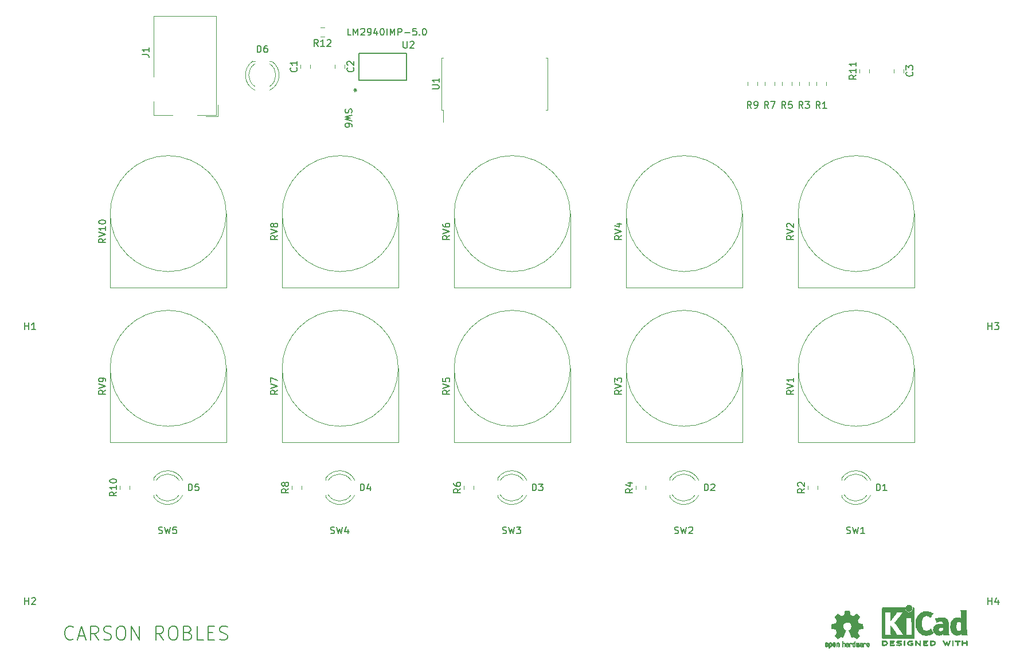
<source format=gto>
G04 #@! TF.GenerationSoftware,KiCad,Pcbnew,(5.1.2-1)-1*
G04 #@! TF.CreationDate,2019-05-09T17:27:37-07:00*
G04 #@! TF.ProjectId,control_board,636f6e74-726f-46c5-9f62-6f6172642e6b,rev?*
G04 #@! TF.SameCoordinates,Original*
G04 #@! TF.FileFunction,Legend,Top*
G04 #@! TF.FilePolarity,Positive*
%FSLAX46Y46*%
G04 Gerber Fmt 4.6, Leading zero omitted, Abs format (unit mm)*
G04 Created by KiCad (PCBNEW (5.1.2-1)-1) date 2019-05-09 17:27:37*
%MOMM*%
%LPD*%
G04 APERTURE LIST*
%ADD10C,0.150000*%
%ADD11C,0.120000*%
%ADD12C,0.010000*%
%ADD13C,0.152400*%
G04 APERTURE END LIST*
D10*
X85123095Y-134064285D02*
X85027857Y-134159523D01*
X84742142Y-134254761D01*
X84551666Y-134254761D01*
X84265952Y-134159523D01*
X84075476Y-133969047D01*
X83980238Y-133778571D01*
X83885000Y-133397619D01*
X83885000Y-133111904D01*
X83980238Y-132730952D01*
X84075476Y-132540476D01*
X84265952Y-132350000D01*
X84551666Y-132254761D01*
X84742142Y-132254761D01*
X85027857Y-132350000D01*
X85123095Y-132445238D01*
X85885000Y-133683333D02*
X86837380Y-133683333D01*
X85694523Y-134254761D02*
X86361190Y-132254761D01*
X87027857Y-134254761D01*
X88837380Y-134254761D02*
X88170714Y-133302380D01*
X87694523Y-134254761D02*
X87694523Y-132254761D01*
X88456428Y-132254761D01*
X88646904Y-132350000D01*
X88742142Y-132445238D01*
X88837380Y-132635714D01*
X88837380Y-132921428D01*
X88742142Y-133111904D01*
X88646904Y-133207142D01*
X88456428Y-133302380D01*
X87694523Y-133302380D01*
X89599285Y-134159523D02*
X89885000Y-134254761D01*
X90361190Y-134254761D01*
X90551666Y-134159523D01*
X90646904Y-134064285D01*
X90742142Y-133873809D01*
X90742142Y-133683333D01*
X90646904Y-133492857D01*
X90551666Y-133397619D01*
X90361190Y-133302380D01*
X89980238Y-133207142D01*
X89789761Y-133111904D01*
X89694523Y-133016666D01*
X89599285Y-132826190D01*
X89599285Y-132635714D01*
X89694523Y-132445238D01*
X89789761Y-132350000D01*
X89980238Y-132254761D01*
X90456428Y-132254761D01*
X90742142Y-132350000D01*
X91980238Y-132254761D02*
X92361190Y-132254761D01*
X92551666Y-132350000D01*
X92742142Y-132540476D01*
X92837380Y-132921428D01*
X92837380Y-133588095D01*
X92742142Y-133969047D01*
X92551666Y-134159523D01*
X92361190Y-134254761D01*
X91980238Y-134254761D01*
X91789761Y-134159523D01*
X91599285Y-133969047D01*
X91504047Y-133588095D01*
X91504047Y-132921428D01*
X91599285Y-132540476D01*
X91789761Y-132350000D01*
X91980238Y-132254761D01*
X93694523Y-134254761D02*
X93694523Y-132254761D01*
X94837380Y-134254761D01*
X94837380Y-132254761D01*
X98456428Y-134254761D02*
X97789761Y-133302380D01*
X97313571Y-134254761D02*
X97313571Y-132254761D01*
X98075476Y-132254761D01*
X98265952Y-132350000D01*
X98361190Y-132445238D01*
X98456428Y-132635714D01*
X98456428Y-132921428D01*
X98361190Y-133111904D01*
X98265952Y-133207142D01*
X98075476Y-133302380D01*
X97313571Y-133302380D01*
X99694523Y-132254761D02*
X100075476Y-132254761D01*
X100265952Y-132350000D01*
X100456428Y-132540476D01*
X100551666Y-132921428D01*
X100551666Y-133588095D01*
X100456428Y-133969047D01*
X100265952Y-134159523D01*
X100075476Y-134254761D01*
X99694523Y-134254761D01*
X99504047Y-134159523D01*
X99313571Y-133969047D01*
X99218333Y-133588095D01*
X99218333Y-132921428D01*
X99313571Y-132540476D01*
X99504047Y-132350000D01*
X99694523Y-132254761D01*
X102075476Y-133207142D02*
X102361190Y-133302380D01*
X102456428Y-133397619D01*
X102551666Y-133588095D01*
X102551666Y-133873809D01*
X102456428Y-134064285D01*
X102361190Y-134159523D01*
X102170714Y-134254761D01*
X101408809Y-134254761D01*
X101408809Y-132254761D01*
X102075476Y-132254761D01*
X102265952Y-132350000D01*
X102361190Y-132445238D01*
X102456428Y-132635714D01*
X102456428Y-132826190D01*
X102361190Y-133016666D01*
X102265952Y-133111904D01*
X102075476Y-133207142D01*
X101408809Y-133207142D01*
X104361190Y-134254761D02*
X103408809Y-134254761D01*
X103408809Y-132254761D01*
X105027857Y-133207142D02*
X105694523Y-133207142D01*
X105980238Y-134254761D02*
X105027857Y-134254761D01*
X105027857Y-132254761D01*
X105980238Y-132254761D01*
X106742142Y-134159523D02*
X107027857Y-134254761D01*
X107504047Y-134254761D01*
X107694523Y-134159523D01*
X107789761Y-134064285D01*
X107884999Y-133873809D01*
X107884999Y-133683333D01*
X107789761Y-133492857D01*
X107694523Y-133397619D01*
X107504047Y-133302380D01*
X107123095Y-133207142D01*
X106932619Y-133111904D01*
X106837380Y-133016666D01*
X106742142Y-132826190D01*
X106742142Y-132635714D01*
X106837380Y-132445238D01*
X106932619Y-132350000D01*
X107123095Y-132254761D01*
X107599285Y-132254761D01*
X107884999Y-132350000D01*
D11*
X183910000Y-105050000D02*
X183910000Y-94130000D01*
X166770000Y-105050000D02*
X183910000Y-105050000D01*
X166770000Y-105050000D02*
X166770000Y-94130000D01*
X183910000Y-94130000D02*
G75*
G03X183910000Y-94130000I-8570000J0D01*
G01*
D12*
G36*
X217048823Y-134354533D02*
G01*
X217080202Y-134376776D01*
X217107911Y-134404485D01*
X217107911Y-134713920D01*
X217107838Y-134805799D01*
X217107495Y-134877840D01*
X217106692Y-134932780D01*
X217105241Y-134973360D01*
X217102952Y-135002317D01*
X217099636Y-135022391D01*
X217095105Y-135036321D01*
X217089169Y-135046845D01*
X217084514Y-135053100D01*
X217053783Y-135077673D01*
X217018496Y-135080341D01*
X216986245Y-135065271D01*
X216975588Y-135056374D01*
X216968464Y-135044557D01*
X216964167Y-135025526D01*
X216961991Y-134994992D01*
X216961228Y-134948662D01*
X216961155Y-134912871D01*
X216961155Y-134778045D01*
X216464444Y-134778045D01*
X216464444Y-134900700D01*
X216463931Y-134956787D01*
X216461876Y-134995333D01*
X216457508Y-135021361D01*
X216450056Y-135039897D01*
X216441047Y-135053100D01*
X216410144Y-135077604D01*
X216375196Y-135080506D01*
X216341738Y-135063089D01*
X216332604Y-135053959D01*
X216326152Y-135041855D01*
X216321897Y-135023001D01*
X216319352Y-134993620D01*
X216318029Y-134949937D01*
X216317443Y-134888175D01*
X216317375Y-134874000D01*
X216316891Y-134757631D01*
X216316641Y-134661727D01*
X216316723Y-134584177D01*
X216317231Y-134522869D01*
X216318262Y-134475690D01*
X216319913Y-134440530D01*
X216322279Y-134415276D01*
X216325457Y-134397817D01*
X216329544Y-134386041D01*
X216334634Y-134377835D01*
X216340266Y-134371645D01*
X216372128Y-134351844D01*
X216405357Y-134354533D01*
X216436735Y-134376776D01*
X216449433Y-134391126D01*
X216457526Y-134406978D01*
X216462042Y-134429554D01*
X216464006Y-134464078D01*
X216464444Y-134515776D01*
X216464444Y-134631289D01*
X216961155Y-134631289D01*
X216961155Y-134512756D01*
X216961662Y-134458148D01*
X216963698Y-134421275D01*
X216968035Y-134397307D01*
X216975447Y-134381415D01*
X216983733Y-134371645D01*
X217015594Y-134351844D01*
X217048823Y-134354533D01*
X217048823Y-134354533D01*
G37*
X217048823Y-134354533D02*
X217080202Y-134376776D01*
X217107911Y-134404485D01*
X217107911Y-134713920D01*
X217107838Y-134805799D01*
X217107495Y-134877840D01*
X217106692Y-134932780D01*
X217105241Y-134973360D01*
X217102952Y-135002317D01*
X217099636Y-135022391D01*
X217095105Y-135036321D01*
X217089169Y-135046845D01*
X217084514Y-135053100D01*
X217053783Y-135077673D01*
X217018496Y-135080341D01*
X216986245Y-135065271D01*
X216975588Y-135056374D01*
X216968464Y-135044557D01*
X216964167Y-135025526D01*
X216961991Y-134994992D01*
X216961228Y-134948662D01*
X216961155Y-134912871D01*
X216961155Y-134778045D01*
X216464444Y-134778045D01*
X216464444Y-134900700D01*
X216463931Y-134956787D01*
X216461876Y-134995333D01*
X216457508Y-135021361D01*
X216450056Y-135039897D01*
X216441047Y-135053100D01*
X216410144Y-135077604D01*
X216375196Y-135080506D01*
X216341738Y-135063089D01*
X216332604Y-135053959D01*
X216326152Y-135041855D01*
X216321897Y-135023001D01*
X216319352Y-134993620D01*
X216318029Y-134949937D01*
X216317443Y-134888175D01*
X216317375Y-134874000D01*
X216316891Y-134757631D01*
X216316641Y-134661727D01*
X216316723Y-134584177D01*
X216317231Y-134522869D01*
X216318262Y-134475690D01*
X216319913Y-134440530D01*
X216322279Y-134415276D01*
X216325457Y-134397817D01*
X216329544Y-134386041D01*
X216334634Y-134377835D01*
X216340266Y-134371645D01*
X216372128Y-134351844D01*
X216405357Y-134354533D01*
X216436735Y-134376776D01*
X216449433Y-134391126D01*
X216457526Y-134406978D01*
X216462042Y-134429554D01*
X216464006Y-134464078D01*
X216464444Y-134515776D01*
X216464444Y-134631289D01*
X216961155Y-134631289D01*
X216961155Y-134512756D01*
X216961662Y-134458148D01*
X216963698Y-134421275D01*
X216968035Y-134397307D01*
X216975447Y-134381415D01*
X216983733Y-134371645D01*
X217015594Y-134351844D01*
X217048823Y-134354533D01*
G36*
X215783065Y-134349163D02*
G01*
X215861772Y-134349542D01*
X215922863Y-134350333D01*
X215968817Y-134351670D01*
X216002114Y-134353683D01*
X216025236Y-134356506D01*
X216040662Y-134360269D01*
X216050871Y-134365105D01*
X216055813Y-134368822D01*
X216081457Y-134401358D01*
X216084559Y-134435138D01*
X216068711Y-134465826D01*
X216058348Y-134478089D01*
X216047196Y-134486450D01*
X216031035Y-134491657D01*
X216005642Y-134494457D01*
X215966798Y-134495596D01*
X215910280Y-134495821D01*
X215899180Y-134495822D01*
X215753244Y-134495822D01*
X215753244Y-134766756D01*
X215753148Y-134852154D01*
X215752711Y-134917864D01*
X215751712Y-134966774D01*
X215749928Y-135001773D01*
X215747137Y-135025749D01*
X215743117Y-135041593D01*
X215737645Y-135052191D01*
X215730666Y-135060267D01*
X215697734Y-135080112D01*
X215663354Y-135078548D01*
X215632176Y-135055906D01*
X215629886Y-135053100D01*
X215622429Y-135042492D01*
X215616747Y-135030081D01*
X215612601Y-135012850D01*
X215609750Y-134987784D01*
X215607954Y-134951867D01*
X215606972Y-134902083D01*
X215606564Y-134835417D01*
X215606489Y-134759589D01*
X215606489Y-134495822D01*
X215467127Y-134495822D01*
X215407322Y-134495418D01*
X215365918Y-134493840D01*
X215338748Y-134490547D01*
X215321646Y-134484992D01*
X215310443Y-134476631D01*
X215309083Y-134475178D01*
X215292725Y-134441939D01*
X215294172Y-134404362D01*
X215312978Y-134371645D01*
X215320250Y-134365298D01*
X215329627Y-134360266D01*
X215343609Y-134356396D01*
X215364696Y-134353537D01*
X215395389Y-134351535D01*
X215438189Y-134350239D01*
X215495595Y-134349498D01*
X215570110Y-134349158D01*
X215664233Y-134349068D01*
X215684260Y-134349067D01*
X215783065Y-134349163D01*
X215783065Y-134349163D01*
G37*
X215783065Y-134349163D02*
X215861772Y-134349542D01*
X215922863Y-134350333D01*
X215968817Y-134351670D01*
X216002114Y-134353683D01*
X216025236Y-134356506D01*
X216040662Y-134360269D01*
X216050871Y-134365105D01*
X216055813Y-134368822D01*
X216081457Y-134401358D01*
X216084559Y-134435138D01*
X216068711Y-134465826D01*
X216058348Y-134478089D01*
X216047196Y-134486450D01*
X216031035Y-134491657D01*
X216005642Y-134494457D01*
X215966798Y-134495596D01*
X215910280Y-134495821D01*
X215899180Y-134495822D01*
X215753244Y-134495822D01*
X215753244Y-134766756D01*
X215753148Y-134852154D01*
X215752711Y-134917864D01*
X215751712Y-134966774D01*
X215749928Y-135001773D01*
X215747137Y-135025749D01*
X215743117Y-135041593D01*
X215737645Y-135052191D01*
X215730666Y-135060267D01*
X215697734Y-135080112D01*
X215663354Y-135078548D01*
X215632176Y-135055906D01*
X215629886Y-135053100D01*
X215622429Y-135042492D01*
X215616747Y-135030081D01*
X215612601Y-135012850D01*
X215609750Y-134987784D01*
X215607954Y-134951867D01*
X215606972Y-134902083D01*
X215606564Y-134835417D01*
X215606489Y-134759589D01*
X215606489Y-134495822D01*
X215467127Y-134495822D01*
X215407322Y-134495418D01*
X215365918Y-134493840D01*
X215338748Y-134490547D01*
X215321646Y-134484992D01*
X215310443Y-134476631D01*
X215309083Y-134475178D01*
X215292725Y-134441939D01*
X215294172Y-134404362D01*
X215312978Y-134371645D01*
X215320250Y-134365298D01*
X215329627Y-134360266D01*
X215343609Y-134356396D01*
X215364696Y-134353537D01*
X215395389Y-134351535D01*
X215438189Y-134350239D01*
X215495595Y-134349498D01*
X215570110Y-134349158D01*
X215664233Y-134349068D01*
X215684260Y-134349067D01*
X215783065Y-134349163D01*
G36*
X215008614Y-134355877D02*
G01*
X215032327Y-134370647D01*
X215058978Y-134392227D01*
X215058978Y-134713773D01*
X215058893Y-134807830D01*
X215058529Y-134881932D01*
X215057724Y-134938704D01*
X215056313Y-134980768D01*
X215054133Y-135010748D01*
X215051021Y-135031267D01*
X215046814Y-135044949D01*
X215041348Y-135054416D01*
X215037472Y-135059082D01*
X215006034Y-135079575D01*
X214970233Y-135078739D01*
X214938873Y-135061264D01*
X214912222Y-135039684D01*
X214912222Y-134392227D01*
X214938873Y-134370647D01*
X214964594Y-134354949D01*
X214985600Y-134349067D01*
X215008614Y-134355877D01*
X215008614Y-134355877D01*
G37*
X215008614Y-134355877D02*
X215032327Y-134370647D01*
X215058978Y-134392227D01*
X215058978Y-134713773D01*
X215058893Y-134807830D01*
X215058529Y-134881932D01*
X215057724Y-134938704D01*
X215056313Y-134980768D01*
X215054133Y-135010748D01*
X215051021Y-135031267D01*
X215046814Y-135044949D01*
X215041348Y-135054416D01*
X215037472Y-135059082D01*
X215006034Y-135079575D01*
X214970233Y-135078739D01*
X214938873Y-135061264D01*
X214912222Y-135039684D01*
X214912222Y-134392227D01*
X214938873Y-134370647D01*
X214964594Y-134354949D01*
X214985600Y-134349067D01*
X215008614Y-134355877D01*
G36*
X214564665Y-134351034D02*
G01*
X214584255Y-134358035D01*
X214585010Y-134358377D01*
X214611613Y-134378678D01*
X214626270Y-134399561D01*
X214629138Y-134409352D01*
X214628996Y-134422361D01*
X214624961Y-134440895D01*
X214616146Y-134467257D01*
X214601669Y-134503752D01*
X214580645Y-134552687D01*
X214552188Y-134616365D01*
X214515415Y-134697093D01*
X214495175Y-134741216D01*
X214458625Y-134819985D01*
X214424315Y-134892423D01*
X214393552Y-134955880D01*
X214367648Y-135007708D01*
X214347910Y-135045259D01*
X214335650Y-135065884D01*
X214333224Y-135068733D01*
X214302183Y-135081302D01*
X214267121Y-135079619D01*
X214239000Y-135064332D01*
X214237854Y-135063089D01*
X214226668Y-135046154D01*
X214207904Y-135013170D01*
X214183875Y-134968380D01*
X214156897Y-134916032D01*
X214147201Y-134896742D01*
X214074014Y-134750150D01*
X213994240Y-134909393D01*
X213965767Y-134964415D01*
X213939350Y-135012132D01*
X213917148Y-135048893D01*
X213901319Y-135071044D01*
X213895954Y-135075741D01*
X213854257Y-135082102D01*
X213819849Y-135068733D01*
X213809728Y-135054446D01*
X213792214Y-135022692D01*
X213768735Y-134976597D01*
X213740720Y-134919285D01*
X213709599Y-134853880D01*
X213676799Y-134783507D01*
X213643750Y-134711291D01*
X213611881Y-134640355D01*
X213582619Y-134573825D01*
X213557395Y-134514826D01*
X213537636Y-134466481D01*
X213524772Y-134431915D01*
X213520231Y-134414253D01*
X213520277Y-134413613D01*
X213531326Y-134391388D01*
X213553410Y-134368753D01*
X213554710Y-134367768D01*
X213581853Y-134352425D01*
X213606958Y-134352574D01*
X213616368Y-134355466D01*
X213627834Y-134361718D01*
X213640010Y-134374014D01*
X213654357Y-134394908D01*
X213672336Y-134426949D01*
X213695407Y-134472688D01*
X213725030Y-134534677D01*
X213751745Y-134591898D01*
X213782480Y-134658226D01*
X213810021Y-134717874D01*
X213832938Y-134767725D01*
X213849798Y-134804664D01*
X213859173Y-134825573D01*
X213860540Y-134828845D01*
X213866689Y-134823497D01*
X213880822Y-134801109D01*
X213901057Y-134764946D01*
X213925515Y-134718277D01*
X213935248Y-134699022D01*
X213968217Y-134634004D01*
X213993643Y-134586654D01*
X214013612Y-134554219D01*
X214030210Y-134533946D01*
X214045524Y-134523082D01*
X214061640Y-134518875D01*
X214072143Y-134518400D01*
X214090670Y-134520042D01*
X214106904Y-134526831D01*
X214123035Y-134541566D01*
X214141251Y-134567044D01*
X214163739Y-134606061D01*
X214192689Y-134661414D01*
X214208662Y-134692903D01*
X214234570Y-134743087D01*
X214257167Y-134784704D01*
X214274458Y-134814242D01*
X214284450Y-134828189D01*
X214285809Y-134828770D01*
X214292261Y-134817793D01*
X214306708Y-134789290D01*
X214327703Y-134746244D01*
X214353797Y-134691638D01*
X214383546Y-134628454D01*
X214398180Y-134597071D01*
X214436250Y-134516078D01*
X214466905Y-134453756D01*
X214491737Y-134408071D01*
X214512337Y-134376989D01*
X214530298Y-134358478D01*
X214547210Y-134350504D01*
X214564665Y-134351034D01*
X214564665Y-134351034D01*
G37*
X214564665Y-134351034D02*
X214584255Y-134358035D01*
X214585010Y-134358377D01*
X214611613Y-134378678D01*
X214626270Y-134399561D01*
X214629138Y-134409352D01*
X214628996Y-134422361D01*
X214624961Y-134440895D01*
X214616146Y-134467257D01*
X214601669Y-134503752D01*
X214580645Y-134552687D01*
X214552188Y-134616365D01*
X214515415Y-134697093D01*
X214495175Y-134741216D01*
X214458625Y-134819985D01*
X214424315Y-134892423D01*
X214393552Y-134955880D01*
X214367648Y-135007708D01*
X214347910Y-135045259D01*
X214335650Y-135065884D01*
X214333224Y-135068733D01*
X214302183Y-135081302D01*
X214267121Y-135079619D01*
X214239000Y-135064332D01*
X214237854Y-135063089D01*
X214226668Y-135046154D01*
X214207904Y-135013170D01*
X214183875Y-134968380D01*
X214156897Y-134916032D01*
X214147201Y-134896742D01*
X214074014Y-134750150D01*
X213994240Y-134909393D01*
X213965767Y-134964415D01*
X213939350Y-135012132D01*
X213917148Y-135048893D01*
X213901319Y-135071044D01*
X213895954Y-135075741D01*
X213854257Y-135082102D01*
X213819849Y-135068733D01*
X213809728Y-135054446D01*
X213792214Y-135022692D01*
X213768735Y-134976597D01*
X213740720Y-134919285D01*
X213709599Y-134853880D01*
X213676799Y-134783507D01*
X213643750Y-134711291D01*
X213611881Y-134640355D01*
X213582619Y-134573825D01*
X213557395Y-134514826D01*
X213537636Y-134466481D01*
X213524772Y-134431915D01*
X213520231Y-134414253D01*
X213520277Y-134413613D01*
X213531326Y-134391388D01*
X213553410Y-134368753D01*
X213554710Y-134367768D01*
X213581853Y-134352425D01*
X213606958Y-134352574D01*
X213616368Y-134355466D01*
X213627834Y-134361718D01*
X213640010Y-134374014D01*
X213654357Y-134394908D01*
X213672336Y-134426949D01*
X213695407Y-134472688D01*
X213725030Y-134534677D01*
X213751745Y-134591898D01*
X213782480Y-134658226D01*
X213810021Y-134717874D01*
X213832938Y-134767725D01*
X213849798Y-134804664D01*
X213859173Y-134825573D01*
X213860540Y-134828845D01*
X213866689Y-134823497D01*
X213880822Y-134801109D01*
X213901057Y-134764946D01*
X213925515Y-134718277D01*
X213935248Y-134699022D01*
X213968217Y-134634004D01*
X213993643Y-134586654D01*
X214013612Y-134554219D01*
X214030210Y-134533946D01*
X214045524Y-134523082D01*
X214061640Y-134518875D01*
X214072143Y-134518400D01*
X214090670Y-134520042D01*
X214106904Y-134526831D01*
X214123035Y-134541566D01*
X214141251Y-134567044D01*
X214163739Y-134606061D01*
X214192689Y-134661414D01*
X214208662Y-134692903D01*
X214234570Y-134743087D01*
X214257167Y-134784704D01*
X214274458Y-134814242D01*
X214284450Y-134828189D01*
X214285809Y-134828770D01*
X214292261Y-134817793D01*
X214306708Y-134789290D01*
X214327703Y-134746244D01*
X214353797Y-134691638D01*
X214383546Y-134628454D01*
X214398180Y-134597071D01*
X214436250Y-134516078D01*
X214466905Y-134453756D01*
X214491737Y-134408071D01*
X214512337Y-134376989D01*
X214530298Y-134358478D01*
X214547210Y-134350504D01*
X214564665Y-134351034D01*
G36*
X211838309Y-134349275D02*
G01*
X211967288Y-134353636D01*
X212076991Y-134366861D01*
X212169226Y-134389741D01*
X212245802Y-134423070D01*
X212308527Y-134467638D01*
X212359212Y-134524236D01*
X212399663Y-134593658D01*
X212400459Y-134595351D01*
X212424601Y-134657483D01*
X212433203Y-134712509D01*
X212426231Y-134767887D01*
X212403654Y-134831073D01*
X212399372Y-134840689D01*
X212370172Y-134896966D01*
X212337356Y-134940451D01*
X212295002Y-134977417D01*
X212237190Y-135014135D01*
X212233831Y-135016052D01*
X212183504Y-135040227D01*
X212126621Y-135058282D01*
X212059527Y-135070839D01*
X211978565Y-135078522D01*
X211880082Y-135081953D01*
X211845286Y-135082251D01*
X211679594Y-135082845D01*
X211656197Y-135053100D01*
X211649257Y-135043319D01*
X211643842Y-135031897D01*
X211639765Y-135016095D01*
X211636837Y-134993175D01*
X211634867Y-134960396D01*
X211634225Y-134936089D01*
X211790844Y-134936089D01*
X211884726Y-134936089D01*
X211939664Y-134934483D01*
X211996060Y-134930255D01*
X212042345Y-134924292D01*
X212045139Y-134923790D01*
X212127348Y-134901736D01*
X212191114Y-134868600D01*
X212238452Y-134822847D01*
X212271382Y-134762939D01*
X212277108Y-134747061D01*
X212282721Y-134722333D01*
X212280291Y-134697902D01*
X212268467Y-134665400D01*
X212261340Y-134649434D01*
X212238000Y-134607006D01*
X212209880Y-134577240D01*
X212178940Y-134556511D01*
X212116966Y-134529537D01*
X212037651Y-134509998D01*
X211945253Y-134498746D01*
X211878333Y-134496270D01*
X211790844Y-134495822D01*
X211790844Y-134936089D01*
X211634225Y-134936089D01*
X211633668Y-134915021D01*
X211633050Y-134854311D01*
X211632825Y-134775526D01*
X211632800Y-134713920D01*
X211632800Y-134404485D01*
X211660509Y-134376776D01*
X211672806Y-134365544D01*
X211686103Y-134357853D01*
X211704672Y-134353040D01*
X211732786Y-134350446D01*
X211774717Y-134349410D01*
X211834737Y-134349270D01*
X211838309Y-134349275D01*
X211838309Y-134349275D01*
G37*
X211838309Y-134349275D02*
X211967288Y-134353636D01*
X212076991Y-134366861D01*
X212169226Y-134389741D01*
X212245802Y-134423070D01*
X212308527Y-134467638D01*
X212359212Y-134524236D01*
X212399663Y-134593658D01*
X212400459Y-134595351D01*
X212424601Y-134657483D01*
X212433203Y-134712509D01*
X212426231Y-134767887D01*
X212403654Y-134831073D01*
X212399372Y-134840689D01*
X212370172Y-134896966D01*
X212337356Y-134940451D01*
X212295002Y-134977417D01*
X212237190Y-135014135D01*
X212233831Y-135016052D01*
X212183504Y-135040227D01*
X212126621Y-135058282D01*
X212059527Y-135070839D01*
X211978565Y-135078522D01*
X211880082Y-135081953D01*
X211845286Y-135082251D01*
X211679594Y-135082845D01*
X211656197Y-135053100D01*
X211649257Y-135043319D01*
X211643842Y-135031897D01*
X211639765Y-135016095D01*
X211636837Y-134993175D01*
X211634867Y-134960396D01*
X211634225Y-134936089D01*
X211790844Y-134936089D01*
X211884726Y-134936089D01*
X211939664Y-134934483D01*
X211996060Y-134930255D01*
X212042345Y-134924292D01*
X212045139Y-134923790D01*
X212127348Y-134901736D01*
X212191114Y-134868600D01*
X212238452Y-134822847D01*
X212271382Y-134762939D01*
X212277108Y-134747061D01*
X212282721Y-134722333D01*
X212280291Y-134697902D01*
X212268467Y-134665400D01*
X212261340Y-134649434D01*
X212238000Y-134607006D01*
X212209880Y-134577240D01*
X212178940Y-134556511D01*
X212116966Y-134529537D01*
X212037651Y-134509998D01*
X211945253Y-134498746D01*
X211878333Y-134496270D01*
X211790844Y-134495822D01*
X211790844Y-134936089D01*
X211634225Y-134936089D01*
X211633668Y-134915021D01*
X211633050Y-134854311D01*
X211632825Y-134775526D01*
X211632800Y-134713920D01*
X211632800Y-134404485D01*
X211660509Y-134376776D01*
X211672806Y-134365544D01*
X211686103Y-134357853D01*
X211704672Y-134353040D01*
X211732786Y-134350446D01*
X211774717Y-134349410D01*
X211834737Y-134349270D01*
X211838309Y-134349275D01*
G36*
X211050343Y-134349260D02*
G01*
X211126701Y-134350174D01*
X211185217Y-134352311D01*
X211228255Y-134356175D01*
X211258183Y-134362267D01*
X211277368Y-134371090D01*
X211288176Y-134383146D01*
X211292973Y-134398939D01*
X211294127Y-134418970D01*
X211294133Y-134421335D01*
X211293131Y-134443992D01*
X211288396Y-134461503D01*
X211277333Y-134474574D01*
X211257348Y-134483913D01*
X211225846Y-134490227D01*
X211180232Y-134494222D01*
X211117913Y-134496606D01*
X211036293Y-134498086D01*
X211011277Y-134498414D01*
X210769200Y-134501467D01*
X210765814Y-134566378D01*
X210762429Y-134631289D01*
X210930576Y-134631289D01*
X210996266Y-134631531D01*
X211043172Y-134632556D01*
X211075083Y-134634811D01*
X211095791Y-134638742D01*
X211109084Y-134644798D01*
X211118755Y-134653424D01*
X211118817Y-134653493D01*
X211136356Y-134687112D01*
X211135722Y-134723448D01*
X211117314Y-134754423D01*
X211113671Y-134757607D01*
X211100741Y-134765812D01*
X211083024Y-134771521D01*
X211056570Y-134775162D01*
X211017432Y-134777167D01*
X210961662Y-134777964D01*
X210925994Y-134778045D01*
X210763555Y-134778045D01*
X210763555Y-134936089D01*
X211010161Y-134936089D01*
X211091580Y-134936231D01*
X211153410Y-134936814D01*
X211198637Y-134938068D01*
X211230248Y-134940227D01*
X211251231Y-134943523D01*
X211264573Y-134948189D01*
X211273261Y-134954457D01*
X211275450Y-134956733D01*
X211291614Y-134988280D01*
X211292797Y-135024168D01*
X211279536Y-135055285D01*
X211269043Y-135065271D01*
X211258129Y-135070769D01*
X211241217Y-135075022D01*
X211215633Y-135078180D01*
X211178701Y-135080392D01*
X211127746Y-135081806D01*
X211060094Y-135082572D01*
X210973069Y-135082838D01*
X210953394Y-135082845D01*
X210864911Y-135082787D01*
X210796227Y-135082467D01*
X210744564Y-135081667D01*
X210707145Y-135080167D01*
X210681190Y-135077749D01*
X210663922Y-135074194D01*
X210652562Y-135069282D01*
X210644332Y-135062795D01*
X210639817Y-135058138D01*
X210633021Y-135049889D01*
X210627712Y-135039669D01*
X210623706Y-135024800D01*
X210620821Y-135002602D01*
X210618874Y-134970393D01*
X210617681Y-134925496D01*
X210617061Y-134865228D01*
X210616829Y-134786911D01*
X210616800Y-134720994D01*
X210616871Y-134628628D01*
X210617208Y-134556117D01*
X210617998Y-134500737D01*
X210619426Y-134459765D01*
X210621679Y-134430478D01*
X210624943Y-134410153D01*
X210629404Y-134396066D01*
X210635248Y-134385495D01*
X210640197Y-134378811D01*
X210663594Y-134349067D01*
X210953774Y-134349067D01*
X211050343Y-134349260D01*
X211050343Y-134349260D01*
G37*
X211050343Y-134349260D02*
X211126701Y-134350174D01*
X211185217Y-134352311D01*
X211228255Y-134356175D01*
X211258183Y-134362267D01*
X211277368Y-134371090D01*
X211288176Y-134383146D01*
X211292973Y-134398939D01*
X211294127Y-134418970D01*
X211294133Y-134421335D01*
X211293131Y-134443992D01*
X211288396Y-134461503D01*
X211277333Y-134474574D01*
X211257348Y-134483913D01*
X211225846Y-134490227D01*
X211180232Y-134494222D01*
X211117913Y-134496606D01*
X211036293Y-134498086D01*
X211011277Y-134498414D01*
X210769200Y-134501467D01*
X210765814Y-134566378D01*
X210762429Y-134631289D01*
X210930576Y-134631289D01*
X210996266Y-134631531D01*
X211043172Y-134632556D01*
X211075083Y-134634811D01*
X211095791Y-134638742D01*
X211109084Y-134644798D01*
X211118755Y-134653424D01*
X211118817Y-134653493D01*
X211136356Y-134687112D01*
X211135722Y-134723448D01*
X211117314Y-134754423D01*
X211113671Y-134757607D01*
X211100741Y-134765812D01*
X211083024Y-134771521D01*
X211056570Y-134775162D01*
X211017432Y-134777167D01*
X210961662Y-134777964D01*
X210925994Y-134778045D01*
X210763555Y-134778045D01*
X210763555Y-134936089D01*
X211010161Y-134936089D01*
X211091580Y-134936231D01*
X211153410Y-134936814D01*
X211198637Y-134938068D01*
X211230248Y-134940227D01*
X211251231Y-134943523D01*
X211264573Y-134948189D01*
X211273261Y-134954457D01*
X211275450Y-134956733D01*
X211291614Y-134988280D01*
X211292797Y-135024168D01*
X211279536Y-135055285D01*
X211269043Y-135065271D01*
X211258129Y-135070769D01*
X211241217Y-135075022D01*
X211215633Y-135078180D01*
X211178701Y-135080392D01*
X211127746Y-135081806D01*
X211060094Y-135082572D01*
X210973069Y-135082838D01*
X210953394Y-135082845D01*
X210864911Y-135082787D01*
X210796227Y-135082467D01*
X210744564Y-135081667D01*
X210707145Y-135080167D01*
X210681190Y-135077749D01*
X210663922Y-135074194D01*
X210652562Y-135069282D01*
X210644332Y-135062795D01*
X210639817Y-135058138D01*
X210633021Y-135049889D01*
X210627712Y-135039669D01*
X210623706Y-135024800D01*
X210620821Y-135002602D01*
X210618874Y-134970393D01*
X210617681Y-134925496D01*
X210617061Y-134865228D01*
X210616829Y-134786911D01*
X210616800Y-134720994D01*
X210616871Y-134628628D01*
X210617208Y-134556117D01*
X210617998Y-134500737D01*
X210619426Y-134459765D01*
X210621679Y-134430478D01*
X210624943Y-134410153D01*
X210629404Y-134396066D01*
X210635248Y-134385495D01*
X210640197Y-134378811D01*
X210663594Y-134349067D01*
X210953774Y-134349067D01*
X211050343Y-134349260D01*
G36*
X209519886Y-134353448D02*
G01*
X209543452Y-134367273D01*
X209574265Y-134389881D01*
X209613922Y-134422338D01*
X209664020Y-134465708D01*
X209726157Y-134521058D01*
X209801928Y-134589451D01*
X209888666Y-134668084D01*
X210069289Y-134831878D01*
X210074933Y-134612029D01*
X210076971Y-134536351D01*
X210078937Y-134479994D01*
X210081266Y-134439706D01*
X210084394Y-134412235D01*
X210088755Y-134394329D01*
X210094784Y-134382737D01*
X210102916Y-134374208D01*
X210107228Y-134370623D01*
X210141759Y-134351670D01*
X210174617Y-134354441D01*
X210200682Y-134370633D01*
X210227333Y-134392199D01*
X210230648Y-134707151D01*
X210231565Y-134799779D01*
X210232032Y-134872544D01*
X210231887Y-134928161D01*
X210230968Y-134969342D01*
X210229113Y-134998803D01*
X210226161Y-135019255D01*
X210221950Y-135033413D01*
X210216318Y-135043991D01*
X210210073Y-135052474D01*
X210196561Y-135068207D01*
X210183117Y-135078636D01*
X210167876Y-135082639D01*
X210148974Y-135079094D01*
X210124545Y-135066879D01*
X210092727Y-135044871D01*
X210051652Y-135011949D01*
X209999458Y-134966991D01*
X209934278Y-134908875D01*
X209860444Y-134842099D01*
X209595155Y-134601458D01*
X209589511Y-134820589D01*
X209587469Y-134896128D01*
X209585498Y-134952354D01*
X209583161Y-134992524D01*
X209580019Y-135019896D01*
X209575636Y-135037728D01*
X209569576Y-135049279D01*
X209561400Y-135057807D01*
X209557216Y-135061282D01*
X209520235Y-135080372D01*
X209485292Y-135077493D01*
X209454864Y-135053100D01*
X209447903Y-135043286D01*
X209442477Y-135031826D01*
X209438397Y-135015968D01*
X209435471Y-134992963D01*
X209433508Y-134960062D01*
X209432317Y-134914516D01*
X209431708Y-134853573D01*
X209431489Y-134774486D01*
X209431466Y-134715956D01*
X209431540Y-134624407D01*
X209431887Y-134552687D01*
X209432699Y-134498045D01*
X209434167Y-134457732D01*
X209436481Y-134428998D01*
X209439833Y-134409093D01*
X209444412Y-134395268D01*
X209450411Y-134384772D01*
X209454864Y-134378811D01*
X209466150Y-134364691D01*
X209476699Y-134354029D01*
X209488107Y-134347892D01*
X209501970Y-134347343D01*
X209519886Y-134353448D01*
X209519886Y-134353448D01*
G37*
X209519886Y-134353448D02*
X209543452Y-134367273D01*
X209574265Y-134389881D01*
X209613922Y-134422338D01*
X209664020Y-134465708D01*
X209726157Y-134521058D01*
X209801928Y-134589451D01*
X209888666Y-134668084D01*
X210069289Y-134831878D01*
X210074933Y-134612029D01*
X210076971Y-134536351D01*
X210078937Y-134479994D01*
X210081266Y-134439706D01*
X210084394Y-134412235D01*
X210088755Y-134394329D01*
X210094784Y-134382737D01*
X210102916Y-134374208D01*
X210107228Y-134370623D01*
X210141759Y-134351670D01*
X210174617Y-134354441D01*
X210200682Y-134370633D01*
X210227333Y-134392199D01*
X210230648Y-134707151D01*
X210231565Y-134799779D01*
X210232032Y-134872544D01*
X210231887Y-134928161D01*
X210230968Y-134969342D01*
X210229113Y-134998803D01*
X210226161Y-135019255D01*
X210221950Y-135033413D01*
X210216318Y-135043991D01*
X210210073Y-135052474D01*
X210196561Y-135068207D01*
X210183117Y-135078636D01*
X210167876Y-135082639D01*
X210148974Y-135079094D01*
X210124545Y-135066879D01*
X210092727Y-135044871D01*
X210051652Y-135011949D01*
X209999458Y-134966991D01*
X209934278Y-134908875D01*
X209860444Y-134842099D01*
X209595155Y-134601458D01*
X209589511Y-134820589D01*
X209587469Y-134896128D01*
X209585498Y-134952354D01*
X209583161Y-134992524D01*
X209580019Y-135019896D01*
X209575636Y-135037728D01*
X209569576Y-135049279D01*
X209561400Y-135057807D01*
X209557216Y-135061282D01*
X209520235Y-135080372D01*
X209485292Y-135077493D01*
X209454864Y-135053100D01*
X209447903Y-135043286D01*
X209442477Y-135031826D01*
X209438397Y-135015968D01*
X209435471Y-134992963D01*
X209433508Y-134960062D01*
X209432317Y-134914516D01*
X209431708Y-134853573D01*
X209431489Y-134774486D01*
X209431466Y-134715956D01*
X209431540Y-134624407D01*
X209431887Y-134552687D01*
X209432699Y-134498045D01*
X209434167Y-134457732D01*
X209436481Y-134428998D01*
X209439833Y-134409093D01*
X209444412Y-134395268D01*
X209450411Y-134384772D01*
X209454864Y-134378811D01*
X209466150Y-134364691D01*
X209476699Y-134354029D01*
X209488107Y-134347892D01*
X209501970Y-134347343D01*
X209519886Y-134353448D01*
G36*
X208869919Y-134354599D02*
G01*
X208938435Y-134366095D01*
X208991057Y-134383967D01*
X209025292Y-134407499D01*
X209034621Y-134420924D01*
X209044107Y-134452148D01*
X209037723Y-134480395D01*
X209017570Y-134507182D01*
X208986255Y-134519713D01*
X208940817Y-134518696D01*
X208905674Y-134511906D01*
X208827581Y-134498971D01*
X208747774Y-134497742D01*
X208658445Y-134508241D01*
X208633771Y-134512690D01*
X208550709Y-134536108D01*
X208485727Y-134570945D01*
X208439539Y-134616604D01*
X208412855Y-134672494D01*
X208407337Y-134701388D01*
X208410949Y-134760012D01*
X208434271Y-134811879D01*
X208475176Y-134855978D01*
X208531541Y-134891299D01*
X208601240Y-134916829D01*
X208682148Y-134931559D01*
X208772140Y-134934478D01*
X208869090Y-134924575D01*
X208874564Y-134923641D01*
X208913125Y-134916459D01*
X208934506Y-134909521D01*
X208943773Y-134899227D01*
X208945994Y-134881976D01*
X208946044Y-134872841D01*
X208946044Y-134834489D01*
X208877569Y-134834489D01*
X208817100Y-134830347D01*
X208775835Y-134817147D01*
X208751825Y-134793730D01*
X208743123Y-134758936D01*
X208743017Y-134754394D01*
X208748108Y-134724654D01*
X208765567Y-134703419D01*
X208798061Y-134689366D01*
X208848257Y-134681173D01*
X208896877Y-134678161D01*
X208967544Y-134676433D01*
X209018802Y-134679070D01*
X209053761Y-134688800D01*
X209075530Y-134708353D01*
X209087220Y-134740456D01*
X209091940Y-134787838D01*
X209092800Y-134850071D01*
X209091391Y-134919535D01*
X209087152Y-134966786D01*
X209080064Y-134992012D01*
X209078689Y-134993988D01*
X209039772Y-135025508D01*
X208982714Y-135050470D01*
X208911131Y-135068340D01*
X208828642Y-135078586D01*
X208738861Y-135080673D01*
X208645408Y-135074068D01*
X208590444Y-135065956D01*
X208504234Y-135041554D01*
X208424108Y-135001662D01*
X208357023Y-134949887D01*
X208346827Y-134939539D01*
X208313698Y-134896035D01*
X208283806Y-134842118D01*
X208260643Y-134785592D01*
X208247702Y-134734259D01*
X208246142Y-134714544D01*
X208252782Y-134673419D01*
X208270432Y-134622252D01*
X208295703Y-134568394D01*
X208325211Y-134519195D01*
X208351281Y-134486334D01*
X208412235Y-134437452D01*
X208491031Y-134398545D01*
X208584843Y-134370494D01*
X208690850Y-134354179D01*
X208788000Y-134350192D01*
X208869919Y-134354599D01*
X208869919Y-134354599D01*
G37*
X208869919Y-134354599D02*
X208938435Y-134366095D01*
X208991057Y-134383967D01*
X209025292Y-134407499D01*
X209034621Y-134420924D01*
X209044107Y-134452148D01*
X209037723Y-134480395D01*
X209017570Y-134507182D01*
X208986255Y-134519713D01*
X208940817Y-134518696D01*
X208905674Y-134511906D01*
X208827581Y-134498971D01*
X208747774Y-134497742D01*
X208658445Y-134508241D01*
X208633771Y-134512690D01*
X208550709Y-134536108D01*
X208485727Y-134570945D01*
X208439539Y-134616604D01*
X208412855Y-134672494D01*
X208407337Y-134701388D01*
X208410949Y-134760012D01*
X208434271Y-134811879D01*
X208475176Y-134855978D01*
X208531541Y-134891299D01*
X208601240Y-134916829D01*
X208682148Y-134931559D01*
X208772140Y-134934478D01*
X208869090Y-134924575D01*
X208874564Y-134923641D01*
X208913125Y-134916459D01*
X208934506Y-134909521D01*
X208943773Y-134899227D01*
X208945994Y-134881976D01*
X208946044Y-134872841D01*
X208946044Y-134834489D01*
X208877569Y-134834489D01*
X208817100Y-134830347D01*
X208775835Y-134817147D01*
X208751825Y-134793730D01*
X208743123Y-134758936D01*
X208743017Y-134754394D01*
X208748108Y-134724654D01*
X208765567Y-134703419D01*
X208798061Y-134689366D01*
X208848257Y-134681173D01*
X208896877Y-134678161D01*
X208967544Y-134676433D01*
X209018802Y-134679070D01*
X209053761Y-134688800D01*
X209075530Y-134708353D01*
X209087220Y-134740456D01*
X209091940Y-134787838D01*
X209092800Y-134850071D01*
X209091391Y-134919535D01*
X209087152Y-134966786D01*
X209080064Y-134992012D01*
X209078689Y-134993988D01*
X209039772Y-135025508D01*
X208982714Y-135050470D01*
X208911131Y-135068340D01*
X208828642Y-135078586D01*
X208738861Y-135080673D01*
X208645408Y-135074068D01*
X208590444Y-135065956D01*
X208504234Y-135041554D01*
X208424108Y-135001662D01*
X208357023Y-134949887D01*
X208346827Y-134939539D01*
X208313698Y-134896035D01*
X208283806Y-134842118D01*
X208260643Y-134785592D01*
X208247702Y-134734259D01*
X208246142Y-134714544D01*
X208252782Y-134673419D01*
X208270432Y-134622252D01*
X208295703Y-134568394D01*
X208325211Y-134519195D01*
X208351281Y-134486334D01*
X208412235Y-134437452D01*
X208491031Y-134398545D01*
X208584843Y-134370494D01*
X208690850Y-134354179D01*
X208788000Y-134350192D01*
X208869919Y-134354599D01*
G36*
X207896178Y-134371645D02*
G01*
X207902758Y-134379218D01*
X207907921Y-134388987D01*
X207911836Y-134403571D01*
X207914676Y-134425585D01*
X207916613Y-134457648D01*
X207917817Y-134502375D01*
X207918461Y-134562385D01*
X207918716Y-134640294D01*
X207918755Y-134715956D01*
X207918686Y-134809802D01*
X207918362Y-134883689D01*
X207917614Y-134940232D01*
X207916268Y-134982049D01*
X207914154Y-135011757D01*
X207911100Y-135031973D01*
X207906934Y-135045314D01*
X207901484Y-135054398D01*
X207896178Y-135060267D01*
X207863174Y-135079947D01*
X207828009Y-135078181D01*
X207796545Y-135056717D01*
X207789316Y-135048337D01*
X207783666Y-135038614D01*
X207779401Y-135024861D01*
X207776327Y-135004389D01*
X207774248Y-134974512D01*
X207772970Y-134932541D01*
X207772299Y-134875789D01*
X207772041Y-134801567D01*
X207772000Y-134717537D01*
X207772000Y-134404485D01*
X207799709Y-134376776D01*
X207833863Y-134353463D01*
X207866994Y-134352623D01*
X207896178Y-134371645D01*
X207896178Y-134371645D01*
G37*
X207896178Y-134371645D02*
X207902758Y-134379218D01*
X207907921Y-134388987D01*
X207911836Y-134403571D01*
X207914676Y-134425585D01*
X207916613Y-134457648D01*
X207917817Y-134502375D01*
X207918461Y-134562385D01*
X207918716Y-134640294D01*
X207918755Y-134715956D01*
X207918686Y-134809802D01*
X207918362Y-134883689D01*
X207917614Y-134940232D01*
X207916268Y-134982049D01*
X207914154Y-135011757D01*
X207911100Y-135031973D01*
X207906934Y-135045314D01*
X207901484Y-135054398D01*
X207896178Y-135060267D01*
X207863174Y-135079947D01*
X207828009Y-135078181D01*
X207796545Y-135056717D01*
X207789316Y-135048337D01*
X207783666Y-135038614D01*
X207779401Y-135024861D01*
X207776327Y-135004389D01*
X207774248Y-134974512D01*
X207772970Y-134932541D01*
X207772299Y-134875789D01*
X207772041Y-134801567D01*
X207772000Y-134717537D01*
X207772000Y-134404485D01*
X207799709Y-134376776D01*
X207833863Y-134353463D01*
X207866994Y-134352623D01*
X207896178Y-134371645D01*
G36*
X207128297Y-134350351D02*
G01*
X207203112Y-134355581D01*
X207272694Y-134363750D01*
X207332998Y-134374550D01*
X207379980Y-134387673D01*
X207409594Y-134402813D01*
X207414140Y-134407269D01*
X207429946Y-134441850D01*
X207425153Y-134477351D01*
X207400636Y-134507725D01*
X207399466Y-134508596D01*
X207385046Y-134517954D01*
X207369992Y-134522876D01*
X207348995Y-134523473D01*
X207316743Y-134519861D01*
X207267927Y-134512154D01*
X207264000Y-134511505D01*
X207191261Y-134502569D01*
X207112783Y-134498161D01*
X207034073Y-134498119D01*
X206960639Y-134502279D01*
X206897989Y-134510479D01*
X206851630Y-134522557D01*
X206848584Y-134523771D01*
X206814952Y-134542615D01*
X206803136Y-134561685D01*
X206812386Y-134580439D01*
X206841953Y-134598337D01*
X206891089Y-134614837D01*
X206959043Y-134629396D01*
X207004355Y-134636406D01*
X207098544Y-134649889D01*
X207173456Y-134662214D01*
X207232283Y-134674449D01*
X207278215Y-134687661D01*
X207314445Y-134702917D01*
X207344162Y-134721285D01*
X207370558Y-134743831D01*
X207391770Y-134765971D01*
X207416935Y-134796819D01*
X207429319Y-134823345D01*
X207433192Y-134856026D01*
X207433333Y-134867995D01*
X207430424Y-134907712D01*
X207418798Y-134937259D01*
X207398677Y-134963486D01*
X207357784Y-135003576D01*
X207312183Y-135034149D01*
X207258487Y-135056203D01*
X207193308Y-135070735D01*
X207113256Y-135078741D01*
X207014943Y-135081218D01*
X206998711Y-135081177D01*
X206933151Y-135079818D01*
X206868134Y-135076730D01*
X206810748Y-135072356D01*
X206768078Y-135067140D01*
X206764628Y-135066541D01*
X206722204Y-135056491D01*
X206686220Y-135043796D01*
X206665850Y-135032190D01*
X206646893Y-135001572D01*
X206645573Y-134965918D01*
X206661915Y-134934144D01*
X206665571Y-134930551D01*
X206680685Y-134919876D01*
X206699585Y-134915276D01*
X206728838Y-134916059D01*
X206764349Y-134920127D01*
X206804030Y-134923762D01*
X206859655Y-134926828D01*
X206924594Y-134929053D01*
X206992215Y-134930164D01*
X207010000Y-134930237D01*
X207077872Y-134929964D01*
X207127546Y-134928646D01*
X207163390Y-134925827D01*
X207189776Y-134921050D01*
X207211074Y-134913857D01*
X207223874Y-134907867D01*
X207252000Y-134891233D01*
X207269932Y-134876168D01*
X207272553Y-134871897D01*
X207267024Y-134854263D01*
X207240740Y-134837192D01*
X207195522Y-134821458D01*
X207133192Y-134807838D01*
X207114829Y-134804804D01*
X207018910Y-134789738D01*
X206942359Y-134777146D01*
X206882220Y-134766111D01*
X206835540Y-134755720D01*
X206799363Y-134745056D01*
X206770735Y-134733205D01*
X206746702Y-134719251D01*
X206724308Y-134702281D01*
X206700598Y-134681378D01*
X206692620Y-134674049D01*
X206664647Y-134646699D01*
X206649840Y-134625029D01*
X206644048Y-134600232D01*
X206643111Y-134568983D01*
X206653425Y-134507705D01*
X206684248Y-134455640D01*
X206735405Y-134412958D01*
X206806717Y-134379825D01*
X206857600Y-134364964D01*
X206912900Y-134355366D01*
X206979147Y-134349936D01*
X207052294Y-134348367D01*
X207128297Y-134350351D01*
X207128297Y-134350351D01*
G37*
X207128297Y-134350351D02*
X207203112Y-134355581D01*
X207272694Y-134363750D01*
X207332998Y-134374550D01*
X207379980Y-134387673D01*
X207409594Y-134402813D01*
X207414140Y-134407269D01*
X207429946Y-134441850D01*
X207425153Y-134477351D01*
X207400636Y-134507725D01*
X207399466Y-134508596D01*
X207385046Y-134517954D01*
X207369992Y-134522876D01*
X207348995Y-134523473D01*
X207316743Y-134519861D01*
X207267927Y-134512154D01*
X207264000Y-134511505D01*
X207191261Y-134502569D01*
X207112783Y-134498161D01*
X207034073Y-134498119D01*
X206960639Y-134502279D01*
X206897989Y-134510479D01*
X206851630Y-134522557D01*
X206848584Y-134523771D01*
X206814952Y-134542615D01*
X206803136Y-134561685D01*
X206812386Y-134580439D01*
X206841953Y-134598337D01*
X206891089Y-134614837D01*
X206959043Y-134629396D01*
X207004355Y-134636406D01*
X207098544Y-134649889D01*
X207173456Y-134662214D01*
X207232283Y-134674449D01*
X207278215Y-134687661D01*
X207314445Y-134702917D01*
X207344162Y-134721285D01*
X207370558Y-134743831D01*
X207391770Y-134765971D01*
X207416935Y-134796819D01*
X207429319Y-134823345D01*
X207433192Y-134856026D01*
X207433333Y-134867995D01*
X207430424Y-134907712D01*
X207418798Y-134937259D01*
X207398677Y-134963486D01*
X207357784Y-135003576D01*
X207312183Y-135034149D01*
X207258487Y-135056203D01*
X207193308Y-135070735D01*
X207113256Y-135078741D01*
X207014943Y-135081218D01*
X206998711Y-135081177D01*
X206933151Y-135079818D01*
X206868134Y-135076730D01*
X206810748Y-135072356D01*
X206768078Y-135067140D01*
X206764628Y-135066541D01*
X206722204Y-135056491D01*
X206686220Y-135043796D01*
X206665850Y-135032190D01*
X206646893Y-135001572D01*
X206645573Y-134965918D01*
X206661915Y-134934144D01*
X206665571Y-134930551D01*
X206680685Y-134919876D01*
X206699585Y-134915276D01*
X206728838Y-134916059D01*
X206764349Y-134920127D01*
X206804030Y-134923762D01*
X206859655Y-134926828D01*
X206924594Y-134929053D01*
X206992215Y-134930164D01*
X207010000Y-134930237D01*
X207077872Y-134929964D01*
X207127546Y-134928646D01*
X207163390Y-134925827D01*
X207189776Y-134921050D01*
X207211074Y-134913857D01*
X207223874Y-134907867D01*
X207252000Y-134891233D01*
X207269932Y-134876168D01*
X207272553Y-134871897D01*
X207267024Y-134854263D01*
X207240740Y-134837192D01*
X207195522Y-134821458D01*
X207133192Y-134807838D01*
X207114829Y-134804804D01*
X207018910Y-134789738D01*
X206942359Y-134777146D01*
X206882220Y-134766111D01*
X206835540Y-134755720D01*
X206799363Y-134745056D01*
X206770735Y-134733205D01*
X206746702Y-134719251D01*
X206724308Y-134702281D01*
X206700598Y-134681378D01*
X206692620Y-134674049D01*
X206664647Y-134646699D01*
X206649840Y-134625029D01*
X206644048Y-134600232D01*
X206643111Y-134568983D01*
X206653425Y-134507705D01*
X206684248Y-134455640D01*
X206735405Y-134412958D01*
X206806717Y-134379825D01*
X206857600Y-134364964D01*
X206912900Y-134355366D01*
X206979147Y-134349936D01*
X207052294Y-134348367D01*
X207128297Y-134350351D01*
G36*
X206107206Y-134349146D02*
G01*
X206176614Y-134349518D01*
X206229003Y-134350385D01*
X206267153Y-134351946D01*
X206293841Y-134354403D01*
X206311847Y-134357957D01*
X206323951Y-134362810D01*
X206332931Y-134369161D01*
X206336182Y-134372084D01*
X206355957Y-134403142D01*
X206359518Y-134438828D01*
X206346509Y-134470510D01*
X206340494Y-134476913D01*
X206330765Y-134483121D01*
X206315099Y-134487910D01*
X206290592Y-134491514D01*
X206254339Y-134494164D01*
X206203435Y-134496095D01*
X206134974Y-134497539D01*
X206072383Y-134498418D01*
X205824666Y-134501467D01*
X205821281Y-134566378D01*
X205817895Y-134631289D01*
X205986042Y-134631289D01*
X206059041Y-134631919D01*
X206112483Y-134634553D01*
X206149372Y-134640309D01*
X206172712Y-134650304D01*
X206185506Y-134665656D01*
X206190758Y-134687482D01*
X206191555Y-134707738D01*
X206189077Y-134732592D01*
X206179723Y-134750906D01*
X206160617Y-134763637D01*
X206128882Y-134771741D01*
X206081641Y-134776176D01*
X206016017Y-134777899D01*
X205980199Y-134778045D01*
X205819022Y-134778045D01*
X205819022Y-134936089D01*
X206067378Y-134936089D01*
X206148787Y-134936202D01*
X206210658Y-134936712D01*
X206256032Y-134937870D01*
X206287946Y-134939930D01*
X206309441Y-134943146D01*
X206323557Y-134947772D01*
X206333332Y-134954059D01*
X206338311Y-134958667D01*
X206355390Y-134985560D01*
X206360889Y-135009467D01*
X206353037Y-135038667D01*
X206338311Y-135060267D01*
X206330454Y-135067066D01*
X206320312Y-135072346D01*
X206305156Y-135076298D01*
X206282259Y-135079113D01*
X206248891Y-135080982D01*
X206202325Y-135082098D01*
X206139833Y-135082651D01*
X206058686Y-135082833D01*
X206016578Y-135082845D01*
X205926402Y-135082765D01*
X205856076Y-135082398D01*
X205802871Y-135081552D01*
X205764060Y-135080036D01*
X205736913Y-135077659D01*
X205718702Y-135074229D01*
X205706700Y-135069554D01*
X205698178Y-135063444D01*
X205694844Y-135060267D01*
X205688245Y-135052670D01*
X205683073Y-135042870D01*
X205679154Y-135028239D01*
X205676316Y-135006152D01*
X205674385Y-134973982D01*
X205673188Y-134929103D01*
X205672552Y-134868889D01*
X205672303Y-134790713D01*
X205672266Y-134717923D01*
X205672300Y-134624707D01*
X205672535Y-134551431D01*
X205673170Y-134495458D01*
X205674406Y-134454151D01*
X205676444Y-134424872D01*
X205679483Y-134404984D01*
X205683723Y-134391850D01*
X205689365Y-134382832D01*
X205696609Y-134375293D01*
X205698394Y-134373612D01*
X205707055Y-134366172D01*
X205717118Y-134360409D01*
X205731375Y-134356112D01*
X205752617Y-134353064D01*
X205783636Y-134351051D01*
X205827223Y-134349860D01*
X205886169Y-134349275D01*
X205963266Y-134349083D01*
X206017999Y-134349067D01*
X206107206Y-134349146D01*
X206107206Y-134349146D01*
G37*
X206107206Y-134349146D02*
X206176614Y-134349518D01*
X206229003Y-134350385D01*
X206267153Y-134351946D01*
X206293841Y-134354403D01*
X206311847Y-134357957D01*
X206323951Y-134362810D01*
X206332931Y-134369161D01*
X206336182Y-134372084D01*
X206355957Y-134403142D01*
X206359518Y-134438828D01*
X206346509Y-134470510D01*
X206340494Y-134476913D01*
X206330765Y-134483121D01*
X206315099Y-134487910D01*
X206290592Y-134491514D01*
X206254339Y-134494164D01*
X206203435Y-134496095D01*
X206134974Y-134497539D01*
X206072383Y-134498418D01*
X205824666Y-134501467D01*
X205821281Y-134566378D01*
X205817895Y-134631289D01*
X205986042Y-134631289D01*
X206059041Y-134631919D01*
X206112483Y-134634553D01*
X206149372Y-134640309D01*
X206172712Y-134650304D01*
X206185506Y-134665656D01*
X206190758Y-134687482D01*
X206191555Y-134707738D01*
X206189077Y-134732592D01*
X206179723Y-134750906D01*
X206160617Y-134763637D01*
X206128882Y-134771741D01*
X206081641Y-134776176D01*
X206016017Y-134777899D01*
X205980199Y-134778045D01*
X205819022Y-134778045D01*
X205819022Y-134936089D01*
X206067378Y-134936089D01*
X206148787Y-134936202D01*
X206210658Y-134936712D01*
X206256032Y-134937870D01*
X206287946Y-134939930D01*
X206309441Y-134943146D01*
X206323557Y-134947772D01*
X206333332Y-134954059D01*
X206338311Y-134958667D01*
X206355390Y-134985560D01*
X206360889Y-135009467D01*
X206353037Y-135038667D01*
X206338311Y-135060267D01*
X206330454Y-135067066D01*
X206320312Y-135072346D01*
X206305156Y-135076298D01*
X206282259Y-135079113D01*
X206248891Y-135080982D01*
X206202325Y-135082098D01*
X206139833Y-135082651D01*
X206058686Y-135082833D01*
X206016578Y-135082845D01*
X205926402Y-135082765D01*
X205856076Y-135082398D01*
X205802871Y-135081552D01*
X205764060Y-135080036D01*
X205736913Y-135077659D01*
X205718702Y-135074229D01*
X205706700Y-135069554D01*
X205698178Y-135063444D01*
X205694844Y-135060267D01*
X205688245Y-135052670D01*
X205683073Y-135042870D01*
X205679154Y-135028239D01*
X205676316Y-135006152D01*
X205674385Y-134973982D01*
X205673188Y-134929103D01*
X205672552Y-134868889D01*
X205672303Y-134790713D01*
X205672266Y-134717923D01*
X205672300Y-134624707D01*
X205672535Y-134551431D01*
X205673170Y-134495458D01*
X205674406Y-134454151D01*
X205676444Y-134424872D01*
X205679483Y-134404984D01*
X205683723Y-134391850D01*
X205689365Y-134382832D01*
X205696609Y-134375293D01*
X205698394Y-134373612D01*
X205707055Y-134366172D01*
X205717118Y-134360409D01*
X205731375Y-134356112D01*
X205752617Y-134353064D01*
X205783636Y-134351051D01*
X205827223Y-134349860D01*
X205886169Y-134349275D01*
X205963266Y-134349083D01*
X206017999Y-134349067D01*
X206107206Y-134349146D01*
G36*
X204698629Y-134349066D02*
G01*
X204738111Y-134349467D01*
X204853800Y-134352259D01*
X204950689Y-134360550D01*
X205032081Y-134375232D01*
X205101277Y-134397193D01*
X205161580Y-134427322D01*
X205216292Y-134466510D01*
X205235833Y-134483532D01*
X205268250Y-134523363D01*
X205297480Y-134577413D01*
X205320009Y-134637323D01*
X205332321Y-134694739D01*
X205333600Y-134715956D01*
X205325583Y-134774769D01*
X205304101Y-134839013D01*
X205273001Y-134899821D01*
X205236134Y-134948330D01*
X205230146Y-134954182D01*
X205179421Y-134995321D01*
X205123875Y-135027435D01*
X205060304Y-135051365D01*
X204985506Y-135067953D01*
X204896278Y-135078041D01*
X204789418Y-135082469D01*
X204740472Y-135082845D01*
X204678238Y-135082545D01*
X204634472Y-135081292D01*
X204605069Y-135078554D01*
X204585921Y-135073801D01*
X204572923Y-135066501D01*
X204565955Y-135060267D01*
X204559374Y-135052694D01*
X204554212Y-135042924D01*
X204550297Y-135028340D01*
X204547457Y-135006326D01*
X204545520Y-134974264D01*
X204544316Y-134929536D01*
X204543672Y-134869526D01*
X204543417Y-134791617D01*
X204543378Y-134715956D01*
X204543130Y-134615041D01*
X204543183Y-134534427D01*
X204544143Y-134495822D01*
X204690133Y-134495822D01*
X204690133Y-134936089D01*
X204783266Y-134936004D01*
X204839307Y-134934396D01*
X204898001Y-134930256D01*
X204946972Y-134924464D01*
X204948462Y-134924226D01*
X205027608Y-134905090D01*
X205088998Y-134875287D01*
X205135695Y-134832878D01*
X205165365Y-134786961D01*
X205183647Y-134736026D01*
X205182229Y-134688200D01*
X205161012Y-134636933D01*
X205119511Y-134583899D01*
X205062002Y-134544600D01*
X204987250Y-134518331D01*
X204937292Y-134509035D01*
X204880584Y-134502507D01*
X204820481Y-134497782D01*
X204769361Y-134495817D01*
X204766333Y-134495808D01*
X204690133Y-134495822D01*
X204544143Y-134495822D01*
X204544740Y-134471851D01*
X204549002Y-134425055D01*
X204557170Y-134391778D01*
X204570444Y-134369759D01*
X204590026Y-134356739D01*
X204617117Y-134350457D01*
X204652918Y-134348653D01*
X204698629Y-134349066D01*
X204698629Y-134349066D01*
G37*
X204698629Y-134349066D02*
X204738111Y-134349467D01*
X204853800Y-134352259D01*
X204950689Y-134360550D01*
X205032081Y-134375232D01*
X205101277Y-134397193D01*
X205161580Y-134427322D01*
X205216292Y-134466510D01*
X205235833Y-134483532D01*
X205268250Y-134523363D01*
X205297480Y-134577413D01*
X205320009Y-134637323D01*
X205332321Y-134694739D01*
X205333600Y-134715956D01*
X205325583Y-134774769D01*
X205304101Y-134839013D01*
X205273001Y-134899821D01*
X205236134Y-134948330D01*
X205230146Y-134954182D01*
X205179421Y-134995321D01*
X205123875Y-135027435D01*
X205060304Y-135051365D01*
X204985506Y-135067953D01*
X204896278Y-135078041D01*
X204789418Y-135082469D01*
X204740472Y-135082845D01*
X204678238Y-135082545D01*
X204634472Y-135081292D01*
X204605069Y-135078554D01*
X204585921Y-135073801D01*
X204572923Y-135066501D01*
X204565955Y-135060267D01*
X204559374Y-135052694D01*
X204554212Y-135042924D01*
X204550297Y-135028340D01*
X204547457Y-135006326D01*
X204545520Y-134974264D01*
X204544316Y-134929536D01*
X204543672Y-134869526D01*
X204543417Y-134791617D01*
X204543378Y-134715956D01*
X204543130Y-134615041D01*
X204543183Y-134534427D01*
X204544143Y-134495822D01*
X204690133Y-134495822D01*
X204690133Y-134936089D01*
X204783266Y-134936004D01*
X204839307Y-134934396D01*
X204898001Y-134930256D01*
X204946972Y-134924464D01*
X204948462Y-134924226D01*
X205027608Y-134905090D01*
X205088998Y-134875287D01*
X205135695Y-134832878D01*
X205165365Y-134786961D01*
X205183647Y-134736026D01*
X205182229Y-134688200D01*
X205161012Y-134636933D01*
X205119511Y-134583899D01*
X205062002Y-134544600D01*
X204987250Y-134518331D01*
X204937292Y-134509035D01*
X204880584Y-134502507D01*
X204820481Y-134497782D01*
X204769361Y-134495817D01*
X204766333Y-134495808D01*
X204690133Y-134495822D01*
X204544143Y-134495822D01*
X204544740Y-134471851D01*
X204549002Y-134425055D01*
X204557170Y-134391778D01*
X204570444Y-134369759D01*
X204590026Y-134356739D01*
X204617117Y-134350457D01*
X204652918Y-134348653D01*
X204698629Y-134349066D01*
G36*
X208546957Y-129106571D02*
G01*
X208643232Y-129130809D01*
X208729816Y-129173641D01*
X208804627Y-129233419D01*
X208865582Y-129308494D01*
X208910601Y-129397220D01*
X208936864Y-129493530D01*
X208942714Y-129590795D01*
X208927860Y-129684654D01*
X208894160Y-129772511D01*
X208843472Y-129851770D01*
X208777655Y-129919836D01*
X208698566Y-129974112D01*
X208608066Y-130012002D01*
X208556800Y-130024426D01*
X208512302Y-130031947D01*
X208478001Y-130034919D01*
X208445040Y-130033094D01*
X208404566Y-130026225D01*
X208371469Y-130019250D01*
X208278053Y-129987741D01*
X208194381Y-129936617D01*
X208122335Y-129867429D01*
X208063800Y-129781728D01*
X208049852Y-129754489D01*
X208033414Y-129718122D01*
X208023106Y-129687582D01*
X208017540Y-129655450D01*
X208015331Y-129614307D01*
X208015052Y-129568222D01*
X208019139Y-129483865D01*
X208032554Y-129414586D01*
X208057744Y-129353961D01*
X208097154Y-129295567D01*
X208135702Y-129251302D01*
X208207594Y-129185484D01*
X208282687Y-129140053D01*
X208365438Y-129112850D01*
X208443072Y-129102576D01*
X208546957Y-129106571D01*
X208546957Y-129106571D01*
G37*
X208546957Y-129106571D02*
X208643232Y-129130809D01*
X208729816Y-129173641D01*
X208804627Y-129233419D01*
X208865582Y-129308494D01*
X208910601Y-129397220D01*
X208936864Y-129493530D01*
X208942714Y-129590795D01*
X208927860Y-129684654D01*
X208894160Y-129772511D01*
X208843472Y-129851770D01*
X208777655Y-129919836D01*
X208698566Y-129974112D01*
X208608066Y-130012002D01*
X208556800Y-130024426D01*
X208512302Y-130031947D01*
X208478001Y-130034919D01*
X208445040Y-130033094D01*
X208404566Y-130026225D01*
X208371469Y-130019250D01*
X208278053Y-129987741D01*
X208194381Y-129936617D01*
X208122335Y-129867429D01*
X208063800Y-129781728D01*
X208049852Y-129754489D01*
X208033414Y-129718122D01*
X208023106Y-129687582D01*
X208017540Y-129655450D01*
X208015331Y-129614307D01*
X208015052Y-129568222D01*
X208019139Y-129483865D01*
X208032554Y-129414586D01*
X208057744Y-129353961D01*
X208097154Y-129295567D01*
X208135702Y-129251302D01*
X208207594Y-129185484D01*
X208282687Y-129140053D01*
X208365438Y-129112850D01*
X208443072Y-129102576D01*
X208546957Y-129106571D01*
G36*
X217006507Y-131552245D02*
G01*
X217006526Y-131786662D01*
X217006552Y-131999603D01*
X217006625Y-132192168D01*
X217006782Y-132365459D01*
X217007064Y-132520576D01*
X217007509Y-132658620D01*
X217008156Y-132780692D01*
X217009045Y-132887894D01*
X217010213Y-132981326D01*
X217011701Y-133062090D01*
X217013546Y-133131286D01*
X217015789Y-133190015D01*
X217018469Y-133239379D01*
X217021623Y-133280478D01*
X217025292Y-133314413D01*
X217029513Y-133342286D01*
X217034327Y-133365198D01*
X217039773Y-133384249D01*
X217045888Y-133400540D01*
X217052712Y-133415173D01*
X217060285Y-133429249D01*
X217068645Y-133443868D01*
X217073839Y-133452974D01*
X217108104Y-133513689D01*
X216249955Y-133513689D01*
X216249955Y-133417733D01*
X216249224Y-133374370D01*
X216247272Y-133341205D01*
X216244463Y-133323424D01*
X216243221Y-133321778D01*
X216231799Y-133328662D01*
X216209084Y-133346505D01*
X216186385Y-133365879D01*
X216131800Y-133406614D01*
X216062321Y-133447617D01*
X215985270Y-133485123D01*
X215907965Y-133515364D01*
X215877113Y-133525012D01*
X215808616Y-133539578D01*
X215725764Y-133549539D01*
X215636371Y-133554583D01*
X215548248Y-133554396D01*
X215469207Y-133548666D01*
X215431511Y-133542858D01*
X215293414Y-133504797D01*
X215166113Y-133447073D01*
X215050292Y-133370211D01*
X214946637Y-133274739D01*
X214855833Y-133161179D01*
X214789031Y-133050381D01*
X214734164Y-132933625D01*
X214692163Y-132814276D01*
X214662167Y-132688283D01*
X214643311Y-132551594D01*
X214634732Y-132400158D01*
X214634006Y-132322711D01*
X214636100Y-132265934D01*
X215465217Y-132265934D01*
X215465424Y-132359002D01*
X215468337Y-132446692D01*
X215474000Y-132523772D01*
X215482455Y-132585009D01*
X215485038Y-132597350D01*
X215516840Y-132704633D01*
X215558498Y-132791658D01*
X215610363Y-132858642D01*
X215672781Y-132905805D01*
X215746100Y-132933365D01*
X215830669Y-132941541D01*
X215926835Y-132930551D01*
X215990311Y-132914829D01*
X216039454Y-132896639D01*
X216093583Y-132870791D01*
X216134244Y-132847089D01*
X216204800Y-132800721D01*
X216204800Y-131650530D01*
X216137392Y-131606962D01*
X216058867Y-131566040D01*
X215974681Y-131539389D01*
X215889557Y-131527465D01*
X215808216Y-131530722D01*
X215735380Y-131549615D01*
X215703426Y-131565184D01*
X215645501Y-131608181D01*
X215596544Y-131664953D01*
X215555390Y-131737575D01*
X215520874Y-131828121D01*
X215491833Y-131938666D01*
X215490552Y-131944533D01*
X215480381Y-132006788D01*
X215472739Y-132084594D01*
X215467670Y-132172720D01*
X215465217Y-132265934D01*
X214636100Y-132265934D01*
X214641857Y-132109895D01*
X214663802Y-131914059D01*
X214699786Y-131735332D01*
X214749759Y-131573845D01*
X214813668Y-131429726D01*
X214891462Y-131303106D01*
X214983089Y-131194115D01*
X215088497Y-131102883D01*
X215133662Y-131071932D01*
X215234611Y-131015785D01*
X215337901Y-130976174D01*
X215447989Y-130952014D01*
X215569330Y-130942219D01*
X215661836Y-130943265D01*
X215791490Y-130954231D01*
X215904084Y-130976046D01*
X216002875Y-131009714D01*
X216091121Y-131056236D01*
X216139986Y-131090448D01*
X216169353Y-131112362D01*
X216191043Y-131127333D01*
X216199253Y-131131733D01*
X216200868Y-131120904D01*
X216202159Y-131090251D01*
X216203138Y-131042526D01*
X216203817Y-130980479D01*
X216204210Y-130906862D01*
X216204330Y-130824427D01*
X216204188Y-130735925D01*
X216203797Y-130644107D01*
X216203171Y-130551724D01*
X216202320Y-130461528D01*
X216201260Y-130376271D01*
X216200001Y-130298703D01*
X216198556Y-130231576D01*
X216196938Y-130177641D01*
X216195161Y-130139650D01*
X216194669Y-130132667D01*
X216187092Y-130062251D01*
X216175531Y-130007102D01*
X216157792Y-129959981D01*
X216131682Y-129913647D01*
X216125415Y-129904067D01*
X216100983Y-129867378D01*
X217006311Y-129867378D01*
X217006507Y-131552245D01*
X217006507Y-131552245D01*
G37*
X217006507Y-131552245D02*
X217006526Y-131786662D01*
X217006552Y-131999603D01*
X217006625Y-132192168D01*
X217006782Y-132365459D01*
X217007064Y-132520576D01*
X217007509Y-132658620D01*
X217008156Y-132780692D01*
X217009045Y-132887894D01*
X217010213Y-132981326D01*
X217011701Y-133062090D01*
X217013546Y-133131286D01*
X217015789Y-133190015D01*
X217018469Y-133239379D01*
X217021623Y-133280478D01*
X217025292Y-133314413D01*
X217029513Y-133342286D01*
X217034327Y-133365198D01*
X217039773Y-133384249D01*
X217045888Y-133400540D01*
X217052712Y-133415173D01*
X217060285Y-133429249D01*
X217068645Y-133443868D01*
X217073839Y-133452974D01*
X217108104Y-133513689D01*
X216249955Y-133513689D01*
X216249955Y-133417733D01*
X216249224Y-133374370D01*
X216247272Y-133341205D01*
X216244463Y-133323424D01*
X216243221Y-133321778D01*
X216231799Y-133328662D01*
X216209084Y-133346505D01*
X216186385Y-133365879D01*
X216131800Y-133406614D01*
X216062321Y-133447617D01*
X215985270Y-133485123D01*
X215907965Y-133515364D01*
X215877113Y-133525012D01*
X215808616Y-133539578D01*
X215725764Y-133549539D01*
X215636371Y-133554583D01*
X215548248Y-133554396D01*
X215469207Y-133548666D01*
X215431511Y-133542858D01*
X215293414Y-133504797D01*
X215166113Y-133447073D01*
X215050292Y-133370211D01*
X214946637Y-133274739D01*
X214855833Y-133161179D01*
X214789031Y-133050381D01*
X214734164Y-132933625D01*
X214692163Y-132814276D01*
X214662167Y-132688283D01*
X214643311Y-132551594D01*
X214634732Y-132400158D01*
X214634006Y-132322711D01*
X214636100Y-132265934D01*
X215465217Y-132265934D01*
X215465424Y-132359002D01*
X215468337Y-132446692D01*
X215474000Y-132523772D01*
X215482455Y-132585009D01*
X215485038Y-132597350D01*
X215516840Y-132704633D01*
X215558498Y-132791658D01*
X215610363Y-132858642D01*
X215672781Y-132905805D01*
X215746100Y-132933365D01*
X215830669Y-132941541D01*
X215926835Y-132930551D01*
X215990311Y-132914829D01*
X216039454Y-132896639D01*
X216093583Y-132870791D01*
X216134244Y-132847089D01*
X216204800Y-132800721D01*
X216204800Y-131650530D01*
X216137392Y-131606962D01*
X216058867Y-131566040D01*
X215974681Y-131539389D01*
X215889557Y-131527465D01*
X215808216Y-131530722D01*
X215735380Y-131549615D01*
X215703426Y-131565184D01*
X215645501Y-131608181D01*
X215596544Y-131664953D01*
X215555390Y-131737575D01*
X215520874Y-131828121D01*
X215491833Y-131938666D01*
X215490552Y-131944533D01*
X215480381Y-132006788D01*
X215472739Y-132084594D01*
X215467670Y-132172720D01*
X215465217Y-132265934D01*
X214636100Y-132265934D01*
X214641857Y-132109895D01*
X214663802Y-131914059D01*
X214699786Y-131735332D01*
X214749759Y-131573845D01*
X214813668Y-131429726D01*
X214891462Y-131303106D01*
X214983089Y-131194115D01*
X215088497Y-131102883D01*
X215133662Y-131071932D01*
X215234611Y-131015785D01*
X215337901Y-130976174D01*
X215447989Y-130952014D01*
X215569330Y-130942219D01*
X215661836Y-130943265D01*
X215791490Y-130954231D01*
X215904084Y-130976046D01*
X216002875Y-131009714D01*
X216091121Y-131056236D01*
X216139986Y-131090448D01*
X216169353Y-131112362D01*
X216191043Y-131127333D01*
X216199253Y-131131733D01*
X216200868Y-131120904D01*
X216202159Y-131090251D01*
X216203138Y-131042526D01*
X216203817Y-130980479D01*
X216204210Y-130906862D01*
X216204330Y-130824427D01*
X216204188Y-130735925D01*
X216203797Y-130644107D01*
X216203171Y-130551724D01*
X216202320Y-130461528D01*
X216201260Y-130376271D01*
X216200001Y-130298703D01*
X216198556Y-130231576D01*
X216196938Y-130177641D01*
X216195161Y-130139650D01*
X216194669Y-130132667D01*
X216187092Y-130062251D01*
X216175531Y-130007102D01*
X216157792Y-129959981D01*
X216131682Y-129913647D01*
X216125415Y-129904067D01*
X216100983Y-129867378D01*
X217006311Y-129867378D01*
X217006507Y-131552245D01*
G36*
X213493574Y-130946552D02*
G01*
X213645492Y-130966567D01*
X213780756Y-131000202D01*
X213900239Y-131047725D01*
X214004815Y-131109405D01*
X214082424Y-131172965D01*
X214151265Y-131247099D01*
X214205006Y-131326871D01*
X214247910Y-131419091D01*
X214263384Y-131462161D01*
X214276244Y-131501142D01*
X214287446Y-131537289D01*
X214297120Y-131572434D01*
X214305396Y-131608410D01*
X214312403Y-131647050D01*
X214318272Y-131690185D01*
X214323131Y-131739649D01*
X214327110Y-131797273D01*
X214330340Y-131864891D01*
X214332949Y-131944334D01*
X214335067Y-132037436D01*
X214336824Y-132146027D01*
X214338349Y-132271942D01*
X214339772Y-132417012D01*
X214341025Y-132559778D01*
X214342351Y-132715968D01*
X214343556Y-132851239D01*
X214344766Y-132967246D01*
X214346106Y-133065645D01*
X214347700Y-133148093D01*
X214349675Y-133216246D01*
X214352156Y-133271760D01*
X214355269Y-133316292D01*
X214359138Y-133351498D01*
X214363889Y-133379034D01*
X214369648Y-133400556D01*
X214376539Y-133417722D01*
X214384689Y-133432186D01*
X214394223Y-133445606D01*
X214405266Y-133459638D01*
X214409566Y-133465071D01*
X214425386Y-133487910D01*
X214432422Y-133503463D01*
X214432444Y-133503922D01*
X214421567Y-133506121D01*
X214390582Y-133508147D01*
X214341957Y-133509942D01*
X214278163Y-133511451D01*
X214201669Y-133512616D01*
X214114944Y-133513380D01*
X214020457Y-133513686D01*
X214009550Y-133513689D01*
X213586657Y-133513689D01*
X213583395Y-133417622D01*
X213580133Y-133321556D01*
X213518044Y-133372543D01*
X213420714Y-133440057D01*
X213310813Y-133494749D01*
X213224349Y-133524978D01*
X213155278Y-133539666D01*
X213071925Y-133549659D01*
X212982159Y-133554646D01*
X212893845Y-133554313D01*
X212814851Y-133548351D01*
X212778622Y-133542638D01*
X212638603Y-133504776D01*
X212512178Y-133449932D01*
X212400260Y-133378924D01*
X212303762Y-133292568D01*
X212223600Y-133191679D01*
X212160687Y-133077076D01*
X212116312Y-132950984D01*
X212103978Y-132894401D01*
X212096368Y-132832202D01*
X212092739Y-132757363D01*
X212092245Y-132723467D01*
X212092310Y-132720282D01*
X212852248Y-132720282D01*
X212861541Y-132795333D01*
X212889728Y-132859160D01*
X212938197Y-132914798D01*
X212943254Y-132919211D01*
X212991548Y-132954037D01*
X213043257Y-132976620D01*
X213103989Y-132988540D01*
X213179352Y-132991383D01*
X213197459Y-132990978D01*
X213251278Y-132988325D01*
X213291308Y-132982909D01*
X213326324Y-132972745D01*
X213365103Y-132955850D01*
X213375745Y-132950672D01*
X213436396Y-132914844D01*
X213483215Y-132872212D01*
X213495952Y-132856973D01*
X213540622Y-132800462D01*
X213540622Y-132604586D01*
X213540086Y-132525939D01*
X213538396Y-132467988D01*
X213535428Y-132428875D01*
X213531057Y-132406741D01*
X213526972Y-132400274D01*
X213511047Y-132397111D01*
X213477264Y-132394488D01*
X213430340Y-132392655D01*
X213374993Y-132391857D01*
X213366106Y-132391842D01*
X213245330Y-132397096D01*
X213142660Y-132413263D01*
X213056106Y-132440961D01*
X212983681Y-132480808D01*
X212928751Y-132527758D01*
X212884204Y-132585645D01*
X212859480Y-132648693D01*
X212852248Y-132720282D01*
X212092310Y-132720282D01*
X212094178Y-132629712D01*
X212102522Y-132550812D01*
X212118768Y-132479590D01*
X212144405Y-132408864D01*
X212168401Y-132356493D01*
X212227020Y-132261196D01*
X212305117Y-132173170D01*
X212400315Y-132094017D01*
X212510238Y-132025340D01*
X212632510Y-131968741D01*
X212764755Y-131925821D01*
X212829422Y-131910882D01*
X212965604Y-131888777D01*
X213114049Y-131874194D01*
X213265505Y-131867813D01*
X213392064Y-131869445D01*
X213553950Y-131876224D01*
X213546530Y-131817245D01*
X213527238Y-131718092D01*
X213496104Y-131637372D01*
X213452269Y-131574466D01*
X213394871Y-131528756D01*
X213323048Y-131499622D01*
X213235941Y-131486447D01*
X213132686Y-131488611D01*
X213094711Y-131492612D01*
X212953520Y-131517780D01*
X212816707Y-131558814D01*
X212722178Y-131596815D01*
X212677018Y-131616190D01*
X212638585Y-131631760D01*
X212612234Y-131641405D01*
X212604546Y-131643452D01*
X212594802Y-131634374D01*
X212578083Y-131605405D01*
X212554232Y-131556217D01*
X212523093Y-131486484D01*
X212484507Y-131395879D01*
X212477910Y-131380089D01*
X212447853Y-131307772D01*
X212420874Y-131242425D01*
X212398136Y-131186906D01*
X212380806Y-131144072D01*
X212370048Y-131116781D01*
X212366941Y-131107942D01*
X212376940Y-131103187D01*
X212403217Y-131097910D01*
X212431489Y-131094231D01*
X212461646Y-131089474D01*
X212509433Y-131080028D01*
X212570612Y-131066820D01*
X212640946Y-131050776D01*
X212716194Y-131032820D01*
X212744755Y-131025797D01*
X212849816Y-131000209D01*
X212937480Y-130980147D01*
X213012068Y-130964969D01*
X213077903Y-130954035D01*
X213139307Y-130946704D01*
X213200602Y-130942335D01*
X213266110Y-130940287D01*
X213324128Y-130939889D01*
X213493574Y-130946552D01*
X213493574Y-130946552D01*
G37*
X213493574Y-130946552D02*
X213645492Y-130966567D01*
X213780756Y-131000202D01*
X213900239Y-131047725D01*
X214004815Y-131109405D01*
X214082424Y-131172965D01*
X214151265Y-131247099D01*
X214205006Y-131326871D01*
X214247910Y-131419091D01*
X214263384Y-131462161D01*
X214276244Y-131501142D01*
X214287446Y-131537289D01*
X214297120Y-131572434D01*
X214305396Y-131608410D01*
X214312403Y-131647050D01*
X214318272Y-131690185D01*
X214323131Y-131739649D01*
X214327110Y-131797273D01*
X214330340Y-131864891D01*
X214332949Y-131944334D01*
X214335067Y-132037436D01*
X214336824Y-132146027D01*
X214338349Y-132271942D01*
X214339772Y-132417012D01*
X214341025Y-132559778D01*
X214342351Y-132715968D01*
X214343556Y-132851239D01*
X214344766Y-132967246D01*
X214346106Y-133065645D01*
X214347700Y-133148093D01*
X214349675Y-133216246D01*
X214352156Y-133271760D01*
X214355269Y-133316292D01*
X214359138Y-133351498D01*
X214363889Y-133379034D01*
X214369648Y-133400556D01*
X214376539Y-133417722D01*
X214384689Y-133432186D01*
X214394223Y-133445606D01*
X214405266Y-133459638D01*
X214409566Y-133465071D01*
X214425386Y-133487910D01*
X214432422Y-133503463D01*
X214432444Y-133503922D01*
X214421567Y-133506121D01*
X214390582Y-133508147D01*
X214341957Y-133509942D01*
X214278163Y-133511451D01*
X214201669Y-133512616D01*
X214114944Y-133513380D01*
X214020457Y-133513686D01*
X214009550Y-133513689D01*
X213586657Y-133513689D01*
X213583395Y-133417622D01*
X213580133Y-133321556D01*
X213518044Y-133372543D01*
X213420714Y-133440057D01*
X213310813Y-133494749D01*
X213224349Y-133524978D01*
X213155278Y-133539666D01*
X213071925Y-133549659D01*
X212982159Y-133554646D01*
X212893845Y-133554313D01*
X212814851Y-133548351D01*
X212778622Y-133542638D01*
X212638603Y-133504776D01*
X212512178Y-133449932D01*
X212400260Y-133378924D01*
X212303762Y-133292568D01*
X212223600Y-133191679D01*
X212160687Y-133077076D01*
X212116312Y-132950984D01*
X212103978Y-132894401D01*
X212096368Y-132832202D01*
X212092739Y-132757363D01*
X212092245Y-132723467D01*
X212092310Y-132720282D01*
X212852248Y-132720282D01*
X212861541Y-132795333D01*
X212889728Y-132859160D01*
X212938197Y-132914798D01*
X212943254Y-132919211D01*
X212991548Y-132954037D01*
X213043257Y-132976620D01*
X213103989Y-132988540D01*
X213179352Y-132991383D01*
X213197459Y-132990978D01*
X213251278Y-132988325D01*
X213291308Y-132982909D01*
X213326324Y-132972745D01*
X213365103Y-132955850D01*
X213375745Y-132950672D01*
X213436396Y-132914844D01*
X213483215Y-132872212D01*
X213495952Y-132856973D01*
X213540622Y-132800462D01*
X213540622Y-132604586D01*
X213540086Y-132525939D01*
X213538396Y-132467988D01*
X213535428Y-132428875D01*
X213531057Y-132406741D01*
X213526972Y-132400274D01*
X213511047Y-132397111D01*
X213477264Y-132394488D01*
X213430340Y-132392655D01*
X213374993Y-132391857D01*
X213366106Y-132391842D01*
X213245330Y-132397096D01*
X213142660Y-132413263D01*
X213056106Y-132440961D01*
X212983681Y-132480808D01*
X212928751Y-132527758D01*
X212884204Y-132585645D01*
X212859480Y-132648693D01*
X212852248Y-132720282D01*
X212092310Y-132720282D01*
X212094178Y-132629712D01*
X212102522Y-132550812D01*
X212118768Y-132479590D01*
X212144405Y-132408864D01*
X212168401Y-132356493D01*
X212227020Y-132261196D01*
X212305117Y-132173170D01*
X212400315Y-132094017D01*
X212510238Y-132025340D01*
X212632510Y-131968741D01*
X212764755Y-131925821D01*
X212829422Y-131910882D01*
X212965604Y-131888777D01*
X213114049Y-131874194D01*
X213265505Y-131867813D01*
X213392064Y-131869445D01*
X213553950Y-131876224D01*
X213546530Y-131817245D01*
X213527238Y-131718092D01*
X213496104Y-131637372D01*
X213452269Y-131574466D01*
X213394871Y-131528756D01*
X213323048Y-131499622D01*
X213235941Y-131486447D01*
X213132686Y-131488611D01*
X213094711Y-131492612D01*
X212953520Y-131517780D01*
X212816707Y-131558814D01*
X212722178Y-131596815D01*
X212677018Y-131616190D01*
X212638585Y-131631760D01*
X212612234Y-131641405D01*
X212604546Y-131643452D01*
X212594802Y-131634374D01*
X212578083Y-131605405D01*
X212554232Y-131556217D01*
X212523093Y-131486484D01*
X212484507Y-131395879D01*
X212477910Y-131380089D01*
X212447853Y-131307772D01*
X212420874Y-131242425D01*
X212398136Y-131186906D01*
X212380806Y-131144072D01*
X212370048Y-131116781D01*
X212366941Y-131107942D01*
X212376940Y-131103187D01*
X212403217Y-131097910D01*
X212431489Y-131094231D01*
X212461646Y-131089474D01*
X212509433Y-131080028D01*
X212570612Y-131066820D01*
X212640946Y-131050776D01*
X212716194Y-131032820D01*
X212744755Y-131025797D01*
X212849816Y-131000209D01*
X212937480Y-130980147D01*
X213012068Y-130964969D01*
X213077903Y-130954035D01*
X213139307Y-130946704D01*
X213200602Y-130942335D01*
X213266110Y-130940287D01*
X213324128Y-130939889D01*
X213493574Y-130946552D01*
G36*
X211148429Y-130029071D02*
G01*
X211308570Y-130050245D01*
X211472510Y-130090385D01*
X211642313Y-130149889D01*
X211820043Y-130229154D01*
X211831310Y-130234699D01*
X211889005Y-130262725D01*
X211940552Y-130286802D01*
X211982191Y-130305249D01*
X212010162Y-130316386D01*
X212019733Y-130318933D01*
X212038950Y-130323941D01*
X212043561Y-130328147D01*
X212038458Y-130338580D01*
X212022418Y-130364868D01*
X211997288Y-130404257D01*
X211964914Y-130453991D01*
X211927143Y-130511315D01*
X211885822Y-130573476D01*
X211842798Y-130637718D01*
X211799917Y-130701285D01*
X211759026Y-130761425D01*
X211721971Y-130815380D01*
X211690600Y-130860397D01*
X211666759Y-130893721D01*
X211652294Y-130912597D01*
X211650309Y-130914787D01*
X211640191Y-130910138D01*
X211617850Y-130892962D01*
X211587280Y-130866440D01*
X211571536Y-130851964D01*
X211475047Y-130776682D01*
X211368336Y-130721241D01*
X211252832Y-130686141D01*
X211129962Y-130671880D01*
X211060561Y-130673051D01*
X210939423Y-130690212D01*
X210830205Y-130726094D01*
X210732582Y-130780959D01*
X210646228Y-130855070D01*
X210570815Y-130948688D01*
X210506018Y-131062076D01*
X210468601Y-131148667D01*
X210424748Y-131284366D01*
X210392428Y-131431850D01*
X210371557Y-131587314D01*
X210362051Y-131746956D01*
X210363827Y-131906973D01*
X210376803Y-132063561D01*
X210400894Y-132212918D01*
X210436018Y-132351240D01*
X210482092Y-132474724D01*
X210498373Y-132508978D01*
X210566620Y-132623064D01*
X210647079Y-132719557D01*
X210738570Y-132797670D01*
X210839911Y-132856617D01*
X210949920Y-132895612D01*
X211067415Y-132913868D01*
X211108883Y-132915211D01*
X211230441Y-132904290D01*
X211350878Y-132871474D01*
X211468666Y-132817439D01*
X211582277Y-132742865D01*
X211673685Y-132664539D01*
X211720215Y-132620008D01*
X211901483Y-132917271D01*
X211946580Y-132991433D01*
X211987819Y-133059646D01*
X212023735Y-133119459D01*
X212052866Y-133168420D01*
X212073750Y-133204079D01*
X212084924Y-133223984D01*
X212086375Y-133227079D01*
X212078146Y-133236718D01*
X212052567Y-133253999D01*
X212012873Y-133277283D01*
X211962297Y-133304934D01*
X211904074Y-133335315D01*
X211841437Y-133366790D01*
X211777621Y-133397722D01*
X211715860Y-133426473D01*
X211659388Y-133451408D01*
X211611438Y-133470889D01*
X211587986Y-133479318D01*
X211454221Y-133517133D01*
X211316327Y-133542136D01*
X211168622Y-133555140D01*
X211041833Y-133557468D01*
X210973878Y-133556373D01*
X210908277Y-133554275D01*
X210850847Y-133551434D01*
X210807403Y-133548106D01*
X210793298Y-133546422D01*
X210654284Y-133517587D01*
X210512757Y-133472468D01*
X210375275Y-133413750D01*
X210248394Y-133344120D01*
X210170889Y-133291441D01*
X210043481Y-133183239D01*
X209925178Y-133056671D01*
X209818172Y-132914866D01*
X209724652Y-132760951D01*
X209646810Y-132598053D01*
X209602956Y-132480756D01*
X209552708Y-132297128D01*
X209519209Y-132102581D01*
X209502449Y-131901325D01*
X209502416Y-131697568D01*
X209519101Y-131495521D01*
X209552493Y-131299392D01*
X209602580Y-131113391D01*
X209606397Y-131101803D01*
X209669281Y-130939750D01*
X209746028Y-130791832D01*
X209839242Y-130653865D01*
X209951527Y-130521661D01*
X209995392Y-130476399D01*
X210131534Y-130352457D01*
X210271491Y-130249915D01*
X210417411Y-130167656D01*
X210571442Y-130104564D01*
X210735732Y-130059523D01*
X210831289Y-130042033D01*
X210990023Y-130026466D01*
X211148429Y-130029071D01*
X211148429Y-130029071D01*
G37*
X211148429Y-130029071D02*
X211308570Y-130050245D01*
X211472510Y-130090385D01*
X211642313Y-130149889D01*
X211820043Y-130229154D01*
X211831310Y-130234699D01*
X211889005Y-130262725D01*
X211940552Y-130286802D01*
X211982191Y-130305249D01*
X212010162Y-130316386D01*
X212019733Y-130318933D01*
X212038950Y-130323941D01*
X212043561Y-130328147D01*
X212038458Y-130338580D01*
X212022418Y-130364868D01*
X211997288Y-130404257D01*
X211964914Y-130453991D01*
X211927143Y-130511315D01*
X211885822Y-130573476D01*
X211842798Y-130637718D01*
X211799917Y-130701285D01*
X211759026Y-130761425D01*
X211721971Y-130815380D01*
X211690600Y-130860397D01*
X211666759Y-130893721D01*
X211652294Y-130912597D01*
X211650309Y-130914787D01*
X211640191Y-130910138D01*
X211617850Y-130892962D01*
X211587280Y-130866440D01*
X211571536Y-130851964D01*
X211475047Y-130776682D01*
X211368336Y-130721241D01*
X211252832Y-130686141D01*
X211129962Y-130671880D01*
X211060561Y-130673051D01*
X210939423Y-130690212D01*
X210830205Y-130726094D01*
X210732582Y-130780959D01*
X210646228Y-130855070D01*
X210570815Y-130948688D01*
X210506018Y-131062076D01*
X210468601Y-131148667D01*
X210424748Y-131284366D01*
X210392428Y-131431850D01*
X210371557Y-131587314D01*
X210362051Y-131746956D01*
X210363827Y-131906973D01*
X210376803Y-132063561D01*
X210400894Y-132212918D01*
X210436018Y-132351240D01*
X210482092Y-132474724D01*
X210498373Y-132508978D01*
X210566620Y-132623064D01*
X210647079Y-132719557D01*
X210738570Y-132797670D01*
X210839911Y-132856617D01*
X210949920Y-132895612D01*
X211067415Y-132913868D01*
X211108883Y-132915211D01*
X211230441Y-132904290D01*
X211350878Y-132871474D01*
X211468666Y-132817439D01*
X211582277Y-132742865D01*
X211673685Y-132664539D01*
X211720215Y-132620008D01*
X211901483Y-132917271D01*
X211946580Y-132991433D01*
X211987819Y-133059646D01*
X212023735Y-133119459D01*
X212052866Y-133168420D01*
X212073750Y-133204079D01*
X212084924Y-133223984D01*
X212086375Y-133227079D01*
X212078146Y-133236718D01*
X212052567Y-133253999D01*
X212012873Y-133277283D01*
X211962297Y-133304934D01*
X211904074Y-133335315D01*
X211841437Y-133366790D01*
X211777621Y-133397722D01*
X211715860Y-133426473D01*
X211659388Y-133451408D01*
X211611438Y-133470889D01*
X211587986Y-133479318D01*
X211454221Y-133517133D01*
X211316327Y-133542136D01*
X211168622Y-133555140D01*
X211041833Y-133557468D01*
X210973878Y-133556373D01*
X210908277Y-133554275D01*
X210850847Y-133551434D01*
X210807403Y-133548106D01*
X210793298Y-133546422D01*
X210654284Y-133517587D01*
X210512757Y-133472468D01*
X210375275Y-133413750D01*
X210248394Y-133344120D01*
X210170889Y-133291441D01*
X210043481Y-133183239D01*
X209925178Y-133056671D01*
X209818172Y-132914866D01*
X209724652Y-132760951D01*
X209646810Y-132598053D01*
X209602956Y-132480756D01*
X209552708Y-132297128D01*
X209519209Y-132102581D01*
X209502449Y-131901325D01*
X209502416Y-131697568D01*
X209519101Y-131495521D01*
X209552493Y-131299392D01*
X209602580Y-131113391D01*
X209606397Y-131101803D01*
X209669281Y-130939750D01*
X209746028Y-130791832D01*
X209839242Y-130653865D01*
X209951527Y-130521661D01*
X209995392Y-130476399D01*
X210131534Y-130352457D01*
X210271491Y-130249915D01*
X210417411Y-130167656D01*
X210571442Y-130104564D01*
X210735732Y-130059523D01*
X210831289Y-130042033D01*
X210990023Y-130026466D01*
X211148429Y-130029071D01*
G36*
X207873600Y-129569054D02*
G01*
X207884465Y-129682993D01*
X207916082Y-129790616D01*
X207966985Y-129889615D01*
X208035707Y-129977684D01*
X208120781Y-130052516D01*
X208217768Y-130110384D01*
X208324036Y-130150005D01*
X208431050Y-130168573D01*
X208536700Y-130167434D01*
X208638875Y-130147930D01*
X208735466Y-130111406D01*
X208824362Y-130059205D01*
X208903454Y-129992673D01*
X208970631Y-129913152D01*
X209023783Y-129821987D01*
X209060801Y-129720523D01*
X209079573Y-129610102D01*
X209081511Y-129560206D01*
X209081511Y-129472267D01*
X209133440Y-129472267D01*
X209169747Y-129475111D01*
X209196645Y-129486911D01*
X209223751Y-129510649D01*
X209262133Y-129549031D01*
X209262133Y-131740602D01*
X209262124Y-132002739D01*
X209262092Y-132243241D01*
X209262028Y-132463048D01*
X209261924Y-132663101D01*
X209261773Y-132844344D01*
X209261566Y-133007716D01*
X209261294Y-133154160D01*
X209260950Y-133284617D01*
X209260526Y-133400029D01*
X209260013Y-133501338D01*
X209259403Y-133589484D01*
X209258688Y-133665410D01*
X209257860Y-133730057D01*
X209256911Y-133784367D01*
X209255833Y-133829280D01*
X209254617Y-133865740D01*
X209253255Y-133894687D01*
X209251739Y-133917063D01*
X209250062Y-133933809D01*
X209248214Y-133945868D01*
X209246187Y-133954180D01*
X209243975Y-133959687D01*
X209242892Y-133961537D01*
X209238729Y-133968549D01*
X209235195Y-133974996D01*
X209231365Y-133980900D01*
X209226318Y-133986286D01*
X209219129Y-133991178D01*
X209208877Y-133995598D01*
X209194636Y-133999572D01*
X209175486Y-134003121D01*
X209150501Y-134006270D01*
X209118760Y-134009042D01*
X209079338Y-134011461D01*
X209031314Y-134013551D01*
X208973763Y-134015335D01*
X208905763Y-134016837D01*
X208826390Y-134018080D01*
X208734721Y-134019089D01*
X208629834Y-134019885D01*
X208510804Y-134020494D01*
X208376710Y-134020939D01*
X208226627Y-134021243D01*
X208059633Y-134021430D01*
X207874804Y-134021524D01*
X207671217Y-134021548D01*
X207447950Y-134021525D01*
X207204078Y-134021480D01*
X206938679Y-134021437D01*
X206900296Y-134021432D01*
X206633318Y-134021389D01*
X206387998Y-134021318D01*
X206163417Y-134021213D01*
X205958655Y-134021066D01*
X205772794Y-134020869D01*
X205604912Y-134020616D01*
X205454092Y-134020300D01*
X205319413Y-134019913D01*
X205199956Y-134019447D01*
X205094801Y-134018897D01*
X205003029Y-134018253D01*
X204923721Y-134017511D01*
X204855957Y-134016661D01*
X204798818Y-134015697D01*
X204751383Y-134014611D01*
X204712734Y-134013397D01*
X204681951Y-134012047D01*
X204658115Y-134010555D01*
X204640306Y-134008911D01*
X204627605Y-134007111D01*
X204619092Y-134005145D01*
X204614734Y-134003477D01*
X204606272Y-133999906D01*
X204598503Y-133997270D01*
X204591398Y-133994634D01*
X204584927Y-133991062D01*
X204579061Y-133985621D01*
X204573771Y-133977375D01*
X204569026Y-133965390D01*
X204564798Y-133948731D01*
X204561057Y-133926463D01*
X204557773Y-133897652D01*
X204554917Y-133861363D01*
X204552460Y-133816661D01*
X204550371Y-133762611D01*
X204548622Y-133698279D01*
X204547183Y-133622730D01*
X204546024Y-133535030D01*
X204545117Y-133434243D01*
X204544431Y-133319434D01*
X204543937Y-133189670D01*
X204543605Y-133044015D01*
X204543407Y-132881535D01*
X204543313Y-132701295D01*
X204543292Y-132502360D01*
X204543315Y-132283796D01*
X204543354Y-132044668D01*
X204543378Y-131784040D01*
X204543378Y-131741889D01*
X204543364Y-131478992D01*
X204543339Y-131237732D01*
X204543329Y-131017165D01*
X204543358Y-130816352D01*
X204543452Y-130634349D01*
X204543638Y-130470216D01*
X204543941Y-130323011D01*
X204544386Y-130191792D01*
X204544966Y-130081867D01*
X204847803Y-130081867D01*
X204887593Y-130139711D01*
X204898764Y-130155479D01*
X204908834Y-130169441D01*
X204917862Y-130182784D01*
X204925903Y-130196693D01*
X204933014Y-130212356D01*
X204939253Y-130230958D01*
X204944675Y-130253686D01*
X204949338Y-130281727D01*
X204953299Y-130316267D01*
X204956615Y-130358492D01*
X204959341Y-130409589D01*
X204961536Y-130470744D01*
X204963255Y-130543144D01*
X204964556Y-130627975D01*
X204965495Y-130726422D01*
X204966130Y-130839674D01*
X204966516Y-130968916D01*
X204966712Y-131115334D01*
X204966773Y-131280116D01*
X204966757Y-131464447D01*
X204966720Y-131669513D01*
X204966711Y-131792133D01*
X204966735Y-132009082D01*
X204966769Y-132204642D01*
X204966757Y-132379999D01*
X204966642Y-132536341D01*
X204966370Y-132674857D01*
X204965882Y-132796734D01*
X204965124Y-132903160D01*
X204964038Y-132995322D01*
X204962569Y-133074409D01*
X204960660Y-133141608D01*
X204958256Y-133198107D01*
X204955299Y-133245093D01*
X204951734Y-133283755D01*
X204947505Y-133315280D01*
X204942554Y-133340855D01*
X204936827Y-133361670D01*
X204930267Y-133378911D01*
X204922817Y-133393765D01*
X204914421Y-133407422D01*
X204905024Y-133421069D01*
X204894568Y-133435893D01*
X204888477Y-133444783D01*
X204849704Y-133502400D01*
X205381268Y-133502400D01*
X205504517Y-133502365D01*
X205607013Y-133502215D01*
X205690580Y-133501878D01*
X205757044Y-133501286D01*
X205808229Y-133500367D01*
X205845959Y-133499051D01*
X205872060Y-133497269D01*
X205888356Y-133494951D01*
X205896672Y-133492026D01*
X205898832Y-133488424D01*
X205896661Y-133484075D01*
X205895465Y-133482645D01*
X205870315Y-133445573D01*
X205844417Y-133392772D01*
X205820808Y-133330770D01*
X205812539Y-133304357D01*
X205807922Y-133286416D01*
X205804021Y-133265355D01*
X205800752Y-133239089D01*
X205798034Y-133205532D01*
X205795785Y-133162599D01*
X205793923Y-133108204D01*
X205792364Y-133040262D01*
X205791028Y-132956688D01*
X205789831Y-132855395D01*
X205788692Y-132734300D01*
X205788315Y-132689600D01*
X205787298Y-132564449D01*
X205786540Y-132460082D01*
X205786097Y-132374707D01*
X205786030Y-132306533D01*
X205786395Y-132253765D01*
X205787252Y-132214614D01*
X205788659Y-132187285D01*
X205790675Y-132169986D01*
X205793357Y-132160926D01*
X205796764Y-132158312D01*
X205800956Y-132160351D01*
X205805429Y-132164667D01*
X205815784Y-132177602D01*
X205837842Y-132206676D01*
X205870043Y-132249759D01*
X205910826Y-132304718D01*
X205958630Y-132369423D01*
X206011895Y-132441742D01*
X206069060Y-132519544D01*
X206128563Y-132600698D01*
X206188845Y-132683072D01*
X206248345Y-132764536D01*
X206305502Y-132842957D01*
X206358755Y-132916204D01*
X206406543Y-132982147D01*
X206447307Y-133038654D01*
X206479484Y-133083593D01*
X206501515Y-133114834D01*
X206506083Y-133121466D01*
X206529004Y-133158369D01*
X206555812Y-133206359D01*
X206581211Y-133255897D01*
X206584432Y-133262577D01*
X206606110Y-133310772D01*
X206618696Y-133348334D01*
X206624426Y-133384160D01*
X206625544Y-133426200D01*
X206624910Y-133502400D01*
X207779349Y-133502400D01*
X207688185Y-133408669D01*
X207641388Y-133358775D01*
X207591101Y-133302295D01*
X207545056Y-133248026D01*
X207524631Y-133222673D01*
X207494193Y-133183128D01*
X207454138Y-133129916D01*
X207405639Y-133064667D01*
X207349865Y-132989011D01*
X207287989Y-132904577D01*
X207221181Y-132812994D01*
X207150613Y-132715892D01*
X207077455Y-132614901D01*
X207002879Y-132511650D01*
X206928056Y-132407768D01*
X206854157Y-132304885D01*
X206782354Y-132204631D01*
X206713816Y-132108636D01*
X206649716Y-132018527D01*
X206591225Y-131935936D01*
X206539514Y-131862492D01*
X206495753Y-131799824D01*
X206461115Y-131749561D01*
X206436770Y-131713334D01*
X206423889Y-131692771D01*
X206422131Y-131688668D01*
X206430090Y-131677342D01*
X206450885Y-131650162D01*
X206483153Y-131608829D01*
X206525530Y-131555044D01*
X206576653Y-131490506D01*
X206635159Y-131416918D01*
X206699686Y-131335978D01*
X206768869Y-131249388D01*
X206841347Y-131158848D01*
X206915754Y-131066060D01*
X206975483Y-130991702D01*
X207986489Y-130991702D01*
X207992398Y-131004659D01*
X208006728Y-131026908D01*
X208007775Y-131028391D01*
X208026562Y-131058544D01*
X208046209Y-131095375D01*
X208050108Y-131103511D01*
X208053644Y-131111940D01*
X208056770Y-131122059D01*
X208059514Y-131135260D01*
X208061908Y-131152938D01*
X208063981Y-131176484D01*
X208065765Y-131207293D01*
X208067288Y-131246757D01*
X208068581Y-131296269D01*
X208069674Y-131357223D01*
X208070597Y-131431011D01*
X208071381Y-131519028D01*
X208072055Y-131622665D01*
X208072650Y-131743316D01*
X208073195Y-131882374D01*
X208073721Y-132041232D01*
X208074255Y-132220089D01*
X208074794Y-132405207D01*
X208075228Y-132569145D01*
X208075491Y-132713303D01*
X208075516Y-132839079D01*
X208075235Y-132947871D01*
X208074581Y-133041077D01*
X208073486Y-133120097D01*
X208071882Y-133186328D01*
X208069703Y-133241170D01*
X208066881Y-133286021D01*
X208063349Y-133322278D01*
X208059039Y-133351341D01*
X208053883Y-133374609D01*
X208047815Y-133393479D01*
X208040767Y-133409351D01*
X208032671Y-133423622D01*
X208023460Y-133437691D01*
X208014960Y-133450158D01*
X207997824Y-133476452D01*
X207987678Y-133494037D01*
X207986489Y-133497257D01*
X207997396Y-133498334D01*
X208028589Y-133499335D01*
X208077777Y-133500235D01*
X208142667Y-133501010D01*
X208220970Y-133501637D01*
X208310393Y-133502091D01*
X208408644Y-133502349D01*
X208477555Y-133502400D01*
X208582548Y-133502180D01*
X208679390Y-133501548D01*
X208765893Y-133500549D01*
X208839868Y-133499227D01*
X208899126Y-133497626D01*
X208941480Y-133495791D01*
X208964740Y-133493765D01*
X208968622Y-133492493D01*
X208960924Y-133477591D01*
X208952926Y-133469560D01*
X208939754Y-133452434D01*
X208922515Y-133422183D01*
X208910593Y-133397622D01*
X208883955Y-133338711D01*
X208880880Y-132161845D01*
X208877805Y-130984978D01*
X208432147Y-130984978D01*
X208334330Y-130985142D01*
X208243936Y-130985611D01*
X208163370Y-130986347D01*
X208095038Y-130987316D01*
X208041344Y-130988480D01*
X208004695Y-130989803D01*
X207987496Y-130991249D01*
X207986489Y-130991702D01*
X206975483Y-130991702D01*
X206990730Y-130972722D01*
X207064910Y-130880537D01*
X207136931Y-130791204D01*
X207205431Y-130706424D01*
X207269045Y-130627898D01*
X207326412Y-130557326D01*
X207376167Y-130496409D01*
X207416948Y-130446847D01*
X207434112Y-130426178D01*
X207520404Y-130325516D01*
X207597003Y-130242259D01*
X207665817Y-130174438D01*
X207728752Y-130120089D01*
X207738133Y-130112722D01*
X207777644Y-130082117D01*
X206645884Y-130081867D01*
X206651173Y-130129844D01*
X206647870Y-130187188D01*
X206626339Y-130255463D01*
X206586365Y-130335212D01*
X206541057Y-130407495D01*
X206524839Y-130430140D01*
X206496786Y-130467696D01*
X206458570Y-130518021D01*
X206411863Y-130578973D01*
X206358339Y-130648411D01*
X206299669Y-130724194D01*
X206237525Y-130804180D01*
X206173579Y-130886228D01*
X206109505Y-130968196D01*
X206046973Y-131047943D01*
X205987657Y-131123327D01*
X205933229Y-131192207D01*
X205885361Y-131252442D01*
X205845725Y-131301889D01*
X205815994Y-131338408D01*
X205797839Y-131359858D01*
X205794780Y-131363156D01*
X205791921Y-131355149D01*
X205789707Y-131324855D01*
X205788143Y-131272556D01*
X205787233Y-131198531D01*
X205786980Y-131103063D01*
X205787387Y-130986434D01*
X205788296Y-130866445D01*
X205789618Y-130734333D01*
X205791143Y-130622594D01*
X205793119Y-130529025D01*
X205795794Y-130451419D01*
X205799418Y-130387574D01*
X205804239Y-130335283D01*
X205810506Y-130292344D01*
X205818468Y-130256551D01*
X205828373Y-130225700D01*
X205840469Y-130197586D01*
X205855007Y-130170005D01*
X205869689Y-130144966D01*
X205907686Y-130081867D01*
X204847803Y-130081867D01*
X204544966Y-130081867D01*
X204544999Y-130075617D01*
X204545805Y-129973544D01*
X204546830Y-129884633D01*
X204548100Y-129807941D01*
X204549640Y-129742527D01*
X204551476Y-129687449D01*
X204553633Y-129641765D01*
X204556137Y-129604534D01*
X204559013Y-129574813D01*
X204562287Y-129551662D01*
X204565985Y-129534139D01*
X204570131Y-129521301D01*
X204574753Y-129512208D01*
X204579874Y-129505918D01*
X204585522Y-129501488D01*
X204591721Y-129497978D01*
X204598496Y-129494445D01*
X204604492Y-129490876D01*
X204609725Y-129488300D01*
X204617901Y-129485972D01*
X204630114Y-129483878D01*
X204647459Y-129482007D01*
X204671031Y-129480347D01*
X204701923Y-129478884D01*
X204741232Y-129477608D01*
X204790050Y-129476504D01*
X204849473Y-129475561D01*
X204920596Y-129474767D01*
X205004512Y-129474109D01*
X205102317Y-129473575D01*
X205215106Y-129473153D01*
X205343971Y-129472829D01*
X205490009Y-129472592D01*
X205654314Y-129472430D01*
X205837980Y-129472330D01*
X206042103Y-129472280D01*
X206253247Y-129472267D01*
X207873600Y-129472267D01*
X207873600Y-129569054D01*
X207873600Y-129569054D01*
G37*
X207873600Y-129569054D02*
X207884465Y-129682993D01*
X207916082Y-129790616D01*
X207966985Y-129889615D01*
X208035707Y-129977684D01*
X208120781Y-130052516D01*
X208217768Y-130110384D01*
X208324036Y-130150005D01*
X208431050Y-130168573D01*
X208536700Y-130167434D01*
X208638875Y-130147930D01*
X208735466Y-130111406D01*
X208824362Y-130059205D01*
X208903454Y-129992673D01*
X208970631Y-129913152D01*
X209023783Y-129821987D01*
X209060801Y-129720523D01*
X209079573Y-129610102D01*
X209081511Y-129560206D01*
X209081511Y-129472267D01*
X209133440Y-129472267D01*
X209169747Y-129475111D01*
X209196645Y-129486911D01*
X209223751Y-129510649D01*
X209262133Y-129549031D01*
X209262133Y-131740602D01*
X209262124Y-132002739D01*
X209262092Y-132243241D01*
X209262028Y-132463048D01*
X209261924Y-132663101D01*
X209261773Y-132844344D01*
X209261566Y-133007716D01*
X209261294Y-133154160D01*
X209260950Y-133284617D01*
X209260526Y-133400029D01*
X209260013Y-133501338D01*
X209259403Y-133589484D01*
X209258688Y-133665410D01*
X209257860Y-133730057D01*
X209256911Y-133784367D01*
X209255833Y-133829280D01*
X209254617Y-133865740D01*
X209253255Y-133894687D01*
X209251739Y-133917063D01*
X209250062Y-133933809D01*
X209248214Y-133945868D01*
X209246187Y-133954180D01*
X209243975Y-133959687D01*
X209242892Y-133961537D01*
X209238729Y-133968549D01*
X209235195Y-133974996D01*
X209231365Y-133980900D01*
X209226318Y-133986286D01*
X209219129Y-133991178D01*
X209208877Y-133995598D01*
X209194636Y-133999572D01*
X209175486Y-134003121D01*
X209150501Y-134006270D01*
X209118760Y-134009042D01*
X209079338Y-134011461D01*
X209031314Y-134013551D01*
X208973763Y-134015335D01*
X208905763Y-134016837D01*
X208826390Y-134018080D01*
X208734721Y-134019089D01*
X208629834Y-134019885D01*
X208510804Y-134020494D01*
X208376710Y-134020939D01*
X208226627Y-134021243D01*
X208059633Y-134021430D01*
X207874804Y-134021524D01*
X207671217Y-134021548D01*
X207447950Y-134021525D01*
X207204078Y-134021480D01*
X206938679Y-134021437D01*
X206900296Y-134021432D01*
X206633318Y-134021389D01*
X206387998Y-134021318D01*
X206163417Y-134021213D01*
X205958655Y-134021066D01*
X205772794Y-134020869D01*
X205604912Y-134020616D01*
X205454092Y-134020300D01*
X205319413Y-134019913D01*
X205199956Y-134019447D01*
X205094801Y-134018897D01*
X205003029Y-134018253D01*
X204923721Y-134017511D01*
X204855957Y-134016661D01*
X204798818Y-134015697D01*
X204751383Y-134014611D01*
X204712734Y-134013397D01*
X204681951Y-134012047D01*
X204658115Y-134010555D01*
X204640306Y-134008911D01*
X204627605Y-134007111D01*
X204619092Y-134005145D01*
X204614734Y-134003477D01*
X204606272Y-133999906D01*
X204598503Y-133997270D01*
X204591398Y-133994634D01*
X204584927Y-133991062D01*
X204579061Y-133985621D01*
X204573771Y-133977375D01*
X204569026Y-133965390D01*
X204564798Y-133948731D01*
X204561057Y-133926463D01*
X204557773Y-133897652D01*
X204554917Y-133861363D01*
X204552460Y-133816661D01*
X204550371Y-133762611D01*
X204548622Y-133698279D01*
X204547183Y-133622730D01*
X204546024Y-133535030D01*
X204545117Y-133434243D01*
X204544431Y-133319434D01*
X204543937Y-133189670D01*
X204543605Y-133044015D01*
X204543407Y-132881535D01*
X204543313Y-132701295D01*
X204543292Y-132502360D01*
X204543315Y-132283796D01*
X204543354Y-132044668D01*
X204543378Y-131784040D01*
X204543378Y-131741889D01*
X204543364Y-131478992D01*
X204543339Y-131237732D01*
X204543329Y-131017165D01*
X204543358Y-130816352D01*
X204543452Y-130634349D01*
X204543638Y-130470216D01*
X204543941Y-130323011D01*
X204544386Y-130191792D01*
X204544966Y-130081867D01*
X204847803Y-130081867D01*
X204887593Y-130139711D01*
X204898764Y-130155479D01*
X204908834Y-130169441D01*
X204917862Y-130182784D01*
X204925903Y-130196693D01*
X204933014Y-130212356D01*
X204939253Y-130230958D01*
X204944675Y-130253686D01*
X204949338Y-130281727D01*
X204953299Y-130316267D01*
X204956615Y-130358492D01*
X204959341Y-130409589D01*
X204961536Y-130470744D01*
X204963255Y-130543144D01*
X204964556Y-130627975D01*
X204965495Y-130726422D01*
X204966130Y-130839674D01*
X204966516Y-130968916D01*
X204966712Y-131115334D01*
X204966773Y-131280116D01*
X204966757Y-131464447D01*
X204966720Y-131669513D01*
X204966711Y-131792133D01*
X204966735Y-132009082D01*
X204966769Y-132204642D01*
X204966757Y-132379999D01*
X204966642Y-132536341D01*
X204966370Y-132674857D01*
X204965882Y-132796734D01*
X204965124Y-132903160D01*
X204964038Y-132995322D01*
X204962569Y-133074409D01*
X204960660Y-133141608D01*
X204958256Y-133198107D01*
X204955299Y-133245093D01*
X204951734Y-133283755D01*
X204947505Y-133315280D01*
X204942554Y-133340855D01*
X204936827Y-133361670D01*
X204930267Y-133378911D01*
X204922817Y-133393765D01*
X204914421Y-133407422D01*
X204905024Y-133421069D01*
X204894568Y-133435893D01*
X204888477Y-133444783D01*
X204849704Y-133502400D01*
X205381268Y-133502400D01*
X205504517Y-133502365D01*
X205607013Y-133502215D01*
X205690580Y-133501878D01*
X205757044Y-133501286D01*
X205808229Y-133500367D01*
X205845959Y-133499051D01*
X205872060Y-133497269D01*
X205888356Y-133494951D01*
X205896672Y-133492026D01*
X205898832Y-133488424D01*
X205896661Y-133484075D01*
X205895465Y-133482645D01*
X205870315Y-133445573D01*
X205844417Y-133392772D01*
X205820808Y-133330770D01*
X205812539Y-133304357D01*
X205807922Y-133286416D01*
X205804021Y-133265355D01*
X205800752Y-133239089D01*
X205798034Y-133205532D01*
X205795785Y-133162599D01*
X205793923Y-133108204D01*
X205792364Y-133040262D01*
X205791028Y-132956688D01*
X205789831Y-132855395D01*
X205788692Y-132734300D01*
X205788315Y-132689600D01*
X205787298Y-132564449D01*
X205786540Y-132460082D01*
X205786097Y-132374707D01*
X205786030Y-132306533D01*
X205786395Y-132253765D01*
X205787252Y-132214614D01*
X205788659Y-132187285D01*
X205790675Y-132169986D01*
X205793357Y-132160926D01*
X205796764Y-132158312D01*
X205800956Y-132160351D01*
X205805429Y-132164667D01*
X205815784Y-132177602D01*
X205837842Y-132206676D01*
X205870043Y-132249759D01*
X205910826Y-132304718D01*
X205958630Y-132369423D01*
X206011895Y-132441742D01*
X206069060Y-132519544D01*
X206128563Y-132600698D01*
X206188845Y-132683072D01*
X206248345Y-132764536D01*
X206305502Y-132842957D01*
X206358755Y-132916204D01*
X206406543Y-132982147D01*
X206447307Y-133038654D01*
X206479484Y-133083593D01*
X206501515Y-133114834D01*
X206506083Y-133121466D01*
X206529004Y-133158369D01*
X206555812Y-133206359D01*
X206581211Y-133255897D01*
X206584432Y-133262577D01*
X206606110Y-133310772D01*
X206618696Y-133348334D01*
X206624426Y-133384160D01*
X206625544Y-133426200D01*
X206624910Y-133502400D01*
X207779349Y-133502400D01*
X207688185Y-133408669D01*
X207641388Y-133358775D01*
X207591101Y-133302295D01*
X207545056Y-133248026D01*
X207524631Y-133222673D01*
X207494193Y-133183128D01*
X207454138Y-133129916D01*
X207405639Y-133064667D01*
X207349865Y-132989011D01*
X207287989Y-132904577D01*
X207221181Y-132812994D01*
X207150613Y-132715892D01*
X207077455Y-132614901D01*
X207002879Y-132511650D01*
X206928056Y-132407768D01*
X206854157Y-132304885D01*
X206782354Y-132204631D01*
X206713816Y-132108636D01*
X206649716Y-132018527D01*
X206591225Y-131935936D01*
X206539514Y-131862492D01*
X206495753Y-131799824D01*
X206461115Y-131749561D01*
X206436770Y-131713334D01*
X206423889Y-131692771D01*
X206422131Y-131688668D01*
X206430090Y-131677342D01*
X206450885Y-131650162D01*
X206483153Y-131608829D01*
X206525530Y-131555044D01*
X206576653Y-131490506D01*
X206635159Y-131416918D01*
X206699686Y-131335978D01*
X206768869Y-131249388D01*
X206841347Y-131158848D01*
X206915754Y-131066060D01*
X206975483Y-130991702D01*
X207986489Y-130991702D01*
X207992398Y-131004659D01*
X208006728Y-131026908D01*
X208007775Y-131028391D01*
X208026562Y-131058544D01*
X208046209Y-131095375D01*
X208050108Y-131103511D01*
X208053644Y-131111940D01*
X208056770Y-131122059D01*
X208059514Y-131135260D01*
X208061908Y-131152938D01*
X208063981Y-131176484D01*
X208065765Y-131207293D01*
X208067288Y-131246757D01*
X208068581Y-131296269D01*
X208069674Y-131357223D01*
X208070597Y-131431011D01*
X208071381Y-131519028D01*
X208072055Y-131622665D01*
X208072650Y-131743316D01*
X208073195Y-131882374D01*
X208073721Y-132041232D01*
X208074255Y-132220089D01*
X208074794Y-132405207D01*
X208075228Y-132569145D01*
X208075491Y-132713303D01*
X208075516Y-132839079D01*
X208075235Y-132947871D01*
X208074581Y-133041077D01*
X208073486Y-133120097D01*
X208071882Y-133186328D01*
X208069703Y-133241170D01*
X208066881Y-133286021D01*
X208063349Y-133322278D01*
X208059039Y-133351341D01*
X208053883Y-133374609D01*
X208047815Y-133393479D01*
X208040767Y-133409351D01*
X208032671Y-133423622D01*
X208023460Y-133437691D01*
X208014960Y-133450158D01*
X207997824Y-133476452D01*
X207987678Y-133494037D01*
X207986489Y-133497257D01*
X207997396Y-133498334D01*
X208028589Y-133499335D01*
X208077777Y-133500235D01*
X208142667Y-133501010D01*
X208220970Y-133501637D01*
X208310393Y-133502091D01*
X208408644Y-133502349D01*
X208477555Y-133502400D01*
X208582548Y-133502180D01*
X208679390Y-133501548D01*
X208765893Y-133500549D01*
X208839868Y-133499227D01*
X208899126Y-133497626D01*
X208941480Y-133495791D01*
X208964740Y-133493765D01*
X208968622Y-133492493D01*
X208960924Y-133477591D01*
X208952926Y-133469560D01*
X208939754Y-133452434D01*
X208922515Y-133422183D01*
X208910593Y-133397622D01*
X208883955Y-133338711D01*
X208880880Y-132161845D01*
X208877805Y-130984978D01*
X208432147Y-130984978D01*
X208334330Y-130985142D01*
X208243936Y-130985611D01*
X208163370Y-130986347D01*
X208095038Y-130987316D01*
X208041344Y-130988480D01*
X208004695Y-130989803D01*
X207987496Y-130991249D01*
X207986489Y-130991702D01*
X206975483Y-130991702D01*
X206990730Y-130972722D01*
X207064910Y-130880537D01*
X207136931Y-130791204D01*
X207205431Y-130706424D01*
X207269045Y-130627898D01*
X207326412Y-130557326D01*
X207376167Y-130496409D01*
X207416948Y-130446847D01*
X207434112Y-130426178D01*
X207520404Y-130325516D01*
X207597003Y-130242259D01*
X207665817Y-130174438D01*
X207728752Y-130120089D01*
X207738133Y-130112722D01*
X207777644Y-130082117D01*
X206645884Y-130081867D01*
X206651173Y-130129844D01*
X206647870Y-130187188D01*
X206626339Y-130255463D01*
X206586365Y-130335212D01*
X206541057Y-130407495D01*
X206524839Y-130430140D01*
X206496786Y-130467696D01*
X206458570Y-130518021D01*
X206411863Y-130578973D01*
X206358339Y-130648411D01*
X206299669Y-130724194D01*
X206237525Y-130804180D01*
X206173579Y-130886228D01*
X206109505Y-130968196D01*
X206046973Y-131047943D01*
X205987657Y-131123327D01*
X205933229Y-131192207D01*
X205885361Y-131252442D01*
X205845725Y-131301889D01*
X205815994Y-131338408D01*
X205797839Y-131359858D01*
X205794780Y-131363156D01*
X205791921Y-131355149D01*
X205789707Y-131324855D01*
X205788143Y-131272556D01*
X205787233Y-131198531D01*
X205786980Y-131103063D01*
X205787387Y-130986434D01*
X205788296Y-130866445D01*
X205789618Y-130734333D01*
X205791143Y-130622594D01*
X205793119Y-130529025D01*
X205795794Y-130451419D01*
X205799418Y-130387574D01*
X205804239Y-130335283D01*
X205810506Y-130292344D01*
X205818468Y-130256551D01*
X205828373Y-130225700D01*
X205840469Y-130197586D01*
X205855007Y-130170005D01*
X205869689Y-130144966D01*
X205907686Y-130081867D01*
X204847803Y-130081867D01*
X204544966Y-130081867D01*
X204544999Y-130075617D01*
X204545805Y-129973544D01*
X204546830Y-129884633D01*
X204548100Y-129807941D01*
X204549640Y-129742527D01*
X204551476Y-129687449D01*
X204553633Y-129641765D01*
X204556137Y-129604534D01*
X204559013Y-129574813D01*
X204562287Y-129551662D01*
X204565985Y-129534139D01*
X204570131Y-129521301D01*
X204574753Y-129512208D01*
X204579874Y-129505918D01*
X204585522Y-129501488D01*
X204591721Y-129497978D01*
X204598496Y-129494445D01*
X204604492Y-129490876D01*
X204609725Y-129488300D01*
X204617901Y-129485972D01*
X204630114Y-129483878D01*
X204647459Y-129482007D01*
X204671031Y-129480347D01*
X204701923Y-129478884D01*
X204741232Y-129477608D01*
X204790050Y-129476504D01*
X204849473Y-129475561D01*
X204920596Y-129474767D01*
X205004512Y-129474109D01*
X205102317Y-129473575D01*
X205215106Y-129473153D01*
X205343971Y-129472829D01*
X205490009Y-129472592D01*
X205654314Y-129472430D01*
X205837980Y-129472330D01*
X206042103Y-129472280D01*
X206253247Y-129472267D01*
X207873600Y-129472267D01*
X207873600Y-129569054D01*
G36*
X199493910Y-129957348D02*
G01*
X199572454Y-129957778D01*
X199629298Y-129958942D01*
X199668105Y-129961207D01*
X199692538Y-129964940D01*
X199706262Y-129970506D01*
X199712940Y-129978273D01*
X199716236Y-129988605D01*
X199716556Y-129989943D01*
X199721562Y-130014079D01*
X199730829Y-130061701D01*
X199743392Y-130127741D01*
X199758287Y-130207128D01*
X199774551Y-130294796D01*
X199775119Y-130297875D01*
X199791410Y-130383789D01*
X199806652Y-130459696D01*
X199819861Y-130521045D01*
X199830054Y-130563282D01*
X199836248Y-130581855D01*
X199836543Y-130582184D01*
X199854788Y-130591253D01*
X199892405Y-130606367D01*
X199941271Y-130624262D01*
X199941543Y-130624358D01*
X200003093Y-130647493D01*
X200075657Y-130676965D01*
X200144057Y-130706597D01*
X200147294Y-130708062D01*
X200258702Y-130758626D01*
X200505399Y-130590160D01*
X200581077Y-130538803D01*
X200649631Y-130492889D01*
X200707088Y-130455030D01*
X200749476Y-130427837D01*
X200772825Y-130413921D01*
X200775042Y-130412889D01*
X200792010Y-130417484D01*
X200823701Y-130439655D01*
X200871352Y-130480447D01*
X200936198Y-130540905D01*
X201002397Y-130605227D01*
X201066214Y-130668612D01*
X201123329Y-130726451D01*
X201170305Y-130775175D01*
X201203703Y-130811210D01*
X201220085Y-130830984D01*
X201220694Y-130832002D01*
X201222505Y-130845572D01*
X201215683Y-130867733D01*
X201198540Y-130901478D01*
X201169393Y-130949800D01*
X201126555Y-131015692D01*
X201069448Y-131100517D01*
X201018766Y-131175177D01*
X200973461Y-131242140D01*
X200936150Y-131297516D01*
X200909452Y-131337420D01*
X200895985Y-131357962D01*
X200895137Y-131359356D01*
X200896781Y-131379038D01*
X200909245Y-131417293D01*
X200930048Y-131466889D01*
X200937462Y-131482728D01*
X200969814Y-131553290D01*
X201004328Y-131633353D01*
X201032365Y-131702629D01*
X201052568Y-131754045D01*
X201068615Y-131793119D01*
X201077888Y-131813541D01*
X201079041Y-131815114D01*
X201096096Y-131817721D01*
X201136298Y-131824863D01*
X201194302Y-131835523D01*
X201264763Y-131848685D01*
X201342335Y-131863333D01*
X201421672Y-131878449D01*
X201497431Y-131893018D01*
X201564264Y-131906022D01*
X201616828Y-131916445D01*
X201649776Y-131923270D01*
X201657857Y-131925199D01*
X201666205Y-131929962D01*
X201672506Y-131940718D01*
X201677045Y-131961098D01*
X201680104Y-131994734D01*
X201681967Y-132045255D01*
X201682918Y-132116292D01*
X201683240Y-132211476D01*
X201683257Y-132250492D01*
X201683257Y-132567799D01*
X201607057Y-132582839D01*
X201564663Y-132590995D01*
X201501400Y-132602899D01*
X201424962Y-132617116D01*
X201343043Y-132632210D01*
X201320400Y-132636355D01*
X201244806Y-132651053D01*
X201178953Y-132665505D01*
X201128366Y-132678375D01*
X201098574Y-132688322D01*
X201093612Y-132691287D01*
X201081426Y-132712283D01*
X201063953Y-132752967D01*
X201044577Y-132805322D01*
X201040734Y-132816600D01*
X201015339Y-132886523D01*
X200983817Y-132965418D01*
X200952969Y-133036266D01*
X200952817Y-133036595D01*
X200901447Y-133147733D01*
X201070399Y-133396253D01*
X201239352Y-133644772D01*
X201022429Y-133862058D01*
X200956819Y-133926726D01*
X200896979Y-133983733D01*
X200846267Y-134030033D01*
X200808046Y-134062584D01*
X200785675Y-134078343D01*
X200782466Y-134079343D01*
X200763626Y-134071469D01*
X200725180Y-134049578D01*
X200671330Y-134016267D01*
X200606276Y-133974131D01*
X200535940Y-133926943D01*
X200464555Y-133878810D01*
X200400908Y-133836928D01*
X200349041Y-133803871D01*
X200312995Y-133782218D01*
X200296867Y-133774543D01*
X200277189Y-133781037D01*
X200239875Y-133798150D01*
X200192621Y-133822326D01*
X200187612Y-133825013D01*
X200123977Y-133856927D01*
X200080341Y-133872579D01*
X200053202Y-133872745D01*
X200039057Y-133858204D01*
X200038975Y-133858000D01*
X200031905Y-133840779D01*
X200015042Y-133799899D01*
X199989695Y-133738525D01*
X199957171Y-133659819D01*
X199918778Y-133566947D01*
X199875822Y-133463072D01*
X199834222Y-133362502D01*
X199788504Y-133251516D01*
X199746526Y-133148703D01*
X199709548Y-133057215D01*
X199678827Y-132980201D01*
X199655622Y-132920815D01*
X199641190Y-132882209D01*
X199636743Y-132867800D01*
X199647896Y-132851272D01*
X199677069Y-132824930D01*
X199715971Y-132795887D01*
X199826757Y-132704039D01*
X199913351Y-132598759D01*
X199974716Y-132482266D01*
X200009815Y-132356776D01*
X200017608Y-132224507D01*
X200011943Y-132163457D01*
X199981078Y-132036795D01*
X199927920Y-131924941D01*
X199855767Y-131829001D01*
X199767917Y-131750076D01*
X199667665Y-131689270D01*
X199558310Y-131647687D01*
X199443147Y-131626428D01*
X199325475Y-131626599D01*
X199208590Y-131649301D01*
X199095789Y-131695638D01*
X198990369Y-131766713D01*
X198946368Y-131806911D01*
X198861979Y-131910129D01*
X198803222Y-132022925D01*
X198769704Y-132142010D01*
X198761035Y-132264095D01*
X198776823Y-132385893D01*
X198816678Y-132504116D01*
X198880207Y-132615475D01*
X198967021Y-132716684D01*
X199064029Y-132795887D01*
X199104437Y-132826162D01*
X199132982Y-132852219D01*
X199143257Y-132867825D01*
X199137877Y-132884843D01*
X199122575Y-132925500D01*
X199098612Y-132986642D01*
X199067244Y-133065119D01*
X199029732Y-133157780D01*
X198987333Y-133261472D01*
X198945663Y-133362526D01*
X198899690Y-133473607D01*
X198857107Y-133576541D01*
X198819221Y-133668165D01*
X198787340Y-133745316D01*
X198762771Y-133804831D01*
X198746820Y-133843544D01*
X198740910Y-133858000D01*
X198726948Y-133872685D01*
X198699940Y-133872642D01*
X198656413Y-133857099D01*
X198592890Y-133825284D01*
X198592388Y-133825013D01*
X198544560Y-133800323D01*
X198505897Y-133782338D01*
X198484095Y-133774614D01*
X198483133Y-133774543D01*
X198466721Y-133782378D01*
X198430487Y-133804165D01*
X198378474Y-133837328D01*
X198314725Y-133879291D01*
X198244060Y-133926943D01*
X198172116Y-133975191D01*
X198107274Y-134017151D01*
X198053735Y-134050227D01*
X198015697Y-134071821D01*
X197997533Y-134079343D01*
X197980808Y-134069457D01*
X197947180Y-134041826D01*
X197900010Y-133999495D01*
X197842658Y-133945505D01*
X197778484Y-133882899D01*
X197757497Y-133861983D01*
X197540499Y-133644623D01*
X197705668Y-133402220D01*
X197755864Y-133327781D01*
X197799919Y-133260972D01*
X197835362Y-133205665D01*
X197859719Y-133165729D01*
X197870522Y-133145036D01*
X197870838Y-133143563D01*
X197865143Y-133124058D01*
X197849826Y-133084822D01*
X197827537Y-133032430D01*
X197811893Y-132997355D01*
X197782641Y-132930201D01*
X197755094Y-132862358D01*
X197733737Y-132805034D01*
X197727935Y-132787572D01*
X197711452Y-132740938D01*
X197695340Y-132704905D01*
X197686490Y-132691287D01*
X197666960Y-132682952D01*
X197624334Y-132671137D01*
X197564145Y-132657181D01*
X197491922Y-132642422D01*
X197459600Y-132636355D01*
X197377522Y-132621273D01*
X197298795Y-132606669D01*
X197231109Y-132593980D01*
X197182160Y-132584642D01*
X197172943Y-132582839D01*
X197096743Y-132567799D01*
X197096743Y-132250492D01*
X197096914Y-132146154D01*
X197097616Y-132067213D01*
X197099134Y-132010038D01*
X197101749Y-131970999D01*
X197105746Y-131946465D01*
X197111409Y-131932805D01*
X197119020Y-131926389D01*
X197122143Y-131925199D01*
X197140978Y-131920980D01*
X197182588Y-131912562D01*
X197241630Y-131900961D01*
X197312757Y-131887195D01*
X197390625Y-131872280D01*
X197469887Y-131857232D01*
X197545198Y-131843069D01*
X197611213Y-131830806D01*
X197662587Y-131821461D01*
X197693975Y-131816050D01*
X197700959Y-131815114D01*
X197707285Y-131802596D01*
X197721290Y-131769246D01*
X197740355Y-131721377D01*
X197747634Y-131702629D01*
X197776996Y-131630195D01*
X197811571Y-131550170D01*
X197842537Y-131482728D01*
X197865323Y-131431159D01*
X197880482Y-131388785D01*
X197885542Y-131362834D01*
X197884736Y-131359356D01*
X197874041Y-131342936D01*
X197849620Y-131306417D01*
X197814095Y-131253687D01*
X197770087Y-131188635D01*
X197720217Y-131115151D01*
X197710356Y-131100645D01*
X197652492Y-131014704D01*
X197609956Y-130949261D01*
X197581054Y-130901304D01*
X197564090Y-130867820D01*
X197557367Y-130845795D01*
X197559190Y-130832217D01*
X197559236Y-130832131D01*
X197573586Y-130814297D01*
X197605323Y-130779817D01*
X197651010Y-130732268D01*
X197707204Y-130675222D01*
X197770468Y-130612255D01*
X197777602Y-130605227D01*
X197857330Y-130528020D01*
X197918857Y-130471330D01*
X197963421Y-130434110D01*
X197992257Y-130415315D01*
X198004958Y-130412889D01*
X198023494Y-130423471D01*
X198061961Y-130447916D01*
X198116386Y-130483612D01*
X198182798Y-130527947D01*
X198257225Y-130578311D01*
X198274601Y-130590160D01*
X198521297Y-130758626D01*
X198632706Y-130708062D01*
X198700457Y-130678595D01*
X198773183Y-130648959D01*
X198835703Y-130625330D01*
X198838457Y-130624358D01*
X198887360Y-130606457D01*
X198925057Y-130591320D01*
X198943425Y-130582210D01*
X198943456Y-130582184D01*
X198949285Y-130565717D01*
X198959192Y-130525219D01*
X198972195Y-130465242D01*
X198987309Y-130390340D01*
X199003552Y-130305064D01*
X199004881Y-130297875D01*
X199021175Y-130210014D01*
X199036133Y-130130260D01*
X199048791Y-130063681D01*
X199058186Y-130015347D01*
X199063354Y-129990325D01*
X199063444Y-129989943D01*
X199066589Y-129979299D01*
X199072704Y-129971262D01*
X199085453Y-129965467D01*
X199108500Y-129961547D01*
X199145509Y-129959135D01*
X199200144Y-129957865D01*
X199276067Y-129957371D01*
X199376944Y-129957286D01*
X199390000Y-129957286D01*
X199493910Y-129957348D01*
X199493910Y-129957348D01*
G37*
X199493910Y-129957348D02*
X199572454Y-129957778D01*
X199629298Y-129958942D01*
X199668105Y-129961207D01*
X199692538Y-129964940D01*
X199706262Y-129970506D01*
X199712940Y-129978273D01*
X199716236Y-129988605D01*
X199716556Y-129989943D01*
X199721562Y-130014079D01*
X199730829Y-130061701D01*
X199743392Y-130127741D01*
X199758287Y-130207128D01*
X199774551Y-130294796D01*
X199775119Y-130297875D01*
X199791410Y-130383789D01*
X199806652Y-130459696D01*
X199819861Y-130521045D01*
X199830054Y-130563282D01*
X199836248Y-130581855D01*
X199836543Y-130582184D01*
X199854788Y-130591253D01*
X199892405Y-130606367D01*
X199941271Y-130624262D01*
X199941543Y-130624358D01*
X200003093Y-130647493D01*
X200075657Y-130676965D01*
X200144057Y-130706597D01*
X200147294Y-130708062D01*
X200258702Y-130758626D01*
X200505399Y-130590160D01*
X200581077Y-130538803D01*
X200649631Y-130492889D01*
X200707088Y-130455030D01*
X200749476Y-130427837D01*
X200772825Y-130413921D01*
X200775042Y-130412889D01*
X200792010Y-130417484D01*
X200823701Y-130439655D01*
X200871352Y-130480447D01*
X200936198Y-130540905D01*
X201002397Y-130605227D01*
X201066214Y-130668612D01*
X201123329Y-130726451D01*
X201170305Y-130775175D01*
X201203703Y-130811210D01*
X201220085Y-130830984D01*
X201220694Y-130832002D01*
X201222505Y-130845572D01*
X201215683Y-130867733D01*
X201198540Y-130901478D01*
X201169393Y-130949800D01*
X201126555Y-131015692D01*
X201069448Y-131100517D01*
X201018766Y-131175177D01*
X200973461Y-131242140D01*
X200936150Y-131297516D01*
X200909452Y-131337420D01*
X200895985Y-131357962D01*
X200895137Y-131359356D01*
X200896781Y-131379038D01*
X200909245Y-131417293D01*
X200930048Y-131466889D01*
X200937462Y-131482728D01*
X200969814Y-131553290D01*
X201004328Y-131633353D01*
X201032365Y-131702629D01*
X201052568Y-131754045D01*
X201068615Y-131793119D01*
X201077888Y-131813541D01*
X201079041Y-131815114D01*
X201096096Y-131817721D01*
X201136298Y-131824863D01*
X201194302Y-131835523D01*
X201264763Y-131848685D01*
X201342335Y-131863333D01*
X201421672Y-131878449D01*
X201497431Y-131893018D01*
X201564264Y-131906022D01*
X201616828Y-131916445D01*
X201649776Y-131923270D01*
X201657857Y-131925199D01*
X201666205Y-131929962D01*
X201672506Y-131940718D01*
X201677045Y-131961098D01*
X201680104Y-131994734D01*
X201681967Y-132045255D01*
X201682918Y-132116292D01*
X201683240Y-132211476D01*
X201683257Y-132250492D01*
X201683257Y-132567799D01*
X201607057Y-132582839D01*
X201564663Y-132590995D01*
X201501400Y-132602899D01*
X201424962Y-132617116D01*
X201343043Y-132632210D01*
X201320400Y-132636355D01*
X201244806Y-132651053D01*
X201178953Y-132665505D01*
X201128366Y-132678375D01*
X201098574Y-132688322D01*
X201093612Y-132691287D01*
X201081426Y-132712283D01*
X201063953Y-132752967D01*
X201044577Y-132805322D01*
X201040734Y-132816600D01*
X201015339Y-132886523D01*
X200983817Y-132965418D01*
X200952969Y-133036266D01*
X200952817Y-133036595D01*
X200901447Y-133147733D01*
X201070399Y-133396253D01*
X201239352Y-133644772D01*
X201022429Y-133862058D01*
X200956819Y-133926726D01*
X200896979Y-133983733D01*
X200846267Y-134030033D01*
X200808046Y-134062584D01*
X200785675Y-134078343D01*
X200782466Y-134079343D01*
X200763626Y-134071469D01*
X200725180Y-134049578D01*
X200671330Y-134016267D01*
X200606276Y-133974131D01*
X200535940Y-133926943D01*
X200464555Y-133878810D01*
X200400908Y-133836928D01*
X200349041Y-133803871D01*
X200312995Y-133782218D01*
X200296867Y-133774543D01*
X200277189Y-133781037D01*
X200239875Y-133798150D01*
X200192621Y-133822326D01*
X200187612Y-133825013D01*
X200123977Y-133856927D01*
X200080341Y-133872579D01*
X200053202Y-133872745D01*
X200039057Y-133858204D01*
X200038975Y-133858000D01*
X200031905Y-133840779D01*
X200015042Y-133799899D01*
X199989695Y-133738525D01*
X199957171Y-133659819D01*
X199918778Y-133566947D01*
X199875822Y-133463072D01*
X199834222Y-133362502D01*
X199788504Y-133251516D01*
X199746526Y-133148703D01*
X199709548Y-133057215D01*
X199678827Y-132980201D01*
X199655622Y-132920815D01*
X199641190Y-132882209D01*
X199636743Y-132867800D01*
X199647896Y-132851272D01*
X199677069Y-132824930D01*
X199715971Y-132795887D01*
X199826757Y-132704039D01*
X199913351Y-132598759D01*
X199974716Y-132482266D01*
X200009815Y-132356776D01*
X200017608Y-132224507D01*
X200011943Y-132163457D01*
X199981078Y-132036795D01*
X199927920Y-131924941D01*
X199855767Y-131829001D01*
X199767917Y-131750076D01*
X199667665Y-131689270D01*
X199558310Y-131647687D01*
X199443147Y-131626428D01*
X199325475Y-131626599D01*
X199208590Y-131649301D01*
X199095789Y-131695638D01*
X198990369Y-131766713D01*
X198946368Y-131806911D01*
X198861979Y-131910129D01*
X198803222Y-132022925D01*
X198769704Y-132142010D01*
X198761035Y-132264095D01*
X198776823Y-132385893D01*
X198816678Y-132504116D01*
X198880207Y-132615475D01*
X198967021Y-132716684D01*
X199064029Y-132795887D01*
X199104437Y-132826162D01*
X199132982Y-132852219D01*
X199143257Y-132867825D01*
X199137877Y-132884843D01*
X199122575Y-132925500D01*
X199098612Y-132986642D01*
X199067244Y-133065119D01*
X199029732Y-133157780D01*
X198987333Y-133261472D01*
X198945663Y-133362526D01*
X198899690Y-133473607D01*
X198857107Y-133576541D01*
X198819221Y-133668165D01*
X198787340Y-133745316D01*
X198762771Y-133804831D01*
X198746820Y-133843544D01*
X198740910Y-133858000D01*
X198726948Y-133872685D01*
X198699940Y-133872642D01*
X198656413Y-133857099D01*
X198592890Y-133825284D01*
X198592388Y-133825013D01*
X198544560Y-133800323D01*
X198505897Y-133782338D01*
X198484095Y-133774614D01*
X198483133Y-133774543D01*
X198466721Y-133782378D01*
X198430487Y-133804165D01*
X198378474Y-133837328D01*
X198314725Y-133879291D01*
X198244060Y-133926943D01*
X198172116Y-133975191D01*
X198107274Y-134017151D01*
X198053735Y-134050227D01*
X198015697Y-134071821D01*
X197997533Y-134079343D01*
X197980808Y-134069457D01*
X197947180Y-134041826D01*
X197900010Y-133999495D01*
X197842658Y-133945505D01*
X197778484Y-133882899D01*
X197757497Y-133861983D01*
X197540499Y-133644623D01*
X197705668Y-133402220D01*
X197755864Y-133327781D01*
X197799919Y-133260972D01*
X197835362Y-133205665D01*
X197859719Y-133165729D01*
X197870522Y-133145036D01*
X197870838Y-133143563D01*
X197865143Y-133124058D01*
X197849826Y-133084822D01*
X197827537Y-133032430D01*
X197811893Y-132997355D01*
X197782641Y-132930201D01*
X197755094Y-132862358D01*
X197733737Y-132805034D01*
X197727935Y-132787572D01*
X197711452Y-132740938D01*
X197695340Y-132704905D01*
X197686490Y-132691287D01*
X197666960Y-132682952D01*
X197624334Y-132671137D01*
X197564145Y-132657181D01*
X197491922Y-132642422D01*
X197459600Y-132636355D01*
X197377522Y-132621273D01*
X197298795Y-132606669D01*
X197231109Y-132593980D01*
X197182160Y-132584642D01*
X197172943Y-132582839D01*
X197096743Y-132567799D01*
X197096743Y-132250492D01*
X197096914Y-132146154D01*
X197097616Y-132067213D01*
X197099134Y-132010038D01*
X197101749Y-131970999D01*
X197105746Y-131946465D01*
X197111409Y-131932805D01*
X197119020Y-131926389D01*
X197122143Y-131925199D01*
X197140978Y-131920980D01*
X197182588Y-131912562D01*
X197241630Y-131900961D01*
X197312757Y-131887195D01*
X197390625Y-131872280D01*
X197469887Y-131857232D01*
X197545198Y-131843069D01*
X197611213Y-131830806D01*
X197662587Y-131821461D01*
X197693975Y-131816050D01*
X197700959Y-131815114D01*
X197707285Y-131802596D01*
X197721290Y-131769246D01*
X197740355Y-131721377D01*
X197747634Y-131702629D01*
X197776996Y-131630195D01*
X197811571Y-131550170D01*
X197842537Y-131482728D01*
X197865323Y-131431159D01*
X197880482Y-131388785D01*
X197885542Y-131362834D01*
X197884736Y-131359356D01*
X197874041Y-131342936D01*
X197849620Y-131306417D01*
X197814095Y-131253687D01*
X197770087Y-131188635D01*
X197720217Y-131115151D01*
X197710356Y-131100645D01*
X197652492Y-131014704D01*
X197609956Y-130949261D01*
X197581054Y-130901304D01*
X197564090Y-130867820D01*
X197557367Y-130845795D01*
X197559190Y-130832217D01*
X197559236Y-130832131D01*
X197573586Y-130814297D01*
X197605323Y-130779817D01*
X197651010Y-130732268D01*
X197707204Y-130675222D01*
X197770468Y-130612255D01*
X197777602Y-130605227D01*
X197857330Y-130528020D01*
X197918857Y-130471330D01*
X197963421Y-130434110D01*
X197992257Y-130415315D01*
X198004958Y-130412889D01*
X198023494Y-130423471D01*
X198061961Y-130447916D01*
X198116386Y-130483612D01*
X198182798Y-130527947D01*
X198257225Y-130578311D01*
X198274601Y-130590160D01*
X198521297Y-130758626D01*
X198632706Y-130708062D01*
X198700457Y-130678595D01*
X198773183Y-130648959D01*
X198835703Y-130625330D01*
X198838457Y-130624358D01*
X198887360Y-130606457D01*
X198925057Y-130591320D01*
X198943425Y-130582210D01*
X198943456Y-130582184D01*
X198949285Y-130565717D01*
X198959192Y-130525219D01*
X198972195Y-130465242D01*
X198987309Y-130390340D01*
X199003552Y-130305064D01*
X199004881Y-130297875D01*
X199021175Y-130210014D01*
X199036133Y-130130260D01*
X199048791Y-130063681D01*
X199058186Y-130015347D01*
X199063354Y-129990325D01*
X199063444Y-129989943D01*
X199066589Y-129979299D01*
X199072704Y-129971262D01*
X199085453Y-129965467D01*
X199108500Y-129961547D01*
X199145509Y-129959135D01*
X199200144Y-129957865D01*
X199276067Y-129957371D01*
X199376944Y-129957286D01*
X199390000Y-129957286D01*
X199493910Y-129957348D01*
G36*
X202543595Y-134681966D02*
G01*
X202601021Y-134719497D01*
X202628719Y-134753096D01*
X202650662Y-134814064D01*
X202652405Y-134862308D01*
X202648457Y-134926816D01*
X202499686Y-134991934D01*
X202427349Y-135025202D01*
X202380084Y-135051964D01*
X202355507Y-135075144D01*
X202351237Y-135097667D01*
X202364889Y-135122455D01*
X202379943Y-135138886D01*
X202423746Y-135165235D01*
X202471389Y-135167081D01*
X202515145Y-135146546D01*
X202547289Y-135105752D01*
X202553038Y-135091347D01*
X202580576Y-135046356D01*
X202612258Y-135027182D01*
X202655714Y-135010779D01*
X202655714Y-135072966D01*
X202651872Y-135115283D01*
X202636823Y-135150969D01*
X202605280Y-135191943D01*
X202600592Y-135197267D01*
X202565506Y-135233720D01*
X202535347Y-135253283D01*
X202497615Y-135262283D01*
X202466335Y-135265230D01*
X202410385Y-135265965D01*
X202370555Y-135256660D01*
X202345708Y-135242846D01*
X202306656Y-135212467D01*
X202279625Y-135179613D01*
X202262517Y-135138294D01*
X202253238Y-135082521D01*
X202249693Y-135006305D01*
X202249410Y-134967622D01*
X202250372Y-134921247D01*
X202338007Y-134921247D01*
X202339023Y-134946126D01*
X202341556Y-134950200D01*
X202358274Y-134944665D01*
X202394249Y-134930017D01*
X202442331Y-134909190D01*
X202452386Y-134904714D01*
X202513152Y-134873814D01*
X202546632Y-134846657D01*
X202553990Y-134821220D01*
X202536391Y-134795481D01*
X202521856Y-134784109D01*
X202469410Y-134761364D01*
X202420322Y-134765122D01*
X202379227Y-134792884D01*
X202350758Y-134842152D01*
X202341631Y-134881257D01*
X202338007Y-134921247D01*
X202250372Y-134921247D01*
X202251285Y-134877249D01*
X202258196Y-134810384D01*
X202271884Y-134761695D01*
X202294096Y-134725849D01*
X202326574Y-134697513D01*
X202340733Y-134688355D01*
X202405053Y-134664507D01*
X202475473Y-134663006D01*
X202543595Y-134681966D01*
X202543595Y-134681966D01*
G37*
X202543595Y-134681966D02*
X202601021Y-134719497D01*
X202628719Y-134753096D01*
X202650662Y-134814064D01*
X202652405Y-134862308D01*
X202648457Y-134926816D01*
X202499686Y-134991934D01*
X202427349Y-135025202D01*
X202380084Y-135051964D01*
X202355507Y-135075144D01*
X202351237Y-135097667D01*
X202364889Y-135122455D01*
X202379943Y-135138886D01*
X202423746Y-135165235D01*
X202471389Y-135167081D01*
X202515145Y-135146546D01*
X202547289Y-135105752D01*
X202553038Y-135091347D01*
X202580576Y-135046356D01*
X202612258Y-135027182D01*
X202655714Y-135010779D01*
X202655714Y-135072966D01*
X202651872Y-135115283D01*
X202636823Y-135150969D01*
X202605280Y-135191943D01*
X202600592Y-135197267D01*
X202565506Y-135233720D01*
X202535347Y-135253283D01*
X202497615Y-135262283D01*
X202466335Y-135265230D01*
X202410385Y-135265965D01*
X202370555Y-135256660D01*
X202345708Y-135242846D01*
X202306656Y-135212467D01*
X202279625Y-135179613D01*
X202262517Y-135138294D01*
X202253238Y-135082521D01*
X202249693Y-135006305D01*
X202249410Y-134967622D01*
X202250372Y-134921247D01*
X202338007Y-134921247D01*
X202339023Y-134946126D01*
X202341556Y-134950200D01*
X202358274Y-134944665D01*
X202394249Y-134930017D01*
X202442331Y-134909190D01*
X202452386Y-134904714D01*
X202513152Y-134873814D01*
X202546632Y-134846657D01*
X202553990Y-134821220D01*
X202536391Y-134795481D01*
X202521856Y-134784109D01*
X202469410Y-134761364D01*
X202420322Y-134765122D01*
X202379227Y-134792884D01*
X202350758Y-134842152D01*
X202341631Y-134881257D01*
X202338007Y-134921247D01*
X202250372Y-134921247D01*
X202251285Y-134877249D01*
X202258196Y-134810384D01*
X202271884Y-134761695D01*
X202294096Y-134725849D01*
X202326574Y-134697513D01*
X202340733Y-134688355D01*
X202405053Y-134664507D01*
X202475473Y-134663006D01*
X202543595Y-134681966D01*
G36*
X202042600Y-134673752D02*
G01*
X202059948Y-134681334D01*
X202101356Y-134714128D01*
X202136765Y-134761547D01*
X202158664Y-134812151D01*
X202162229Y-134837098D01*
X202150279Y-134871927D01*
X202124067Y-134890357D01*
X202095964Y-134901516D01*
X202083095Y-134903572D01*
X202076829Y-134888649D01*
X202064456Y-134856175D01*
X202059028Y-134841502D01*
X202028590Y-134790744D01*
X201984520Y-134765427D01*
X201928010Y-134766206D01*
X201923825Y-134767203D01*
X201893655Y-134781507D01*
X201871476Y-134809393D01*
X201856327Y-134854287D01*
X201847250Y-134919615D01*
X201843286Y-135008804D01*
X201842914Y-135056261D01*
X201842730Y-135131071D01*
X201841522Y-135182069D01*
X201838309Y-135214471D01*
X201832109Y-135233495D01*
X201821940Y-135244356D01*
X201806819Y-135252272D01*
X201805946Y-135252670D01*
X201776828Y-135264981D01*
X201762403Y-135269514D01*
X201760186Y-135255809D01*
X201758289Y-135217925D01*
X201756847Y-135160715D01*
X201755998Y-135089027D01*
X201755829Y-135036565D01*
X201756692Y-134935047D01*
X201760070Y-134858032D01*
X201767142Y-134801023D01*
X201779088Y-134759526D01*
X201797090Y-134729043D01*
X201822327Y-134705080D01*
X201847247Y-134688355D01*
X201907171Y-134666097D01*
X201976911Y-134661076D01*
X202042600Y-134673752D01*
X202042600Y-134673752D01*
G37*
X202042600Y-134673752D02*
X202059948Y-134681334D01*
X202101356Y-134714128D01*
X202136765Y-134761547D01*
X202158664Y-134812151D01*
X202162229Y-134837098D01*
X202150279Y-134871927D01*
X202124067Y-134890357D01*
X202095964Y-134901516D01*
X202083095Y-134903572D01*
X202076829Y-134888649D01*
X202064456Y-134856175D01*
X202059028Y-134841502D01*
X202028590Y-134790744D01*
X201984520Y-134765427D01*
X201928010Y-134766206D01*
X201923825Y-134767203D01*
X201893655Y-134781507D01*
X201871476Y-134809393D01*
X201856327Y-134854287D01*
X201847250Y-134919615D01*
X201843286Y-135008804D01*
X201842914Y-135056261D01*
X201842730Y-135131071D01*
X201841522Y-135182069D01*
X201838309Y-135214471D01*
X201832109Y-135233495D01*
X201821940Y-135244356D01*
X201806819Y-135252272D01*
X201805946Y-135252670D01*
X201776828Y-135264981D01*
X201762403Y-135269514D01*
X201760186Y-135255809D01*
X201758289Y-135217925D01*
X201756847Y-135160715D01*
X201755998Y-135089027D01*
X201755829Y-135036565D01*
X201756692Y-134935047D01*
X201760070Y-134858032D01*
X201767142Y-134801023D01*
X201779088Y-134759526D01*
X201797090Y-134729043D01*
X201822327Y-134705080D01*
X201847247Y-134688355D01*
X201907171Y-134666097D01*
X201976911Y-134661076D01*
X202042600Y-134673752D01*
G36*
X201534876Y-134671335D02*
G01*
X201576667Y-134690344D01*
X201609469Y-134713378D01*
X201633503Y-134739133D01*
X201650097Y-134772358D01*
X201660577Y-134817800D01*
X201666271Y-134880207D01*
X201668507Y-134964327D01*
X201668743Y-135019721D01*
X201668743Y-135235826D01*
X201631774Y-135252670D01*
X201602656Y-135264981D01*
X201588231Y-135269514D01*
X201585472Y-135256025D01*
X201583282Y-135219653D01*
X201581942Y-135166542D01*
X201581657Y-135124372D01*
X201580434Y-135063447D01*
X201577136Y-135015115D01*
X201572321Y-134985518D01*
X201568496Y-134979229D01*
X201542783Y-134985652D01*
X201502418Y-135002125D01*
X201455679Y-135024458D01*
X201410845Y-135048457D01*
X201376193Y-135069930D01*
X201360002Y-135084685D01*
X201359938Y-135084845D01*
X201361330Y-135112152D01*
X201373818Y-135138219D01*
X201395743Y-135159392D01*
X201427743Y-135166474D01*
X201455092Y-135165649D01*
X201493826Y-135165042D01*
X201514158Y-135174116D01*
X201526369Y-135198092D01*
X201527909Y-135202613D01*
X201533203Y-135236806D01*
X201519047Y-135257568D01*
X201482148Y-135267462D01*
X201442289Y-135269292D01*
X201370562Y-135255727D01*
X201333432Y-135236355D01*
X201287576Y-135190845D01*
X201263256Y-135134983D01*
X201261073Y-135075957D01*
X201281629Y-135020953D01*
X201312549Y-134986486D01*
X201343420Y-134967189D01*
X201391942Y-134942759D01*
X201448485Y-134917985D01*
X201457910Y-134914199D01*
X201520019Y-134886791D01*
X201555822Y-134862634D01*
X201567337Y-134838619D01*
X201556580Y-134811635D01*
X201538114Y-134790543D01*
X201494469Y-134764572D01*
X201446446Y-134762624D01*
X201402406Y-134782637D01*
X201370709Y-134822551D01*
X201366549Y-134832848D01*
X201342327Y-134870724D01*
X201306965Y-134898842D01*
X201262343Y-134921917D01*
X201262343Y-134856485D01*
X201264969Y-134816506D01*
X201276230Y-134784997D01*
X201301199Y-134751378D01*
X201325169Y-134725484D01*
X201362441Y-134688817D01*
X201391401Y-134669121D01*
X201422505Y-134661220D01*
X201457713Y-134659914D01*
X201534876Y-134671335D01*
X201534876Y-134671335D01*
G37*
X201534876Y-134671335D02*
X201576667Y-134690344D01*
X201609469Y-134713378D01*
X201633503Y-134739133D01*
X201650097Y-134772358D01*
X201660577Y-134817800D01*
X201666271Y-134880207D01*
X201668507Y-134964327D01*
X201668743Y-135019721D01*
X201668743Y-135235826D01*
X201631774Y-135252670D01*
X201602656Y-135264981D01*
X201588231Y-135269514D01*
X201585472Y-135256025D01*
X201583282Y-135219653D01*
X201581942Y-135166542D01*
X201581657Y-135124372D01*
X201580434Y-135063447D01*
X201577136Y-135015115D01*
X201572321Y-134985518D01*
X201568496Y-134979229D01*
X201542783Y-134985652D01*
X201502418Y-135002125D01*
X201455679Y-135024458D01*
X201410845Y-135048457D01*
X201376193Y-135069930D01*
X201360002Y-135084685D01*
X201359938Y-135084845D01*
X201361330Y-135112152D01*
X201373818Y-135138219D01*
X201395743Y-135159392D01*
X201427743Y-135166474D01*
X201455092Y-135165649D01*
X201493826Y-135165042D01*
X201514158Y-135174116D01*
X201526369Y-135198092D01*
X201527909Y-135202613D01*
X201533203Y-135236806D01*
X201519047Y-135257568D01*
X201482148Y-135267462D01*
X201442289Y-135269292D01*
X201370562Y-135255727D01*
X201333432Y-135236355D01*
X201287576Y-135190845D01*
X201263256Y-135134983D01*
X201261073Y-135075957D01*
X201281629Y-135020953D01*
X201312549Y-134986486D01*
X201343420Y-134967189D01*
X201391942Y-134942759D01*
X201448485Y-134917985D01*
X201457910Y-134914199D01*
X201520019Y-134886791D01*
X201555822Y-134862634D01*
X201567337Y-134838619D01*
X201556580Y-134811635D01*
X201538114Y-134790543D01*
X201494469Y-134764572D01*
X201446446Y-134762624D01*
X201402406Y-134782637D01*
X201370709Y-134822551D01*
X201366549Y-134832848D01*
X201342327Y-134870724D01*
X201306965Y-134898842D01*
X201262343Y-134921917D01*
X201262343Y-134856485D01*
X201264969Y-134816506D01*
X201276230Y-134784997D01*
X201301199Y-134751378D01*
X201325169Y-134725484D01*
X201362441Y-134688817D01*
X201391401Y-134669121D01*
X201422505Y-134661220D01*
X201457713Y-134659914D01*
X201534876Y-134671335D01*
G36*
X201169833Y-134673663D02*
G01*
X201172048Y-134711850D01*
X201173784Y-134769886D01*
X201174899Y-134843180D01*
X201175257Y-134920055D01*
X201175257Y-135180196D01*
X201129326Y-135226127D01*
X201097675Y-135254429D01*
X201069890Y-135265893D01*
X201031915Y-135265168D01*
X201016840Y-135263321D01*
X200969726Y-135257948D01*
X200930756Y-135254869D01*
X200921257Y-135254585D01*
X200889233Y-135256445D01*
X200843432Y-135261114D01*
X200825674Y-135263321D01*
X200782057Y-135266735D01*
X200752745Y-135259320D01*
X200723680Y-135236427D01*
X200713188Y-135226127D01*
X200667257Y-135180196D01*
X200667257Y-134693602D01*
X200704226Y-134676758D01*
X200736059Y-134664282D01*
X200754683Y-134659914D01*
X200759458Y-134673718D01*
X200763921Y-134712286D01*
X200767775Y-134771356D01*
X200770722Y-134846663D01*
X200772143Y-134910286D01*
X200776114Y-135160657D01*
X200810759Y-135165556D01*
X200842268Y-135162131D01*
X200857708Y-135151041D01*
X200862023Y-135130308D01*
X200865708Y-135086145D01*
X200868469Y-135024146D01*
X200870012Y-134949909D01*
X200870235Y-134911706D01*
X200870457Y-134691783D01*
X200916166Y-134675849D01*
X200948518Y-134665015D01*
X200966115Y-134659962D01*
X200966623Y-134659914D01*
X200968388Y-134673648D01*
X200970329Y-134711730D01*
X200972282Y-134769482D01*
X200974084Y-134842227D01*
X200975343Y-134910286D01*
X200979314Y-135160657D01*
X201066400Y-135160657D01*
X201070396Y-134932240D01*
X201074392Y-134703822D01*
X201116847Y-134681868D01*
X201148192Y-134666793D01*
X201166744Y-134659951D01*
X201167279Y-134659914D01*
X201169833Y-134673663D01*
X201169833Y-134673663D01*
G37*
X201169833Y-134673663D02*
X201172048Y-134711850D01*
X201173784Y-134769886D01*
X201174899Y-134843180D01*
X201175257Y-134920055D01*
X201175257Y-135180196D01*
X201129326Y-135226127D01*
X201097675Y-135254429D01*
X201069890Y-135265893D01*
X201031915Y-135265168D01*
X201016840Y-135263321D01*
X200969726Y-135257948D01*
X200930756Y-135254869D01*
X200921257Y-135254585D01*
X200889233Y-135256445D01*
X200843432Y-135261114D01*
X200825674Y-135263321D01*
X200782057Y-135266735D01*
X200752745Y-135259320D01*
X200723680Y-135236427D01*
X200713188Y-135226127D01*
X200667257Y-135180196D01*
X200667257Y-134693602D01*
X200704226Y-134676758D01*
X200736059Y-134664282D01*
X200754683Y-134659914D01*
X200759458Y-134673718D01*
X200763921Y-134712286D01*
X200767775Y-134771356D01*
X200770722Y-134846663D01*
X200772143Y-134910286D01*
X200776114Y-135160657D01*
X200810759Y-135165556D01*
X200842268Y-135162131D01*
X200857708Y-135151041D01*
X200862023Y-135130308D01*
X200865708Y-135086145D01*
X200868469Y-135024146D01*
X200870012Y-134949909D01*
X200870235Y-134911706D01*
X200870457Y-134691783D01*
X200916166Y-134675849D01*
X200948518Y-134665015D01*
X200966115Y-134659962D01*
X200966623Y-134659914D01*
X200968388Y-134673648D01*
X200970329Y-134711730D01*
X200972282Y-134769482D01*
X200974084Y-134842227D01*
X200975343Y-134910286D01*
X200979314Y-135160657D01*
X201066400Y-135160657D01*
X201070396Y-134932240D01*
X201074392Y-134703822D01*
X201116847Y-134681868D01*
X201148192Y-134666793D01*
X201166744Y-134659951D01*
X201167279Y-134659914D01*
X201169833Y-134673663D01*
G36*
X200580117Y-134780358D02*
G01*
X200579933Y-134888837D01*
X200579219Y-134972287D01*
X200577675Y-135034704D01*
X200575001Y-135080085D01*
X200570894Y-135112429D01*
X200565055Y-135135733D01*
X200557182Y-135153995D01*
X200551221Y-135164418D01*
X200501855Y-135220945D01*
X200439264Y-135256377D01*
X200370013Y-135269090D01*
X200300668Y-135257463D01*
X200259375Y-135236568D01*
X200216025Y-135200422D01*
X200186481Y-135156276D01*
X200168655Y-135098462D01*
X200160463Y-135021313D01*
X200159302Y-134964714D01*
X200159458Y-134960647D01*
X200260857Y-134960647D01*
X200261476Y-135025550D01*
X200264314Y-135068514D01*
X200270840Y-135096622D01*
X200282523Y-135116953D01*
X200296483Y-135132288D01*
X200343365Y-135161890D01*
X200393701Y-135164419D01*
X200441276Y-135139705D01*
X200444979Y-135136356D01*
X200460783Y-135118935D01*
X200470693Y-135098209D01*
X200476058Y-135067362D01*
X200478228Y-135019577D01*
X200478571Y-134966748D01*
X200477827Y-134900381D01*
X200474748Y-134856106D01*
X200468061Y-134827009D01*
X200456496Y-134806173D01*
X200447013Y-134795107D01*
X200402960Y-134767198D01*
X200352224Y-134763843D01*
X200303796Y-134785159D01*
X200294450Y-134793073D01*
X200278540Y-134810647D01*
X200268610Y-134831587D01*
X200263278Y-134862782D01*
X200261163Y-134911122D01*
X200260857Y-134960647D01*
X200159458Y-134960647D01*
X200162810Y-134873568D01*
X200174726Y-134805086D01*
X200197135Y-134753600D01*
X200232124Y-134713443D01*
X200259375Y-134692861D01*
X200308907Y-134670625D01*
X200366316Y-134660304D01*
X200419682Y-134663067D01*
X200449543Y-134674212D01*
X200461261Y-134677383D01*
X200469037Y-134665557D01*
X200474465Y-134633866D01*
X200478571Y-134585593D01*
X200483067Y-134531829D01*
X200489313Y-134499482D01*
X200500676Y-134480985D01*
X200520528Y-134468770D01*
X200533000Y-134463362D01*
X200580171Y-134443601D01*
X200580117Y-134780358D01*
X200580117Y-134780358D01*
G37*
X200580117Y-134780358D02*
X200579933Y-134888837D01*
X200579219Y-134972287D01*
X200577675Y-135034704D01*
X200575001Y-135080085D01*
X200570894Y-135112429D01*
X200565055Y-135135733D01*
X200557182Y-135153995D01*
X200551221Y-135164418D01*
X200501855Y-135220945D01*
X200439264Y-135256377D01*
X200370013Y-135269090D01*
X200300668Y-135257463D01*
X200259375Y-135236568D01*
X200216025Y-135200422D01*
X200186481Y-135156276D01*
X200168655Y-135098462D01*
X200160463Y-135021313D01*
X200159302Y-134964714D01*
X200159458Y-134960647D01*
X200260857Y-134960647D01*
X200261476Y-135025550D01*
X200264314Y-135068514D01*
X200270840Y-135096622D01*
X200282523Y-135116953D01*
X200296483Y-135132288D01*
X200343365Y-135161890D01*
X200393701Y-135164419D01*
X200441276Y-135139705D01*
X200444979Y-135136356D01*
X200460783Y-135118935D01*
X200470693Y-135098209D01*
X200476058Y-135067362D01*
X200478228Y-135019577D01*
X200478571Y-134966748D01*
X200477827Y-134900381D01*
X200474748Y-134856106D01*
X200468061Y-134827009D01*
X200456496Y-134806173D01*
X200447013Y-134795107D01*
X200402960Y-134767198D01*
X200352224Y-134763843D01*
X200303796Y-134785159D01*
X200294450Y-134793073D01*
X200278540Y-134810647D01*
X200268610Y-134831587D01*
X200263278Y-134862782D01*
X200261163Y-134911122D01*
X200260857Y-134960647D01*
X200159458Y-134960647D01*
X200162810Y-134873568D01*
X200174726Y-134805086D01*
X200197135Y-134753600D01*
X200232124Y-134713443D01*
X200259375Y-134692861D01*
X200308907Y-134670625D01*
X200366316Y-134660304D01*
X200419682Y-134663067D01*
X200449543Y-134674212D01*
X200461261Y-134677383D01*
X200469037Y-134665557D01*
X200474465Y-134633866D01*
X200478571Y-134585593D01*
X200483067Y-134531829D01*
X200489313Y-134499482D01*
X200500676Y-134480985D01*
X200520528Y-134468770D01*
X200533000Y-134463362D01*
X200580171Y-134443601D01*
X200580117Y-134780358D01*
G36*
X199919926Y-134664755D02*
G01*
X199985858Y-134689084D01*
X200039273Y-134732117D01*
X200060164Y-134762409D01*
X200082939Y-134817994D01*
X200082466Y-134858186D01*
X200058562Y-134885217D01*
X200049717Y-134889813D01*
X200011530Y-134904144D01*
X199992028Y-134900472D01*
X199985422Y-134876407D01*
X199985086Y-134863114D01*
X199972992Y-134814210D01*
X199941471Y-134779999D01*
X199897659Y-134763476D01*
X199848695Y-134767634D01*
X199808894Y-134789227D01*
X199795450Y-134801544D01*
X199785921Y-134816487D01*
X199779485Y-134839075D01*
X199775317Y-134874328D01*
X199772597Y-134927266D01*
X199770502Y-135002907D01*
X199769960Y-135026857D01*
X199767981Y-135108790D01*
X199765731Y-135166455D01*
X199762357Y-135204608D01*
X199757006Y-135228004D01*
X199748824Y-135241398D01*
X199736959Y-135249545D01*
X199729362Y-135253144D01*
X199697102Y-135265452D01*
X199678111Y-135269514D01*
X199671836Y-135255948D01*
X199668006Y-135214934D01*
X199666600Y-135145999D01*
X199667598Y-135048669D01*
X199667908Y-135033657D01*
X199670101Y-134944859D01*
X199672693Y-134880019D01*
X199676382Y-134834067D01*
X199681864Y-134801935D01*
X199689835Y-134778553D01*
X199700993Y-134758852D01*
X199706830Y-134750410D01*
X199740296Y-134713057D01*
X199777727Y-134684003D01*
X199782309Y-134681467D01*
X199849426Y-134661443D01*
X199919926Y-134664755D01*
X199919926Y-134664755D01*
G37*
X199919926Y-134664755D02*
X199985858Y-134689084D01*
X200039273Y-134732117D01*
X200060164Y-134762409D01*
X200082939Y-134817994D01*
X200082466Y-134858186D01*
X200058562Y-134885217D01*
X200049717Y-134889813D01*
X200011530Y-134904144D01*
X199992028Y-134900472D01*
X199985422Y-134876407D01*
X199985086Y-134863114D01*
X199972992Y-134814210D01*
X199941471Y-134779999D01*
X199897659Y-134763476D01*
X199848695Y-134767634D01*
X199808894Y-134789227D01*
X199795450Y-134801544D01*
X199785921Y-134816487D01*
X199779485Y-134839075D01*
X199775317Y-134874328D01*
X199772597Y-134927266D01*
X199770502Y-135002907D01*
X199769960Y-135026857D01*
X199767981Y-135108790D01*
X199765731Y-135166455D01*
X199762357Y-135204608D01*
X199757006Y-135228004D01*
X199748824Y-135241398D01*
X199736959Y-135249545D01*
X199729362Y-135253144D01*
X199697102Y-135265452D01*
X199678111Y-135269514D01*
X199671836Y-135255948D01*
X199668006Y-135214934D01*
X199666600Y-135145999D01*
X199667598Y-135048669D01*
X199667908Y-135033657D01*
X199670101Y-134944859D01*
X199672693Y-134880019D01*
X199676382Y-134834067D01*
X199681864Y-134801935D01*
X199689835Y-134778553D01*
X199700993Y-134758852D01*
X199706830Y-134750410D01*
X199740296Y-134713057D01*
X199777727Y-134684003D01*
X199782309Y-134681467D01*
X199849426Y-134661443D01*
X199919926Y-134664755D01*
G36*
X199429744Y-134665968D02*
G01*
X199486616Y-134687087D01*
X199487267Y-134687493D01*
X199522440Y-134713380D01*
X199548407Y-134743633D01*
X199566670Y-134783058D01*
X199578732Y-134836462D01*
X199586096Y-134908651D01*
X199590264Y-135004432D01*
X199590629Y-135018078D01*
X199595876Y-135223842D01*
X199551716Y-135246678D01*
X199519763Y-135262110D01*
X199500470Y-135269423D01*
X199499578Y-135269514D01*
X199496239Y-135256022D01*
X199493587Y-135219626D01*
X199491956Y-135166452D01*
X199491600Y-135123393D01*
X199491592Y-135053641D01*
X199488403Y-135009837D01*
X199477288Y-134988944D01*
X199453501Y-134987925D01*
X199412296Y-135003741D01*
X199350086Y-135032815D01*
X199304341Y-135056963D01*
X199280813Y-135077913D01*
X199273896Y-135100747D01*
X199273886Y-135101877D01*
X199285299Y-135141212D01*
X199319092Y-135162462D01*
X199370809Y-135165539D01*
X199408061Y-135165006D01*
X199427703Y-135175735D01*
X199439952Y-135201505D01*
X199447002Y-135234337D01*
X199436842Y-135252966D01*
X199433017Y-135255632D01*
X199397001Y-135266340D01*
X199346566Y-135267856D01*
X199294626Y-135260759D01*
X199257822Y-135247788D01*
X199206938Y-135204585D01*
X199178014Y-135144446D01*
X199172286Y-135097462D01*
X199176657Y-135055082D01*
X199192475Y-135020488D01*
X199223797Y-134989763D01*
X199274678Y-134958990D01*
X199349176Y-134924252D01*
X199353714Y-134922288D01*
X199420821Y-134891287D01*
X199462232Y-134865862D01*
X199479981Y-134843014D01*
X199476107Y-134819745D01*
X199452643Y-134793056D01*
X199445627Y-134786914D01*
X199398630Y-134763100D01*
X199349933Y-134764103D01*
X199307522Y-134787451D01*
X199279384Y-134830675D01*
X199276769Y-134839160D01*
X199251308Y-134880308D01*
X199219001Y-134900128D01*
X199172286Y-134919770D01*
X199172286Y-134868950D01*
X199186496Y-134795082D01*
X199228675Y-134727327D01*
X199250624Y-134704661D01*
X199300517Y-134675569D01*
X199363967Y-134662400D01*
X199429744Y-134665968D01*
X199429744Y-134665968D01*
G37*
X199429744Y-134665968D02*
X199486616Y-134687087D01*
X199487267Y-134687493D01*
X199522440Y-134713380D01*
X199548407Y-134743633D01*
X199566670Y-134783058D01*
X199578732Y-134836462D01*
X199586096Y-134908651D01*
X199590264Y-135004432D01*
X199590629Y-135018078D01*
X199595876Y-135223842D01*
X199551716Y-135246678D01*
X199519763Y-135262110D01*
X199500470Y-135269423D01*
X199499578Y-135269514D01*
X199496239Y-135256022D01*
X199493587Y-135219626D01*
X199491956Y-135166452D01*
X199491600Y-135123393D01*
X199491592Y-135053641D01*
X199488403Y-135009837D01*
X199477288Y-134988944D01*
X199453501Y-134987925D01*
X199412296Y-135003741D01*
X199350086Y-135032815D01*
X199304341Y-135056963D01*
X199280813Y-135077913D01*
X199273896Y-135100747D01*
X199273886Y-135101877D01*
X199285299Y-135141212D01*
X199319092Y-135162462D01*
X199370809Y-135165539D01*
X199408061Y-135165006D01*
X199427703Y-135175735D01*
X199439952Y-135201505D01*
X199447002Y-135234337D01*
X199436842Y-135252966D01*
X199433017Y-135255632D01*
X199397001Y-135266340D01*
X199346566Y-135267856D01*
X199294626Y-135260759D01*
X199257822Y-135247788D01*
X199206938Y-135204585D01*
X199178014Y-135144446D01*
X199172286Y-135097462D01*
X199176657Y-135055082D01*
X199192475Y-135020488D01*
X199223797Y-134989763D01*
X199274678Y-134958990D01*
X199349176Y-134924252D01*
X199353714Y-134922288D01*
X199420821Y-134891287D01*
X199462232Y-134865862D01*
X199479981Y-134843014D01*
X199476107Y-134819745D01*
X199452643Y-134793056D01*
X199445627Y-134786914D01*
X199398630Y-134763100D01*
X199349933Y-134764103D01*
X199307522Y-134787451D01*
X199279384Y-134830675D01*
X199276769Y-134839160D01*
X199251308Y-134880308D01*
X199219001Y-134900128D01*
X199172286Y-134919770D01*
X199172286Y-134868950D01*
X199186496Y-134795082D01*
X199228675Y-134727327D01*
X199250624Y-134704661D01*
X199300517Y-134675569D01*
X199363967Y-134662400D01*
X199429744Y-134665968D01*
G36*
X198765886Y-134566289D02*
G01*
X198770139Y-134625613D01*
X198775025Y-134660572D01*
X198781795Y-134675820D01*
X198791702Y-134676015D01*
X198794914Y-134674195D01*
X198837644Y-134661015D01*
X198893227Y-134661785D01*
X198949737Y-134675333D01*
X198985082Y-134692861D01*
X199021321Y-134720861D01*
X199047813Y-134752549D01*
X199065999Y-134792813D01*
X199077322Y-134846543D01*
X199083222Y-134918626D01*
X199085143Y-135013951D01*
X199085177Y-135032237D01*
X199085200Y-135237646D01*
X199039491Y-135253580D01*
X199007027Y-135264420D01*
X198989215Y-135269468D01*
X198988691Y-135269514D01*
X198986937Y-135255828D01*
X198985444Y-135218076D01*
X198984326Y-135161224D01*
X198983697Y-135090234D01*
X198983600Y-135047073D01*
X198983398Y-134961973D01*
X198982358Y-134900981D01*
X198979831Y-134859177D01*
X198975164Y-134831642D01*
X198967707Y-134813456D01*
X198956811Y-134799698D01*
X198950007Y-134793073D01*
X198903272Y-134766375D01*
X198852272Y-134764375D01*
X198806001Y-134786955D01*
X198797444Y-134795107D01*
X198784893Y-134810436D01*
X198776188Y-134828618D01*
X198770631Y-134854909D01*
X198767526Y-134894562D01*
X198766176Y-134952832D01*
X198765886Y-135033173D01*
X198765886Y-135237646D01*
X198720177Y-135253580D01*
X198687713Y-135264420D01*
X198669901Y-135269468D01*
X198669377Y-135269514D01*
X198668037Y-135255623D01*
X198666828Y-135216439D01*
X198665801Y-135155700D01*
X198665002Y-135077141D01*
X198664481Y-134984498D01*
X198664286Y-134881509D01*
X198664286Y-134484342D01*
X198711457Y-134464444D01*
X198758629Y-134444547D01*
X198765886Y-134566289D01*
X198765886Y-134566289D01*
G37*
X198765886Y-134566289D02*
X198770139Y-134625613D01*
X198775025Y-134660572D01*
X198781795Y-134675820D01*
X198791702Y-134676015D01*
X198794914Y-134674195D01*
X198837644Y-134661015D01*
X198893227Y-134661785D01*
X198949737Y-134675333D01*
X198985082Y-134692861D01*
X199021321Y-134720861D01*
X199047813Y-134752549D01*
X199065999Y-134792813D01*
X199077322Y-134846543D01*
X199083222Y-134918626D01*
X199085143Y-135013951D01*
X199085177Y-135032237D01*
X199085200Y-135237646D01*
X199039491Y-135253580D01*
X199007027Y-135264420D01*
X198989215Y-135269468D01*
X198988691Y-135269514D01*
X198986937Y-135255828D01*
X198985444Y-135218076D01*
X198984326Y-135161224D01*
X198983697Y-135090234D01*
X198983600Y-135047073D01*
X198983398Y-134961973D01*
X198982358Y-134900981D01*
X198979831Y-134859177D01*
X198975164Y-134831642D01*
X198967707Y-134813456D01*
X198956811Y-134799698D01*
X198950007Y-134793073D01*
X198903272Y-134766375D01*
X198852272Y-134764375D01*
X198806001Y-134786955D01*
X198797444Y-134795107D01*
X198784893Y-134810436D01*
X198776188Y-134828618D01*
X198770631Y-134854909D01*
X198767526Y-134894562D01*
X198766176Y-134952832D01*
X198765886Y-135033173D01*
X198765886Y-135237646D01*
X198720177Y-135253580D01*
X198687713Y-135264420D01*
X198669901Y-135269468D01*
X198669377Y-135269514D01*
X198668037Y-135255623D01*
X198666828Y-135216439D01*
X198665801Y-135155700D01*
X198665002Y-135077141D01*
X198664481Y-134984498D01*
X198664286Y-134881509D01*
X198664286Y-134484342D01*
X198711457Y-134464444D01*
X198758629Y-134444547D01*
X198765886Y-134566289D01*
G36*
X197558303Y-134646239D02*
G01*
X197615527Y-134684735D01*
X197659749Y-134740335D01*
X197686167Y-134811086D01*
X197691510Y-134863162D01*
X197690903Y-134884893D01*
X197685822Y-134901531D01*
X197671855Y-134916437D01*
X197644589Y-134932973D01*
X197599612Y-134954498D01*
X197532511Y-134984374D01*
X197532171Y-134984524D01*
X197470407Y-135012813D01*
X197419759Y-135037933D01*
X197385404Y-135057179D01*
X197372518Y-135067848D01*
X197372514Y-135067934D01*
X197383872Y-135091166D01*
X197410431Y-135116774D01*
X197440923Y-135135221D01*
X197456370Y-135138886D01*
X197498515Y-135126212D01*
X197534808Y-135094471D01*
X197552517Y-135059572D01*
X197569552Y-135033845D01*
X197602922Y-135004546D01*
X197642149Y-134979235D01*
X197676756Y-134965471D01*
X197683993Y-134964714D01*
X197692139Y-134977160D01*
X197692630Y-135008972D01*
X197686643Y-135051866D01*
X197675357Y-135097558D01*
X197659950Y-135137761D01*
X197659171Y-135139322D01*
X197612804Y-135204062D01*
X197552711Y-135248097D01*
X197484465Y-135269711D01*
X197413638Y-135267185D01*
X197345804Y-135238804D01*
X197342788Y-135236808D01*
X197289427Y-135188448D01*
X197254340Y-135125352D01*
X197234922Y-135042387D01*
X197232316Y-135019078D01*
X197227701Y-134909055D01*
X197233233Y-134857748D01*
X197372514Y-134857748D01*
X197374324Y-134889753D01*
X197384222Y-134899093D01*
X197408898Y-134892105D01*
X197447795Y-134875587D01*
X197491275Y-134854881D01*
X197492356Y-134854333D01*
X197529209Y-134834949D01*
X197544000Y-134822013D01*
X197540353Y-134808451D01*
X197524995Y-134790632D01*
X197485923Y-134764845D01*
X197443846Y-134762950D01*
X197406103Y-134781717D01*
X197380034Y-134817915D01*
X197372514Y-134857748D01*
X197233233Y-134857748D01*
X197237194Y-134821027D01*
X197261550Y-134751212D01*
X197295456Y-134702302D01*
X197356653Y-134652878D01*
X197424063Y-134628359D01*
X197492880Y-134626797D01*
X197558303Y-134646239D01*
X197558303Y-134646239D01*
G37*
X197558303Y-134646239D02*
X197615527Y-134684735D01*
X197659749Y-134740335D01*
X197686167Y-134811086D01*
X197691510Y-134863162D01*
X197690903Y-134884893D01*
X197685822Y-134901531D01*
X197671855Y-134916437D01*
X197644589Y-134932973D01*
X197599612Y-134954498D01*
X197532511Y-134984374D01*
X197532171Y-134984524D01*
X197470407Y-135012813D01*
X197419759Y-135037933D01*
X197385404Y-135057179D01*
X197372518Y-135067848D01*
X197372514Y-135067934D01*
X197383872Y-135091166D01*
X197410431Y-135116774D01*
X197440923Y-135135221D01*
X197456370Y-135138886D01*
X197498515Y-135126212D01*
X197534808Y-135094471D01*
X197552517Y-135059572D01*
X197569552Y-135033845D01*
X197602922Y-135004546D01*
X197642149Y-134979235D01*
X197676756Y-134965471D01*
X197683993Y-134964714D01*
X197692139Y-134977160D01*
X197692630Y-135008972D01*
X197686643Y-135051866D01*
X197675357Y-135097558D01*
X197659950Y-135137761D01*
X197659171Y-135139322D01*
X197612804Y-135204062D01*
X197552711Y-135248097D01*
X197484465Y-135269711D01*
X197413638Y-135267185D01*
X197345804Y-135238804D01*
X197342788Y-135236808D01*
X197289427Y-135188448D01*
X197254340Y-135125352D01*
X197234922Y-135042387D01*
X197232316Y-135019078D01*
X197227701Y-134909055D01*
X197233233Y-134857748D01*
X197372514Y-134857748D01*
X197374324Y-134889753D01*
X197384222Y-134899093D01*
X197408898Y-134892105D01*
X197447795Y-134875587D01*
X197491275Y-134854881D01*
X197492356Y-134854333D01*
X197529209Y-134834949D01*
X197544000Y-134822013D01*
X197540353Y-134808451D01*
X197524995Y-134790632D01*
X197485923Y-134764845D01*
X197443846Y-134762950D01*
X197406103Y-134781717D01*
X197380034Y-134817915D01*
X197372514Y-134857748D01*
X197233233Y-134857748D01*
X197237194Y-134821027D01*
X197261550Y-134751212D01*
X197295456Y-134702302D01*
X197356653Y-134652878D01*
X197424063Y-134628359D01*
X197492880Y-134626797D01*
X197558303Y-134646239D01*
G36*
X196431115Y-134636962D02*
G01*
X196499145Y-134672733D01*
X196549351Y-134730301D01*
X196567185Y-134767312D01*
X196581063Y-134822882D01*
X196588167Y-134893096D01*
X196588840Y-134969727D01*
X196583427Y-135044552D01*
X196572270Y-135109342D01*
X196555714Y-135155873D01*
X196550626Y-135163887D01*
X196490355Y-135223707D01*
X196418769Y-135259535D01*
X196341092Y-135270020D01*
X196262548Y-135253810D01*
X196240689Y-135244092D01*
X196198122Y-135214143D01*
X196160763Y-135174433D01*
X196157232Y-135169397D01*
X196142881Y-135145124D01*
X196133394Y-135119178D01*
X196127790Y-135085022D01*
X196125086Y-135036119D01*
X196124299Y-134965935D01*
X196124286Y-134950200D01*
X196124322Y-134945192D01*
X196269429Y-134945192D01*
X196270273Y-135011430D01*
X196273596Y-135055386D01*
X196280583Y-135083779D01*
X196292416Y-135103325D01*
X196298457Y-135109857D01*
X196333186Y-135134680D01*
X196366903Y-135133548D01*
X196400995Y-135112016D01*
X196421329Y-135089029D01*
X196433371Y-135055478D01*
X196440134Y-135002569D01*
X196440598Y-134996399D01*
X196441752Y-134900513D01*
X196429688Y-134829299D01*
X196404570Y-134783194D01*
X196366560Y-134762635D01*
X196352992Y-134761514D01*
X196317364Y-134767152D01*
X196292994Y-134786686D01*
X196278093Y-134824042D01*
X196270875Y-134883150D01*
X196269429Y-134945192D01*
X196124322Y-134945192D01*
X196124826Y-134875413D01*
X196127096Y-134823159D01*
X196132068Y-134786949D01*
X196140713Y-134760299D01*
X196154005Y-134736722D01*
X196156943Y-134732338D01*
X196206313Y-134673249D01*
X196260109Y-134638947D01*
X196325602Y-134625331D01*
X196347842Y-134624665D01*
X196431115Y-134636962D01*
X196431115Y-134636962D01*
G37*
X196431115Y-134636962D02*
X196499145Y-134672733D01*
X196549351Y-134730301D01*
X196567185Y-134767312D01*
X196581063Y-134822882D01*
X196588167Y-134893096D01*
X196588840Y-134969727D01*
X196583427Y-135044552D01*
X196572270Y-135109342D01*
X196555714Y-135155873D01*
X196550626Y-135163887D01*
X196490355Y-135223707D01*
X196418769Y-135259535D01*
X196341092Y-135270020D01*
X196262548Y-135253810D01*
X196240689Y-135244092D01*
X196198122Y-135214143D01*
X196160763Y-135174433D01*
X196157232Y-135169397D01*
X196142881Y-135145124D01*
X196133394Y-135119178D01*
X196127790Y-135085022D01*
X196125086Y-135036119D01*
X196124299Y-134965935D01*
X196124286Y-134950200D01*
X196124322Y-134945192D01*
X196269429Y-134945192D01*
X196270273Y-135011430D01*
X196273596Y-135055386D01*
X196280583Y-135083779D01*
X196292416Y-135103325D01*
X196298457Y-135109857D01*
X196333186Y-135134680D01*
X196366903Y-135133548D01*
X196400995Y-135112016D01*
X196421329Y-135089029D01*
X196433371Y-135055478D01*
X196440134Y-135002569D01*
X196440598Y-134996399D01*
X196441752Y-134900513D01*
X196429688Y-134829299D01*
X196404570Y-134783194D01*
X196366560Y-134762635D01*
X196352992Y-134761514D01*
X196317364Y-134767152D01*
X196292994Y-134786686D01*
X196278093Y-134824042D01*
X196270875Y-134883150D01*
X196269429Y-134945192D01*
X196124322Y-134945192D01*
X196124826Y-134875413D01*
X196127096Y-134823159D01*
X196132068Y-134786949D01*
X196140713Y-134760299D01*
X196154005Y-134736722D01*
X196156943Y-134732338D01*
X196206313Y-134673249D01*
X196260109Y-134638947D01*
X196325602Y-134625331D01*
X196347842Y-134624665D01*
X196431115Y-134636962D01*
G36*
X198106093Y-134642780D02*
G01*
X198152672Y-134669723D01*
X198185057Y-134696466D01*
X198208742Y-134724484D01*
X198225059Y-134758748D01*
X198235339Y-134804227D01*
X198240914Y-134865892D01*
X198243116Y-134948711D01*
X198243371Y-135008246D01*
X198243371Y-135227391D01*
X198181686Y-135255044D01*
X198120000Y-135282697D01*
X198112743Y-135042670D01*
X198109744Y-134953028D01*
X198106598Y-134887962D01*
X198102701Y-134843026D01*
X198097447Y-134813770D01*
X198090231Y-134795748D01*
X198080450Y-134784511D01*
X198077312Y-134782079D01*
X198029761Y-134763083D01*
X197981697Y-134770600D01*
X197953086Y-134790543D01*
X197941447Y-134804675D01*
X197933391Y-134823220D01*
X197928271Y-134851334D01*
X197925441Y-134894173D01*
X197924256Y-134956895D01*
X197924057Y-135022261D01*
X197924018Y-135104268D01*
X197922614Y-135162316D01*
X197917914Y-135201465D01*
X197907987Y-135226780D01*
X197890903Y-135243323D01*
X197864732Y-135256156D01*
X197829775Y-135269491D01*
X197791596Y-135284007D01*
X197796141Y-135026389D01*
X197797971Y-134933519D01*
X197800112Y-134864889D01*
X197803181Y-134815711D01*
X197807794Y-134781198D01*
X197814568Y-134756562D01*
X197824119Y-134737016D01*
X197835634Y-134719770D01*
X197891190Y-134664680D01*
X197958980Y-134632822D01*
X198032713Y-134625191D01*
X198106093Y-134642780D01*
X198106093Y-134642780D01*
G37*
X198106093Y-134642780D02*
X198152672Y-134669723D01*
X198185057Y-134696466D01*
X198208742Y-134724484D01*
X198225059Y-134758748D01*
X198235339Y-134804227D01*
X198240914Y-134865892D01*
X198243116Y-134948711D01*
X198243371Y-135008246D01*
X198243371Y-135227391D01*
X198181686Y-135255044D01*
X198120000Y-135282697D01*
X198112743Y-135042670D01*
X198109744Y-134953028D01*
X198106598Y-134887962D01*
X198102701Y-134843026D01*
X198097447Y-134813770D01*
X198090231Y-134795748D01*
X198080450Y-134784511D01*
X198077312Y-134782079D01*
X198029761Y-134763083D01*
X197981697Y-134770600D01*
X197953086Y-134790543D01*
X197941447Y-134804675D01*
X197933391Y-134823220D01*
X197928271Y-134851334D01*
X197925441Y-134894173D01*
X197924256Y-134956895D01*
X197924057Y-135022261D01*
X197924018Y-135104268D01*
X197922614Y-135162316D01*
X197917914Y-135201465D01*
X197907987Y-135226780D01*
X197890903Y-135243323D01*
X197864732Y-135256156D01*
X197829775Y-135269491D01*
X197791596Y-135284007D01*
X197796141Y-135026389D01*
X197797971Y-134933519D01*
X197800112Y-134864889D01*
X197803181Y-134815711D01*
X197807794Y-134781198D01*
X197814568Y-134756562D01*
X197824119Y-134737016D01*
X197835634Y-134719770D01*
X197891190Y-134664680D01*
X197958980Y-134632822D01*
X198032713Y-134625191D01*
X198106093Y-134642780D01*
G36*
X196989744Y-134634918D02*
G01*
X197045201Y-134662568D01*
X197094148Y-134713480D01*
X197107629Y-134732338D01*
X197122314Y-134757015D01*
X197131842Y-134783816D01*
X197137293Y-134819587D01*
X197139747Y-134871169D01*
X197140286Y-134939267D01*
X197137852Y-135032588D01*
X197129394Y-135102657D01*
X197113174Y-135154931D01*
X197087454Y-135194869D01*
X197050497Y-135227929D01*
X197047782Y-135229886D01*
X197011360Y-135249908D01*
X196967502Y-135259815D01*
X196911724Y-135262257D01*
X196821048Y-135262257D01*
X196821010Y-135350283D01*
X196820166Y-135399308D01*
X196815024Y-135428065D01*
X196801587Y-135445311D01*
X196775858Y-135459808D01*
X196769679Y-135462769D01*
X196740764Y-135476648D01*
X196718376Y-135485414D01*
X196701729Y-135486171D01*
X196690036Y-135476023D01*
X196682510Y-135452073D01*
X196678366Y-135411426D01*
X196676815Y-135351186D01*
X196677071Y-135268455D01*
X196678349Y-135160339D01*
X196678748Y-135128000D01*
X196680185Y-135016524D01*
X196681472Y-134943603D01*
X196820971Y-134943603D01*
X196821755Y-135005499D01*
X196825240Y-135045997D01*
X196833124Y-135072708D01*
X196847105Y-135093244D01*
X196856597Y-135103260D01*
X196895404Y-135132567D01*
X196929763Y-135134952D01*
X196965216Y-135110750D01*
X196966114Y-135109857D01*
X196980539Y-135091153D01*
X196989313Y-135065732D01*
X196993739Y-135026584D01*
X196995118Y-134966697D01*
X196995143Y-134953430D01*
X196991812Y-134870901D01*
X196980969Y-134813691D01*
X196961340Y-134778766D01*
X196931650Y-134763094D01*
X196914491Y-134761514D01*
X196873766Y-134768926D01*
X196845832Y-134793330D01*
X196829017Y-134837980D01*
X196821650Y-134906130D01*
X196820971Y-134943603D01*
X196681472Y-134943603D01*
X196681708Y-134930245D01*
X196683677Y-134865333D01*
X196686450Y-134817958D01*
X196690388Y-134784290D01*
X196695849Y-134760498D01*
X196703192Y-134742753D01*
X196712777Y-134727224D01*
X196716887Y-134721381D01*
X196771405Y-134666185D01*
X196840336Y-134634890D01*
X196920072Y-134626165D01*
X196989744Y-134634918D01*
X196989744Y-134634918D01*
G37*
X196989744Y-134634918D02*
X197045201Y-134662568D01*
X197094148Y-134713480D01*
X197107629Y-134732338D01*
X197122314Y-134757015D01*
X197131842Y-134783816D01*
X197137293Y-134819587D01*
X197139747Y-134871169D01*
X197140286Y-134939267D01*
X197137852Y-135032588D01*
X197129394Y-135102657D01*
X197113174Y-135154931D01*
X197087454Y-135194869D01*
X197050497Y-135227929D01*
X197047782Y-135229886D01*
X197011360Y-135249908D01*
X196967502Y-135259815D01*
X196911724Y-135262257D01*
X196821048Y-135262257D01*
X196821010Y-135350283D01*
X196820166Y-135399308D01*
X196815024Y-135428065D01*
X196801587Y-135445311D01*
X196775858Y-135459808D01*
X196769679Y-135462769D01*
X196740764Y-135476648D01*
X196718376Y-135485414D01*
X196701729Y-135486171D01*
X196690036Y-135476023D01*
X196682510Y-135452073D01*
X196678366Y-135411426D01*
X196676815Y-135351186D01*
X196677071Y-135268455D01*
X196678349Y-135160339D01*
X196678748Y-135128000D01*
X196680185Y-135016524D01*
X196681472Y-134943603D01*
X196820971Y-134943603D01*
X196821755Y-135005499D01*
X196825240Y-135045997D01*
X196833124Y-135072708D01*
X196847105Y-135093244D01*
X196856597Y-135103260D01*
X196895404Y-135132567D01*
X196929763Y-135134952D01*
X196965216Y-135110750D01*
X196966114Y-135109857D01*
X196980539Y-135091153D01*
X196989313Y-135065732D01*
X196993739Y-135026584D01*
X196995118Y-134966697D01*
X196995143Y-134953430D01*
X196991812Y-134870901D01*
X196980969Y-134813691D01*
X196961340Y-134778766D01*
X196931650Y-134763094D01*
X196914491Y-134761514D01*
X196873766Y-134768926D01*
X196845832Y-134793330D01*
X196829017Y-134837980D01*
X196821650Y-134906130D01*
X196820971Y-134943603D01*
X196681472Y-134943603D01*
X196681708Y-134930245D01*
X196683677Y-134865333D01*
X196686450Y-134817958D01*
X196690388Y-134784290D01*
X196695849Y-134760498D01*
X196703192Y-134742753D01*
X196712777Y-134727224D01*
X196716887Y-134721381D01*
X196771405Y-134666185D01*
X196840336Y-134634890D01*
X196920072Y-134626165D01*
X196989744Y-134634918D01*
D11*
X118670000Y-49791252D02*
X118670000Y-49268748D01*
X120090000Y-49791252D02*
X120090000Y-49268748D01*
X123750000Y-49268748D02*
X123750000Y-49791252D01*
X125170000Y-49268748D02*
X125170000Y-49791252D01*
X207720000Y-49903748D02*
X207720000Y-50426252D01*
X206300000Y-49903748D02*
X206300000Y-50426252D01*
X198600000Y-112840000D02*
X198600000Y-113159000D01*
X198600000Y-110361000D02*
X198600000Y-110680000D01*
X202342713Y-112840961D02*
G75*
G02X198976670Y-112840000I-1682713J1080961D01*
G01*
X202342713Y-110679039D02*
G75*
G03X198976670Y-110680000I-1682713J-1080961D01*
G01*
X202903242Y-112840724D02*
G75*
G02X198600000Y-113158749I-2243242J1080724D01*
G01*
X202903242Y-110679276D02*
G75*
G03X198600000Y-110361251I-2243242J-1080724D01*
G01*
X177503242Y-110679276D02*
G75*
G03X173200000Y-110361251I-2243242J-1080724D01*
G01*
X177503242Y-112840724D02*
G75*
G02X173200000Y-113158749I-2243242J1080724D01*
G01*
X176942713Y-110679039D02*
G75*
G03X173576670Y-110680000I-1682713J-1080961D01*
G01*
X176942713Y-112840961D02*
G75*
G02X173576670Y-112840000I-1682713J1080961D01*
G01*
X173200000Y-110361000D02*
X173200000Y-110680000D01*
X173200000Y-112840000D02*
X173200000Y-113159000D01*
X152103242Y-110679276D02*
G75*
G03X147800000Y-110361251I-2243242J-1080724D01*
G01*
X152103242Y-112840724D02*
G75*
G02X147800000Y-113158749I-2243242J1080724D01*
G01*
X151542713Y-110679039D02*
G75*
G03X148176670Y-110680000I-1682713J-1080961D01*
G01*
X151542713Y-112840961D02*
G75*
G02X148176670Y-112840000I-1682713J1080961D01*
G01*
X147800000Y-110361000D02*
X147800000Y-110680000D01*
X147800000Y-112840000D02*
X147800000Y-113159000D01*
X126703242Y-110679276D02*
G75*
G03X122400000Y-110361251I-2243242J-1080724D01*
G01*
X126703242Y-112840724D02*
G75*
G02X122400000Y-113158749I-2243242J1080724D01*
G01*
X126142713Y-110679039D02*
G75*
G03X122776670Y-110680000I-1682713J-1080961D01*
G01*
X126142713Y-112840961D02*
G75*
G02X122776670Y-112840000I-1682713J1080961D01*
G01*
X122400000Y-110361000D02*
X122400000Y-110680000D01*
X122400000Y-112840000D02*
X122400000Y-113159000D01*
X97000000Y-112840000D02*
X97000000Y-113159000D01*
X97000000Y-110361000D02*
X97000000Y-110680000D01*
X100742713Y-112840961D02*
G75*
G02X97376670Y-112840000I-1682713J1080961D01*
G01*
X100742713Y-110679039D02*
G75*
G03X97376670Y-110680000I-1682713J-1080961D01*
G01*
X101303242Y-112840724D02*
G75*
G02X97000000Y-113158749I-2243242J1080724D01*
G01*
X101303242Y-110679276D02*
G75*
G03X97000000Y-110361251I-2243242J-1080724D01*
G01*
X111950000Y-48740000D02*
X111631000Y-48740000D01*
X114429000Y-48740000D02*
X114110000Y-48740000D01*
X111949039Y-52482713D02*
G75*
G02X111950000Y-49116670I1080961J1682713D01*
G01*
X114110961Y-52482713D02*
G75*
G03X114110000Y-49116670I-1080961J1682713D01*
G01*
X111949276Y-53043242D02*
G75*
G02X111631251Y-48740000I1080724J2243242D01*
G01*
X114110724Y-53043242D02*
G75*
G03X114428749Y-48740000I-1080724J2243242D01*
G01*
X97000000Y-51080000D02*
X97000000Y-42080000D01*
X97000000Y-42080000D02*
X106200000Y-42080000D01*
X106200000Y-42080000D02*
X106200000Y-56680000D01*
X106200000Y-56680000D02*
X103400000Y-56680000D01*
X99800000Y-56680000D02*
X97000000Y-56680000D01*
X97000000Y-56680000D02*
X97000000Y-54680000D01*
X106440000Y-55180000D02*
X106440000Y-56920000D01*
X106440000Y-56920000D02*
X104700000Y-56920000D01*
X196290000Y-51808748D02*
X196290000Y-52331252D01*
X194870000Y-51808748D02*
X194870000Y-52331252D01*
X195020000Y-112021252D02*
X195020000Y-111498748D01*
X193600000Y-112021252D02*
X193600000Y-111498748D01*
X193750000Y-51808748D02*
X193750000Y-52331252D01*
X192330000Y-51808748D02*
X192330000Y-52331252D01*
X168200000Y-112021252D02*
X168200000Y-111498748D01*
X169620000Y-112021252D02*
X169620000Y-111498748D01*
X189790000Y-51808748D02*
X189790000Y-52331252D01*
X191210000Y-51808748D02*
X191210000Y-52331252D01*
X142800000Y-112021252D02*
X142800000Y-111498748D01*
X144220000Y-112021252D02*
X144220000Y-111498748D01*
X187250000Y-51808748D02*
X187250000Y-52331252D01*
X188670000Y-51808748D02*
X188670000Y-52331252D01*
X118820000Y-112021252D02*
X118820000Y-111498748D01*
X117400000Y-112021252D02*
X117400000Y-111498748D01*
X186130000Y-51808748D02*
X186130000Y-52331252D01*
X184710000Y-51808748D02*
X184710000Y-52331252D01*
X93420000Y-112021252D02*
X93420000Y-111498748D01*
X92000000Y-112021252D02*
X92000000Y-111498748D01*
X201220000Y-50426252D02*
X201220000Y-49903748D01*
X202640000Y-50426252D02*
X202640000Y-49903748D01*
X122181252Y-43740000D02*
X121658748Y-43740000D01*
X122181252Y-45160000D02*
X121658748Y-45160000D01*
X209310000Y-105050000D02*
X209310000Y-94130000D01*
X192170000Y-105050000D02*
X209310000Y-105050000D01*
X192170000Y-105050000D02*
X192170000Y-94130000D01*
X209310000Y-94130000D02*
G75*
G03X209310000Y-94130000I-8570000J0D01*
G01*
X209310000Y-71270000D02*
G75*
G03X209310000Y-71270000I-8570000J0D01*
G01*
X192170000Y-82190000D02*
X192170000Y-71270000D01*
X192170000Y-82190000D02*
X209310000Y-82190000D01*
X209310000Y-82190000D02*
X209310000Y-71270000D01*
X183910000Y-71270000D02*
G75*
G03X183910000Y-71270000I-8570000J0D01*
G01*
X166770000Y-82190000D02*
X166770000Y-71270000D01*
X166770000Y-82190000D02*
X183910000Y-82190000D01*
X183910000Y-82190000D02*
X183910000Y-71270000D01*
X158510000Y-105050000D02*
X158510000Y-94130000D01*
X141370000Y-105050000D02*
X158510000Y-105050000D01*
X141370000Y-105050000D02*
X141370000Y-94130000D01*
X158510000Y-94130000D02*
G75*
G03X158510000Y-94130000I-8570000J0D01*
G01*
X158510000Y-71270000D02*
G75*
G03X158510000Y-71270000I-8570000J0D01*
G01*
X141370000Y-82190000D02*
X141370000Y-71270000D01*
X141370000Y-82190000D02*
X158510000Y-82190000D01*
X158510000Y-82190000D02*
X158510000Y-71270000D01*
X133110000Y-105050000D02*
X133110000Y-94130000D01*
X115970000Y-105050000D02*
X133110000Y-105050000D01*
X115970000Y-105050000D02*
X115970000Y-94130000D01*
X133110000Y-94130000D02*
G75*
G03X133110000Y-94130000I-8570000J0D01*
G01*
X133110000Y-71270000D02*
G75*
G03X133110000Y-71270000I-8570000J0D01*
G01*
X115970000Y-82190000D02*
X115970000Y-71270000D01*
X115970000Y-82190000D02*
X133110000Y-82190000D01*
X133110000Y-82190000D02*
X133110000Y-71270000D01*
X107710000Y-105050000D02*
X107710000Y-94130000D01*
X90570000Y-105050000D02*
X107710000Y-105050000D01*
X90570000Y-105050000D02*
X90570000Y-94130000D01*
X107710000Y-94130000D02*
G75*
G03X107710000Y-94130000I-8570000J0D01*
G01*
X107710000Y-71270000D02*
G75*
G03X107710000Y-71270000I-8570000J0D01*
G01*
X90570000Y-82190000D02*
X90570000Y-71270000D01*
X90570000Y-82190000D02*
X107710000Y-82190000D01*
X107710000Y-82190000D02*
X107710000Y-71270000D01*
X155130000Y-52070000D02*
X155130000Y-48210000D01*
X155130000Y-48210000D02*
X154865000Y-48210000D01*
X155130000Y-52070000D02*
X155130000Y-55930000D01*
X155130000Y-55930000D02*
X154865000Y-55930000D01*
X139510000Y-52070000D02*
X139510000Y-48210000D01*
X139510000Y-48210000D02*
X139775000Y-48210000D01*
X139510000Y-52070000D02*
X139510000Y-55930000D01*
X139510000Y-55930000D02*
X139775000Y-55930000D01*
X139775000Y-55930000D02*
X139775000Y-57745000D01*
D13*
X134289800Y-51511200D02*
X134289800Y-47548800D01*
X134289800Y-47548800D02*
X127330200Y-47548800D01*
X127330200Y-47548800D02*
X127330200Y-51511200D01*
X127330200Y-51511200D02*
X134289800Y-51511200D01*
D10*
X220218095Y-129032380D02*
X220218095Y-128032380D01*
X220218095Y-128508571D02*
X220789523Y-128508571D01*
X220789523Y-129032380D02*
X220789523Y-128032380D01*
X221694285Y-128365714D02*
X221694285Y-129032380D01*
X221456190Y-127984761D02*
X221218095Y-128699047D01*
X221837142Y-128699047D01*
X220218095Y-88392380D02*
X220218095Y-87392380D01*
X220218095Y-87868571D02*
X220789523Y-87868571D01*
X220789523Y-88392380D02*
X220789523Y-87392380D01*
X221170476Y-87392380D02*
X221789523Y-87392380D01*
X221456190Y-87773333D01*
X221599047Y-87773333D01*
X221694285Y-87820952D01*
X221741904Y-87868571D01*
X221789523Y-87963809D01*
X221789523Y-88201904D01*
X221741904Y-88297142D01*
X221694285Y-88344761D01*
X221599047Y-88392380D01*
X221313333Y-88392380D01*
X221218095Y-88344761D01*
X221170476Y-88297142D01*
X77978095Y-129032380D02*
X77978095Y-128032380D01*
X77978095Y-128508571D02*
X78549523Y-128508571D01*
X78549523Y-129032380D02*
X78549523Y-128032380D01*
X78978095Y-128127619D02*
X79025714Y-128080000D01*
X79120952Y-128032380D01*
X79359047Y-128032380D01*
X79454285Y-128080000D01*
X79501904Y-128127619D01*
X79549523Y-128222857D01*
X79549523Y-128318095D01*
X79501904Y-128460952D01*
X78930476Y-129032380D01*
X79549523Y-129032380D01*
X77978095Y-88392380D02*
X77978095Y-87392380D01*
X77978095Y-87868571D02*
X78549523Y-87868571D01*
X78549523Y-88392380D02*
X78549523Y-87392380D01*
X79549523Y-88392380D02*
X78978095Y-88392380D01*
X79263809Y-88392380D02*
X79263809Y-87392380D01*
X79168571Y-87535238D01*
X79073333Y-87630476D01*
X78978095Y-87678095D01*
X166092380Y-97360238D02*
X165616190Y-97693571D01*
X166092380Y-97931666D02*
X165092380Y-97931666D01*
X165092380Y-97550714D01*
X165140000Y-97455476D01*
X165187619Y-97407857D01*
X165282857Y-97360238D01*
X165425714Y-97360238D01*
X165520952Y-97407857D01*
X165568571Y-97455476D01*
X165616190Y-97550714D01*
X165616190Y-97931666D01*
X165092380Y-97074523D02*
X166092380Y-96741190D01*
X165092380Y-96407857D01*
X165092380Y-96169761D02*
X165092380Y-95550714D01*
X165473333Y-95884047D01*
X165473333Y-95741190D01*
X165520952Y-95645952D01*
X165568571Y-95598333D01*
X165663809Y-95550714D01*
X165901904Y-95550714D01*
X165997142Y-95598333D01*
X166044761Y-95645952D01*
X166092380Y-95741190D01*
X166092380Y-96026904D01*
X166044761Y-96122142D01*
X165997142Y-96169761D01*
X118087142Y-49696666D02*
X118134761Y-49744285D01*
X118182380Y-49887142D01*
X118182380Y-49982380D01*
X118134761Y-50125238D01*
X118039523Y-50220476D01*
X117944285Y-50268095D01*
X117753809Y-50315714D01*
X117610952Y-50315714D01*
X117420476Y-50268095D01*
X117325238Y-50220476D01*
X117230000Y-50125238D01*
X117182380Y-49982380D01*
X117182380Y-49887142D01*
X117230000Y-49744285D01*
X117277619Y-49696666D01*
X118182380Y-48744285D02*
X118182380Y-49315714D01*
X118182380Y-49030000D02*
X117182380Y-49030000D01*
X117325238Y-49125238D01*
X117420476Y-49220476D01*
X117468095Y-49315714D01*
X126467142Y-49696666D02*
X126514761Y-49744285D01*
X126562380Y-49887142D01*
X126562380Y-49982380D01*
X126514761Y-50125238D01*
X126419523Y-50220476D01*
X126324285Y-50268095D01*
X126133809Y-50315714D01*
X125990952Y-50315714D01*
X125800476Y-50268095D01*
X125705238Y-50220476D01*
X125610000Y-50125238D01*
X125562380Y-49982380D01*
X125562380Y-49887142D01*
X125610000Y-49744285D01*
X125657619Y-49696666D01*
X125657619Y-49315714D02*
X125610000Y-49268095D01*
X125562380Y-49172857D01*
X125562380Y-48934761D01*
X125610000Y-48839523D01*
X125657619Y-48791904D01*
X125752857Y-48744285D01*
X125848095Y-48744285D01*
X125990952Y-48791904D01*
X126562380Y-49363333D01*
X126562380Y-48744285D01*
X209017142Y-50331666D02*
X209064761Y-50379285D01*
X209112380Y-50522142D01*
X209112380Y-50617380D01*
X209064761Y-50760238D01*
X208969523Y-50855476D01*
X208874285Y-50903095D01*
X208683809Y-50950714D01*
X208540952Y-50950714D01*
X208350476Y-50903095D01*
X208255238Y-50855476D01*
X208160000Y-50760238D01*
X208112380Y-50617380D01*
X208112380Y-50522142D01*
X208160000Y-50379285D01*
X208207619Y-50331666D01*
X208112380Y-49998333D02*
X208112380Y-49379285D01*
X208493333Y-49712619D01*
X208493333Y-49569761D01*
X208540952Y-49474523D01*
X208588571Y-49426904D01*
X208683809Y-49379285D01*
X208921904Y-49379285D01*
X209017142Y-49426904D01*
X209064761Y-49474523D01*
X209112380Y-49569761D01*
X209112380Y-49855476D01*
X209064761Y-49950714D01*
X209017142Y-49998333D01*
X203731904Y-112212380D02*
X203731904Y-111212380D01*
X203970000Y-111212380D01*
X204112857Y-111260000D01*
X204208095Y-111355238D01*
X204255714Y-111450476D01*
X204303333Y-111640952D01*
X204303333Y-111783809D01*
X204255714Y-111974285D01*
X204208095Y-112069523D01*
X204112857Y-112164761D01*
X203970000Y-112212380D01*
X203731904Y-112212380D01*
X205255714Y-112212380D02*
X204684285Y-112212380D01*
X204970000Y-112212380D02*
X204970000Y-111212380D01*
X204874761Y-111355238D01*
X204779523Y-111450476D01*
X204684285Y-111498095D01*
X178331904Y-112212380D02*
X178331904Y-111212380D01*
X178570000Y-111212380D01*
X178712857Y-111260000D01*
X178808095Y-111355238D01*
X178855714Y-111450476D01*
X178903333Y-111640952D01*
X178903333Y-111783809D01*
X178855714Y-111974285D01*
X178808095Y-112069523D01*
X178712857Y-112164761D01*
X178570000Y-112212380D01*
X178331904Y-112212380D01*
X179284285Y-111307619D02*
X179331904Y-111260000D01*
X179427142Y-111212380D01*
X179665238Y-111212380D01*
X179760476Y-111260000D01*
X179808095Y-111307619D01*
X179855714Y-111402857D01*
X179855714Y-111498095D01*
X179808095Y-111640952D01*
X179236666Y-112212380D01*
X179855714Y-112212380D01*
X152931904Y-112212380D02*
X152931904Y-111212380D01*
X153170000Y-111212380D01*
X153312857Y-111260000D01*
X153408095Y-111355238D01*
X153455714Y-111450476D01*
X153503333Y-111640952D01*
X153503333Y-111783809D01*
X153455714Y-111974285D01*
X153408095Y-112069523D01*
X153312857Y-112164761D01*
X153170000Y-112212380D01*
X152931904Y-112212380D01*
X153836666Y-111212380D02*
X154455714Y-111212380D01*
X154122380Y-111593333D01*
X154265238Y-111593333D01*
X154360476Y-111640952D01*
X154408095Y-111688571D01*
X154455714Y-111783809D01*
X154455714Y-112021904D01*
X154408095Y-112117142D01*
X154360476Y-112164761D01*
X154265238Y-112212380D01*
X153979523Y-112212380D01*
X153884285Y-112164761D01*
X153836666Y-112117142D01*
X127531904Y-112212380D02*
X127531904Y-111212380D01*
X127770000Y-111212380D01*
X127912857Y-111260000D01*
X128008095Y-111355238D01*
X128055714Y-111450476D01*
X128103333Y-111640952D01*
X128103333Y-111783809D01*
X128055714Y-111974285D01*
X128008095Y-112069523D01*
X127912857Y-112164761D01*
X127770000Y-112212380D01*
X127531904Y-112212380D01*
X128960476Y-111545714D02*
X128960476Y-112212380D01*
X128722380Y-111164761D02*
X128484285Y-111879047D01*
X129103333Y-111879047D01*
X102131904Y-112212380D02*
X102131904Y-111212380D01*
X102370000Y-111212380D01*
X102512857Y-111260000D01*
X102608095Y-111355238D01*
X102655714Y-111450476D01*
X102703333Y-111640952D01*
X102703333Y-111783809D01*
X102655714Y-111974285D01*
X102608095Y-112069523D01*
X102512857Y-112164761D01*
X102370000Y-112212380D01*
X102131904Y-112212380D01*
X103608095Y-111212380D02*
X103131904Y-111212380D01*
X103084285Y-111688571D01*
X103131904Y-111640952D01*
X103227142Y-111593333D01*
X103465238Y-111593333D01*
X103560476Y-111640952D01*
X103608095Y-111688571D01*
X103655714Y-111783809D01*
X103655714Y-112021904D01*
X103608095Y-112117142D01*
X103560476Y-112164761D01*
X103465238Y-112212380D01*
X103227142Y-112212380D01*
X103131904Y-112164761D01*
X103084285Y-112117142D01*
X112291904Y-47442380D02*
X112291904Y-46442380D01*
X112530000Y-46442380D01*
X112672857Y-46490000D01*
X112768095Y-46585238D01*
X112815714Y-46680476D01*
X112863333Y-46870952D01*
X112863333Y-47013809D01*
X112815714Y-47204285D01*
X112768095Y-47299523D01*
X112672857Y-47394761D01*
X112530000Y-47442380D01*
X112291904Y-47442380D01*
X113720476Y-46442380D02*
X113530000Y-46442380D01*
X113434761Y-46490000D01*
X113387142Y-46537619D01*
X113291904Y-46680476D01*
X113244285Y-46870952D01*
X113244285Y-47251904D01*
X113291904Y-47347142D01*
X113339523Y-47394761D01*
X113434761Y-47442380D01*
X113625238Y-47442380D01*
X113720476Y-47394761D01*
X113768095Y-47347142D01*
X113815714Y-47251904D01*
X113815714Y-47013809D01*
X113768095Y-46918571D01*
X113720476Y-46870952D01*
X113625238Y-46823333D01*
X113434761Y-46823333D01*
X113339523Y-46870952D01*
X113291904Y-46918571D01*
X113244285Y-47013809D01*
X95302380Y-47763333D02*
X96016666Y-47763333D01*
X96159523Y-47810952D01*
X96254761Y-47906190D01*
X96302380Y-48049047D01*
X96302380Y-48144285D01*
X96302380Y-46763333D02*
X96302380Y-47334761D01*
X96302380Y-47049047D02*
X95302380Y-47049047D01*
X95445238Y-47144285D01*
X95540476Y-47239523D01*
X95588095Y-47334761D01*
X195413333Y-55697380D02*
X195080000Y-55221190D01*
X194841904Y-55697380D02*
X194841904Y-54697380D01*
X195222857Y-54697380D01*
X195318095Y-54745000D01*
X195365714Y-54792619D01*
X195413333Y-54887857D01*
X195413333Y-55030714D01*
X195365714Y-55125952D01*
X195318095Y-55173571D01*
X195222857Y-55221190D01*
X194841904Y-55221190D01*
X196365714Y-55697380D02*
X195794285Y-55697380D01*
X196080000Y-55697380D02*
X196080000Y-54697380D01*
X195984761Y-54840238D01*
X195889523Y-54935476D01*
X195794285Y-54983095D01*
X193112380Y-111926666D02*
X192636190Y-112260000D01*
X193112380Y-112498095D02*
X192112380Y-112498095D01*
X192112380Y-112117142D01*
X192160000Y-112021904D01*
X192207619Y-111974285D01*
X192302857Y-111926666D01*
X192445714Y-111926666D01*
X192540952Y-111974285D01*
X192588571Y-112021904D01*
X192636190Y-112117142D01*
X192636190Y-112498095D01*
X192207619Y-111545714D02*
X192160000Y-111498095D01*
X192112380Y-111402857D01*
X192112380Y-111164761D01*
X192160000Y-111069523D01*
X192207619Y-111021904D01*
X192302857Y-110974285D01*
X192398095Y-110974285D01*
X192540952Y-111021904D01*
X193112380Y-111593333D01*
X193112380Y-110974285D01*
X192873333Y-55697380D02*
X192540000Y-55221190D01*
X192301904Y-55697380D02*
X192301904Y-54697380D01*
X192682857Y-54697380D01*
X192778095Y-54745000D01*
X192825714Y-54792619D01*
X192873333Y-54887857D01*
X192873333Y-55030714D01*
X192825714Y-55125952D01*
X192778095Y-55173571D01*
X192682857Y-55221190D01*
X192301904Y-55221190D01*
X193206666Y-54697380D02*
X193825714Y-54697380D01*
X193492380Y-55078333D01*
X193635238Y-55078333D01*
X193730476Y-55125952D01*
X193778095Y-55173571D01*
X193825714Y-55268809D01*
X193825714Y-55506904D01*
X193778095Y-55602142D01*
X193730476Y-55649761D01*
X193635238Y-55697380D01*
X193349523Y-55697380D01*
X193254285Y-55649761D01*
X193206666Y-55602142D01*
X167712380Y-111926666D02*
X167236190Y-112260000D01*
X167712380Y-112498095D02*
X166712380Y-112498095D01*
X166712380Y-112117142D01*
X166760000Y-112021904D01*
X166807619Y-111974285D01*
X166902857Y-111926666D01*
X167045714Y-111926666D01*
X167140952Y-111974285D01*
X167188571Y-112021904D01*
X167236190Y-112117142D01*
X167236190Y-112498095D01*
X167045714Y-111069523D02*
X167712380Y-111069523D01*
X166664761Y-111307619D02*
X167379047Y-111545714D01*
X167379047Y-110926666D01*
X190333333Y-55697380D02*
X190000000Y-55221190D01*
X189761904Y-55697380D02*
X189761904Y-54697380D01*
X190142857Y-54697380D01*
X190238095Y-54745000D01*
X190285714Y-54792619D01*
X190333333Y-54887857D01*
X190333333Y-55030714D01*
X190285714Y-55125952D01*
X190238095Y-55173571D01*
X190142857Y-55221190D01*
X189761904Y-55221190D01*
X191238095Y-54697380D02*
X190761904Y-54697380D01*
X190714285Y-55173571D01*
X190761904Y-55125952D01*
X190857142Y-55078333D01*
X191095238Y-55078333D01*
X191190476Y-55125952D01*
X191238095Y-55173571D01*
X191285714Y-55268809D01*
X191285714Y-55506904D01*
X191238095Y-55602142D01*
X191190476Y-55649761D01*
X191095238Y-55697380D01*
X190857142Y-55697380D01*
X190761904Y-55649761D01*
X190714285Y-55602142D01*
X142312380Y-111926666D02*
X141836190Y-112260000D01*
X142312380Y-112498095D02*
X141312380Y-112498095D01*
X141312380Y-112117142D01*
X141360000Y-112021904D01*
X141407619Y-111974285D01*
X141502857Y-111926666D01*
X141645714Y-111926666D01*
X141740952Y-111974285D01*
X141788571Y-112021904D01*
X141836190Y-112117142D01*
X141836190Y-112498095D01*
X141312380Y-111069523D02*
X141312380Y-111260000D01*
X141360000Y-111355238D01*
X141407619Y-111402857D01*
X141550476Y-111498095D01*
X141740952Y-111545714D01*
X142121904Y-111545714D01*
X142217142Y-111498095D01*
X142264761Y-111450476D01*
X142312380Y-111355238D01*
X142312380Y-111164761D01*
X142264761Y-111069523D01*
X142217142Y-111021904D01*
X142121904Y-110974285D01*
X141883809Y-110974285D01*
X141788571Y-111021904D01*
X141740952Y-111069523D01*
X141693333Y-111164761D01*
X141693333Y-111355238D01*
X141740952Y-111450476D01*
X141788571Y-111498095D01*
X141883809Y-111545714D01*
X187793333Y-55697380D02*
X187460000Y-55221190D01*
X187221904Y-55697380D02*
X187221904Y-54697380D01*
X187602857Y-54697380D01*
X187698095Y-54745000D01*
X187745714Y-54792619D01*
X187793333Y-54887857D01*
X187793333Y-55030714D01*
X187745714Y-55125952D01*
X187698095Y-55173571D01*
X187602857Y-55221190D01*
X187221904Y-55221190D01*
X188126666Y-54697380D02*
X188793333Y-54697380D01*
X188364761Y-55697380D01*
X116912380Y-111926666D02*
X116436190Y-112260000D01*
X116912380Y-112498095D02*
X115912380Y-112498095D01*
X115912380Y-112117142D01*
X115960000Y-112021904D01*
X116007619Y-111974285D01*
X116102857Y-111926666D01*
X116245714Y-111926666D01*
X116340952Y-111974285D01*
X116388571Y-112021904D01*
X116436190Y-112117142D01*
X116436190Y-112498095D01*
X116340952Y-111355238D02*
X116293333Y-111450476D01*
X116245714Y-111498095D01*
X116150476Y-111545714D01*
X116102857Y-111545714D01*
X116007619Y-111498095D01*
X115960000Y-111450476D01*
X115912380Y-111355238D01*
X115912380Y-111164761D01*
X115960000Y-111069523D01*
X116007619Y-111021904D01*
X116102857Y-110974285D01*
X116150476Y-110974285D01*
X116245714Y-111021904D01*
X116293333Y-111069523D01*
X116340952Y-111164761D01*
X116340952Y-111355238D01*
X116388571Y-111450476D01*
X116436190Y-111498095D01*
X116531428Y-111545714D01*
X116721904Y-111545714D01*
X116817142Y-111498095D01*
X116864761Y-111450476D01*
X116912380Y-111355238D01*
X116912380Y-111164761D01*
X116864761Y-111069523D01*
X116817142Y-111021904D01*
X116721904Y-110974285D01*
X116531428Y-110974285D01*
X116436190Y-111021904D01*
X116388571Y-111069523D01*
X116340952Y-111164761D01*
X185253333Y-55697380D02*
X184920000Y-55221190D01*
X184681904Y-55697380D02*
X184681904Y-54697380D01*
X185062857Y-54697380D01*
X185158095Y-54745000D01*
X185205714Y-54792619D01*
X185253333Y-54887857D01*
X185253333Y-55030714D01*
X185205714Y-55125952D01*
X185158095Y-55173571D01*
X185062857Y-55221190D01*
X184681904Y-55221190D01*
X185729523Y-55697380D02*
X185920000Y-55697380D01*
X186015238Y-55649761D01*
X186062857Y-55602142D01*
X186158095Y-55459285D01*
X186205714Y-55268809D01*
X186205714Y-54887857D01*
X186158095Y-54792619D01*
X186110476Y-54745000D01*
X186015238Y-54697380D01*
X185824761Y-54697380D01*
X185729523Y-54745000D01*
X185681904Y-54792619D01*
X185634285Y-54887857D01*
X185634285Y-55125952D01*
X185681904Y-55221190D01*
X185729523Y-55268809D01*
X185824761Y-55316428D01*
X186015238Y-55316428D01*
X186110476Y-55268809D01*
X186158095Y-55221190D01*
X186205714Y-55125952D01*
X91512380Y-112402857D02*
X91036190Y-112736190D01*
X91512380Y-112974285D02*
X90512380Y-112974285D01*
X90512380Y-112593333D01*
X90560000Y-112498095D01*
X90607619Y-112450476D01*
X90702857Y-112402857D01*
X90845714Y-112402857D01*
X90940952Y-112450476D01*
X90988571Y-112498095D01*
X91036190Y-112593333D01*
X91036190Y-112974285D01*
X91512380Y-111450476D02*
X91512380Y-112021904D01*
X91512380Y-111736190D02*
X90512380Y-111736190D01*
X90655238Y-111831428D01*
X90750476Y-111926666D01*
X90798095Y-112021904D01*
X90512380Y-110831428D02*
X90512380Y-110736190D01*
X90560000Y-110640952D01*
X90607619Y-110593333D01*
X90702857Y-110545714D01*
X90893333Y-110498095D01*
X91131428Y-110498095D01*
X91321904Y-110545714D01*
X91417142Y-110593333D01*
X91464761Y-110640952D01*
X91512380Y-110736190D01*
X91512380Y-110831428D01*
X91464761Y-110926666D01*
X91417142Y-110974285D01*
X91321904Y-111021904D01*
X91131428Y-111069523D01*
X90893333Y-111069523D01*
X90702857Y-111021904D01*
X90607619Y-110974285D01*
X90560000Y-110926666D01*
X90512380Y-110831428D01*
X200732380Y-50807857D02*
X200256190Y-51141190D01*
X200732380Y-51379285D02*
X199732380Y-51379285D01*
X199732380Y-50998333D01*
X199780000Y-50903095D01*
X199827619Y-50855476D01*
X199922857Y-50807857D01*
X200065714Y-50807857D01*
X200160952Y-50855476D01*
X200208571Y-50903095D01*
X200256190Y-50998333D01*
X200256190Y-51379285D01*
X200732380Y-49855476D02*
X200732380Y-50426904D01*
X200732380Y-50141190D02*
X199732380Y-50141190D01*
X199875238Y-50236428D01*
X199970476Y-50331666D01*
X200018095Y-50426904D01*
X200732380Y-48903095D02*
X200732380Y-49474523D01*
X200732380Y-49188809D02*
X199732380Y-49188809D01*
X199875238Y-49284047D01*
X199970476Y-49379285D01*
X200018095Y-49474523D01*
X121277142Y-46552380D02*
X120943809Y-46076190D01*
X120705714Y-46552380D02*
X120705714Y-45552380D01*
X121086666Y-45552380D01*
X121181904Y-45600000D01*
X121229523Y-45647619D01*
X121277142Y-45742857D01*
X121277142Y-45885714D01*
X121229523Y-45980952D01*
X121181904Y-46028571D01*
X121086666Y-46076190D01*
X120705714Y-46076190D01*
X122229523Y-46552380D02*
X121658095Y-46552380D01*
X121943809Y-46552380D02*
X121943809Y-45552380D01*
X121848571Y-45695238D01*
X121753333Y-45790476D01*
X121658095Y-45838095D01*
X122610476Y-45647619D02*
X122658095Y-45600000D01*
X122753333Y-45552380D01*
X122991428Y-45552380D01*
X123086666Y-45600000D01*
X123134285Y-45647619D01*
X123181904Y-45742857D01*
X123181904Y-45838095D01*
X123134285Y-45980952D01*
X122562857Y-46552380D01*
X123181904Y-46552380D01*
X191492380Y-97360238D02*
X191016190Y-97693571D01*
X191492380Y-97931666D02*
X190492380Y-97931666D01*
X190492380Y-97550714D01*
X190540000Y-97455476D01*
X190587619Y-97407857D01*
X190682857Y-97360238D01*
X190825714Y-97360238D01*
X190920952Y-97407857D01*
X190968571Y-97455476D01*
X191016190Y-97550714D01*
X191016190Y-97931666D01*
X190492380Y-97074523D02*
X191492380Y-96741190D01*
X190492380Y-96407857D01*
X191492380Y-95550714D02*
X191492380Y-96122142D01*
X191492380Y-95836428D02*
X190492380Y-95836428D01*
X190635238Y-95931666D01*
X190730476Y-96026904D01*
X190778095Y-96122142D01*
X191492380Y-74500238D02*
X191016190Y-74833571D01*
X191492380Y-75071666D02*
X190492380Y-75071666D01*
X190492380Y-74690714D01*
X190540000Y-74595476D01*
X190587619Y-74547857D01*
X190682857Y-74500238D01*
X190825714Y-74500238D01*
X190920952Y-74547857D01*
X190968571Y-74595476D01*
X191016190Y-74690714D01*
X191016190Y-75071666D01*
X190492380Y-74214523D02*
X191492380Y-73881190D01*
X190492380Y-73547857D01*
X190587619Y-73262142D02*
X190540000Y-73214523D01*
X190492380Y-73119285D01*
X190492380Y-72881190D01*
X190540000Y-72785952D01*
X190587619Y-72738333D01*
X190682857Y-72690714D01*
X190778095Y-72690714D01*
X190920952Y-72738333D01*
X191492380Y-73309761D01*
X191492380Y-72690714D01*
X166092380Y-74500238D02*
X165616190Y-74833571D01*
X166092380Y-75071666D02*
X165092380Y-75071666D01*
X165092380Y-74690714D01*
X165140000Y-74595476D01*
X165187619Y-74547857D01*
X165282857Y-74500238D01*
X165425714Y-74500238D01*
X165520952Y-74547857D01*
X165568571Y-74595476D01*
X165616190Y-74690714D01*
X165616190Y-75071666D01*
X165092380Y-74214523D02*
X166092380Y-73881190D01*
X165092380Y-73547857D01*
X165425714Y-72785952D02*
X166092380Y-72785952D01*
X165044761Y-73024047D02*
X165759047Y-73262142D01*
X165759047Y-72643095D01*
X140692380Y-97360238D02*
X140216190Y-97693571D01*
X140692380Y-97931666D02*
X139692380Y-97931666D01*
X139692380Y-97550714D01*
X139740000Y-97455476D01*
X139787619Y-97407857D01*
X139882857Y-97360238D01*
X140025714Y-97360238D01*
X140120952Y-97407857D01*
X140168571Y-97455476D01*
X140216190Y-97550714D01*
X140216190Y-97931666D01*
X139692380Y-97074523D02*
X140692380Y-96741190D01*
X139692380Y-96407857D01*
X139692380Y-95598333D02*
X139692380Y-96074523D01*
X140168571Y-96122142D01*
X140120952Y-96074523D01*
X140073333Y-95979285D01*
X140073333Y-95741190D01*
X140120952Y-95645952D01*
X140168571Y-95598333D01*
X140263809Y-95550714D01*
X140501904Y-95550714D01*
X140597142Y-95598333D01*
X140644761Y-95645952D01*
X140692380Y-95741190D01*
X140692380Y-95979285D01*
X140644761Y-96074523D01*
X140597142Y-96122142D01*
X140692380Y-74500238D02*
X140216190Y-74833571D01*
X140692380Y-75071666D02*
X139692380Y-75071666D01*
X139692380Y-74690714D01*
X139740000Y-74595476D01*
X139787619Y-74547857D01*
X139882857Y-74500238D01*
X140025714Y-74500238D01*
X140120952Y-74547857D01*
X140168571Y-74595476D01*
X140216190Y-74690714D01*
X140216190Y-75071666D01*
X139692380Y-74214523D02*
X140692380Y-73881190D01*
X139692380Y-73547857D01*
X139692380Y-72785952D02*
X139692380Y-72976428D01*
X139740000Y-73071666D01*
X139787619Y-73119285D01*
X139930476Y-73214523D01*
X140120952Y-73262142D01*
X140501904Y-73262142D01*
X140597142Y-73214523D01*
X140644761Y-73166904D01*
X140692380Y-73071666D01*
X140692380Y-72881190D01*
X140644761Y-72785952D01*
X140597142Y-72738333D01*
X140501904Y-72690714D01*
X140263809Y-72690714D01*
X140168571Y-72738333D01*
X140120952Y-72785952D01*
X140073333Y-72881190D01*
X140073333Y-73071666D01*
X140120952Y-73166904D01*
X140168571Y-73214523D01*
X140263809Y-73262142D01*
X115292380Y-97360238D02*
X114816190Y-97693571D01*
X115292380Y-97931666D02*
X114292380Y-97931666D01*
X114292380Y-97550714D01*
X114340000Y-97455476D01*
X114387619Y-97407857D01*
X114482857Y-97360238D01*
X114625714Y-97360238D01*
X114720952Y-97407857D01*
X114768571Y-97455476D01*
X114816190Y-97550714D01*
X114816190Y-97931666D01*
X114292380Y-97074523D02*
X115292380Y-96741190D01*
X114292380Y-96407857D01*
X114292380Y-96169761D02*
X114292380Y-95503095D01*
X115292380Y-95931666D01*
X115292380Y-74500238D02*
X114816190Y-74833571D01*
X115292380Y-75071666D02*
X114292380Y-75071666D01*
X114292380Y-74690714D01*
X114340000Y-74595476D01*
X114387619Y-74547857D01*
X114482857Y-74500238D01*
X114625714Y-74500238D01*
X114720952Y-74547857D01*
X114768571Y-74595476D01*
X114816190Y-74690714D01*
X114816190Y-75071666D01*
X114292380Y-74214523D02*
X115292380Y-73881190D01*
X114292380Y-73547857D01*
X114720952Y-73071666D02*
X114673333Y-73166904D01*
X114625714Y-73214523D01*
X114530476Y-73262142D01*
X114482857Y-73262142D01*
X114387619Y-73214523D01*
X114340000Y-73166904D01*
X114292380Y-73071666D01*
X114292380Y-72881190D01*
X114340000Y-72785952D01*
X114387619Y-72738333D01*
X114482857Y-72690714D01*
X114530476Y-72690714D01*
X114625714Y-72738333D01*
X114673333Y-72785952D01*
X114720952Y-72881190D01*
X114720952Y-73071666D01*
X114768571Y-73166904D01*
X114816190Y-73214523D01*
X114911428Y-73262142D01*
X115101904Y-73262142D01*
X115197142Y-73214523D01*
X115244761Y-73166904D01*
X115292380Y-73071666D01*
X115292380Y-72881190D01*
X115244761Y-72785952D01*
X115197142Y-72738333D01*
X115101904Y-72690714D01*
X114911428Y-72690714D01*
X114816190Y-72738333D01*
X114768571Y-72785952D01*
X114720952Y-72881190D01*
X89892380Y-97360238D02*
X89416190Y-97693571D01*
X89892380Y-97931666D02*
X88892380Y-97931666D01*
X88892380Y-97550714D01*
X88940000Y-97455476D01*
X88987619Y-97407857D01*
X89082857Y-97360238D01*
X89225714Y-97360238D01*
X89320952Y-97407857D01*
X89368571Y-97455476D01*
X89416190Y-97550714D01*
X89416190Y-97931666D01*
X88892380Y-97074523D02*
X89892380Y-96741190D01*
X88892380Y-96407857D01*
X89892380Y-96026904D02*
X89892380Y-95836428D01*
X89844761Y-95741190D01*
X89797142Y-95693571D01*
X89654285Y-95598333D01*
X89463809Y-95550714D01*
X89082857Y-95550714D01*
X88987619Y-95598333D01*
X88940000Y-95645952D01*
X88892380Y-95741190D01*
X88892380Y-95931666D01*
X88940000Y-96026904D01*
X88987619Y-96074523D01*
X89082857Y-96122142D01*
X89320952Y-96122142D01*
X89416190Y-96074523D01*
X89463809Y-96026904D01*
X89511428Y-95931666D01*
X89511428Y-95741190D01*
X89463809Y-95645952D01*
X89416190Y-95598333D01*
X89320952Y-95550714D01*
X89892380Y-74976428D02*
X89416190Y-75309761D01*
X89892380Y-75547857D02*
X88892380Y-75547857D01*
X88892380Y-75166904D01*
X88940000Y-75071666D01*
X88987619Y-75024047D01*
X89082857Y-74976428D01*
X89225714Y-74976428D01*
X89320952Y-75024047D01*
X89368571Y-75071666D01*
X89416190Y-75166904D01*
X89416190Y-75547857D01*
X88892380Y-74690714D02*
X89892380Y-74357380D01*
X88892380Y-74024047D01*
X89892380Y-73166904D02*
X89892380Y-73738333D01*
X89892380Y-73452619D02*
X88892380Y-73452619D01*
X89035238Y-73547857D01*
X89130476Y-73643095D01*
X89178095Y-73738333D01*
X88892380Y-72547857D02*
X88892380Y-72452619D01*
X88940000Y-72357380D01*
X88987619Y-72309761D01*
X89082857Y-72262142D01*
X89273333Y-72214523D01*
X89511428Y-72214523D01*
X89701904Y-72262142D01*
X89797142Y-72309761D01*
X89844761Y-72357380D01*
X89892380Y-72452619D01*
X89892380Y-72547857D01*
X89844761Y-72643095D01*
X89797142Y-72690714D01*
X89701904Y-72738333D01*
X89511428Y-72785952D01*
X89273333Y-72785952D01*
X89082857Y-72738333D01*
X88987619Y-72690714D01*
X88940000Y-72643095D01*
X88892380Y-72547857D01*
X199326666Y-118514761D02*
X199469523Y-118562380D01*
X199707619Y-118562380D01*
X199802857Y-118514761D01*
X199850476Y-118467142D01*
X199898095Y-118371904D01*
X199898095Y-118276666D01*
X199850476Y-118181428D01*
X199802857Y-118133809D01*
X199707619Y-118086190D01*
X199517142Y-118038571D01*
X199421904Y-117990952D01*
X199374285Y-117943333D01*
X199326666Y-117848095D01*
X199326666Y-117752857D01*
X199374285Y-117657619D01*
X199421904Y-117610000D01*
X199517142Y-117562380D01*
X199755238Y-117562380D01*
X199898095Y-117610000D01*
X200231428Y-117562380D02*
X200469523Y-118562380D01*
X200660000Y-117848095D01*
X200850476Y-118562380D01*
X201088571Y-117562380D01*
X201993333Y-118562380D02*
X201421904Y-118562380D01*
X201707619Y-118562380D02*
X201707619Y-117562380D01*
X201612380Y-117705238D01*
X201517142Y-117800476D01*
X201421904Y-117848095D01*
X173926666Y-118514761D02*
X174069523Y-118562380D01*
X174307619Y-118562380D01*
X174402857Y-118514761D01*
X174450476Y-118467142D01*
X174498095Y-118371904D01*
X174498095Y-118276666D01*
X174450476Y-118181428D01*
X174402857Y-118133809D01*
X174307619Y-118086190D01*
X174117142Y-118038571D01*
X174021904Y-117990952D01*
X173974285Y-117943333D01*
X173926666Y-117848095D01*
X173926666Y-117752857D01*
X173974285Y-117657619D01*
X174021904Y-117610000D01*
X174117142Y-117562380D01*
X174355238Y-117562380D01*
X174498095Y-117610000D01*
X174831428Y-117562380D02*
X175069523Y-118562380D01*
X175260000Y-117848095D01*
X175450476Y-118562380D01*
X175688571Y-117562380D01*
X176021904Y-117657619D02*
X176069523Y-117610000D01*
X176164761Y-117562380D01*
X176402857Y-117562380D01*
X176498095Y-117610000D01*
X176545714Y-117657619D01*
X176593333Y-117752857D01*
X176593333Y-117848095D01*
X176545714Y-117990952D01*
X175974285Y-118562380D01*
X176593333Y-118562380D01*
X148526666Y-118514761D02*
X148669523Y-118562380D01*
X148907619Y-118562380D01*
X149002857Y-118514761D01*
X149050476Y-118467142D01*
X149098095Y-118371904D01*
X149098095Y-118276666D01*
X149050476Y-118181428D01*
X149002857Y-118133809D01*
X148907619Y-118086190D01*
X148717142Y-118038571D01*
X148621904Y-117990952D01*
X148574285Y-117943333D01*
X148526666Y-117848095D01*
X148526666Y-117752857D01*
X148574285Y-117657619D01*
X148621904Y-117610000D01*
X148717142Y-117562380D01*
X148955238Y-117562380D01*
X149098095Y-117610000D01*
X149431428Y-117562380D02*
X149669523Y-118562380D01*
X149860000Y-117848095D01*
X150050476Y-118562380D01*
X150288571Y-117562380D01*
X150574285Y-117562380D02*
X151193333Y-117562380D01*
X150860000Y-117943333D01*
X151002857Y-117943333D01*
X151098095Y-117990952D01*
X151145714Y-118038571D01*
X151193333Y-118133809D01*
X151193333Y-118371904D01*
X151145714Y-118467142D01*
X151098095Y-118514761D01*
X151002857Y-118562380D01*
X150717142Y-118562380D01*
X150621904Y-118514761D01*
X150574285Y-118467142D01*
X123126666Y-118514761D02*
X123269523Y-118562380D01*
X123507619Y-118562380D01*
X123602857Y-118514761D01*
X123650476Y-118467142D01*
X123698095Y-118371904D01*
X123698095Y-118276666D01*
X123650476Y-118181428D01*
X123602857Y-118133809D01*
X123507619Y-118086190D01*
X123317142Y-118038571D01*
X123221904Y-117990952D01*
X123174285Y-117943333D01*
X123126666Y-117848095D01*
X123126666Y-117752857D01*
X123174285Y-117657619D01*
X123221904Y-117610000D01*
X123317142Y-117562380D01*
X123555238Y-117562380D01*
X123698095Y-117610000D01*
X124031428Y-117562380D02*
X124269523Y-118562380D01*
X124460000Y-117848095D01*
X124650476Y-118562380D01*
X124888571Y-117562380D01*
X125698095Y-117895714D02*
X125698095Y-118562380D01*
X125460000Y-117514761D02*
X125221904Y-118229047D01*
X125840952Y-118229047D01*
X97726666Y-118514761D02*
X97869523Y-118562380D01*
X98107619Y-118562380D01*
X98202857Y-118514761D01*
X98250476Y-118467142D01*
X98298095Y-118371904D01*
X98298095Y-118276666D01*
X98250476Y-118181428D01*
X98202857Y-118133809D01*
X98107619Y-118086190D01*
X97917142Y-118038571D01*
X97821904Y-117990952D01*
X97774285Y-117943333D01*
X97726666Y-117848095D01*
X97726666Y-117752857D01*
X97774285Y-117657619D01*
X97821904Y-117610000D01*
X97917142Y-117562380D01*
X98155238Y-117562380D01*
X98298095Y-117610000D01*
X98631428Y-117562380D02*
X98869523Y-118562380D01*
X99060000Y-117848095D01*
X99250476Y-118562380D01*
X99488571Y-117562380D01*
X100345714Y-117562380D02*
X99869523Y-117562380D01*
X99821904Y-118038571D01*
X99869523Y-117990952D01*
X99964761Y-117943333D01*
X100202857Y-117943333D01*
X100298095Y-117990952D01*
X100345714Y-118038571D01*
X100393333Y-118133809D01*
X100393333Y-118371904D01*
X100345714Y-118467142D01*
X100298095Y-118514761D01*
X100202857Y-118562380D01*
X99964761Y-118562380D01*
X99869523Y-118514761D01*
X99821904Y-118467142D01*
X125325238Y-55816666D02*
X125277619Y-55959523D01*
X125277619Y-56197619D01*
X125325238Y-56292857D01*
X125372857Y-56340476D01*
X125468095Y-56388095D01*
X125563333Y-56388095D01*
X125658571Y-56340476D01*
X125706190Y-56292857D01*
X125753809Y-56197619D01*
X125801428Y-56007142D01*
X125849047Y-55911904D01*
X125896666Y-55864285D01*
X125991904Y-55816666D01*
X126087142Y-55816666D01*
X126182380Y-55864285D01*
X126230000Y-55911904D01*
X126277619Y-56007142D01*
X126277619Y-56245238D01*
X126230000Y-56388095D01*
X126277619Y-56721428D02*
X125277619Y-56959523D01*
X125991904Y-57150000D01*
X125277619Y-57340476D01*
X126277619Y-57578571D01*
X126277619Y-58388095D02*
X126277619Y-58197619D01*
X126230000Y-58102380D01*
X126182380Y-58054761D01*
X126039523Y-57959523D01*
X125849047Y-57911904D01*
X125468095Y-57911904D01*
X125372857Y-57959523D01*
X125325238Y-58007142D01*
X125277619Y-58102380D01*
X125277619Y-58292857D01*
X125325238Y-58388095D01*
X125372857Y-58435714D01*
X125468095Y-58483333D01*
X125706190Y-58483333D01*
X125801428Y-58435714D01*
X125849047Y-58388095D01*
X125896666Y-58292857D01*
X125896666Y-58102380D01*
X125849047Y-58007142D01*
X125801428Y-57959523D01*
X125706190Y-57911904D01*
X138122380Y-52831904D02*
X138931904Y-52831904D01*
X139027142Y-52784285D01*
X139074761Y-52736666D01*
X139122380Y-52641428D01*
X139122380Y-52450952D01*
X139074761Y-52355714D01*
X139027142Y-52308095D01*
X138931904Y-52260476D01*
X138122380Y-52260476D01*
X139122380Y-51260476D02*
X139122380Y-51831904D01*
X139122380Y-51546190D02*
X138122380Y-51546190D01*
X138265238Y-51641428D01*
X138360476Y-51736666D01*
X138408095Y-51831904D01*
X133858095Y-45807380D02*
X133858095Y-46616904D01*
X133905714Y-46712142D01*
X133953333Y-46759761D01*
X134048571Y-46807380D01*
X134239047Y-46807380D01*
X134334285Y-46759761D01*
X134381904Y-46712142D01*
X134429523Y-46616904D01*
X134429523Y-45807380D01*
X134858095Y-45902619D02*
X134905714Y-45855000D01*
X135000952Y-45807380D01*
X135239047Y-45807380D01*
X135334285Y-45855000D01*
X135381904Y-45902619D01*
X135429523Y-45997857D01*
X135429523Y-46093095D01*
X135381904Y-46235952D01*
X134810476Y-46807380D01*
X135429523Y-46807380D01*
X126159285Y-44902380D02*
X125683095Y-44902380D01*
X125683095Y-43902380D01*
X126492619Y-44902380D02*
X126492619Y-43902380D01*
X126825952Y-44616666D01*
X127159285Y-43902380D01*
X127159285Y-44902380D01*
X127587857Y-43997619D02*
X127635476Y-43950000D01*
X127730714Y-43902380D01*
X127968809Y-43902380D01*
X128064047Y-43950000D01*
X128111666Y-43997619D01*
X128159285Y-44092857D01*
X128159285Y-44188095D01*
X128111666Y-44330952D01*
X127540238Y-44902380D01*
X128159285Y-44902380D01*
X128635476Y-44902380D02*
X128825952Y-44902380D01*
X128921190Y-44854761D01*
X128968809Y-44807142D01*
X129064047Y-44664285D01*
X129111666Y-44473809D01*
X129111666Y-44092857D01*
X129064047Y-43997619D01*
X129016428Y-43950000D01*
X128921190Y-43902380D01*
X128730714Y-43902380D01*
X128635476Y-43950000D01*
X128587857Y-43997619D01*
X128540238Y-44092857D01*
X128540238Y-44330952D01*
X128587857Y-44426190D01*
X128635476Y-44473809D01*
X128730714Y-44521428D01*
X128921190Y-44521428D01*
X129016428Y-44473809D01*
X129064047Y-44426190D01*
X129111666Y-44330952D01*
X129968809Y-44235714D02*
X129968809Y-44902380D01*
X129730714Y-43854761D02*
X129492619Y-44569047D01*
X130111666Y-44569047D01*
X130683095Y-43902380D02*
X130778333Y-43902380D01*
X130873571Y-43950000D01*
X130921190Y-43997619D01*
X130968809Y-44092857D01*
X131016428Y-44283333D01*
X131016428Y-44521428D01*
X130968809Y-44711904D01*
X130921190Y-44807142D01*
X130873571Y-44854761D01*
X130778333Y-44902380D01*
X130683095Y-44902380D01*
X130587857Y-44854761D01*
X130540238Y-44807142D01*
X130492619Y-44711904D01*
X13
... [1927 chars truncated]
</source>
